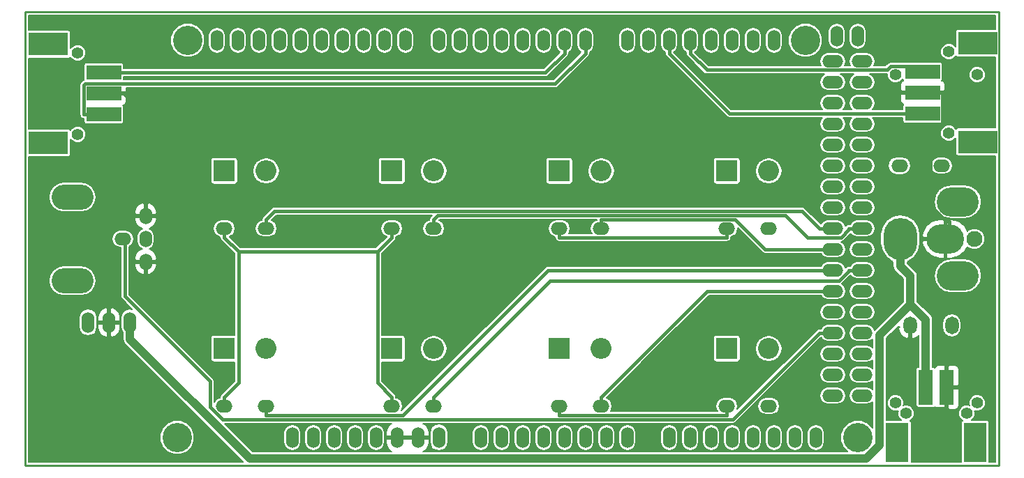
<source format=gtl>
G04 #@! TF.FileFunction,Copper,L1,Top,Signal*
%FSLAX46Y46*%
G04 Gerber Fmt 4.6, Leading zero omitted, Abs format (unit mm)*
G04 Created by KiCad (PCBNEW 0.201603210401+6634~43~ubuntu14.04.1-product) date Fri 08 Apr 2016 01:16:15 PM EDT*
%MOMM*%
G01*
G04 APERTURE LIST*
%ADD10C,0.100000*%
%ADD11C,0.228600*%
%ADD12O,1.524000X2.540000*%
%ADD13C,1.930400*%
%ADD14O,4.572000X3.556000*%
%ADD15O,4.064000X5.080000*%
%ADD16O,5.080000X3.556000*%
%ADD17O,5.080000X3.048000*%
%ADD18O,2.032000X1.524000*%
%ADD19O,1.524000X2.032000*%
%ADD20C,3.556000*%
%ADD21O,2.540000X1.524000*%
%ADD22O,1.651000X2.159000*%
%ADD23R,4.191000X1.778000*%
%ADD24C,1.397000*%
%ADD25R,4.826000X2.794000*%
%ADD26R,1.778000X4.191000*%
%ADD27R,2.794000X4.826000*%
%ADD28R,2.540000X2.540000*%
%ADD29O,2.540000X2.540000*%
%ADD30C,1.016000*%
%ADD31C,0.406400*%
%ADD32C,0.203200*%
G04 APERTURE END LIST*
D10*
D11*
X211455000Y-75311000D02*
X93345000Y-75311000D01*
X211455000Y-130429000D02*
X211455000Y-75311000D01*
X93345000Y-130429000D02*
X211455000Y-130429000D01*
X93345000Y-75311000D02*
X93345000Y-130429000D01*
D12*
X103505000Y-113030000D03*
X100965000Y-113030000D03*
X106045000Y-113030000D03*
D13*
X208457800Y-102870000D03*
D14*
X204952600Y-102870000D03*
D15*
X199466200Y-102870000D03*
D16*
X206451200Y-98374200D03*
X206451200Y-107365800D03*
D17*
X99060000Y-107950000D03*
X99060000Y-97790000D03*
D18*
X105156000Y-102870000D03*
D19*
X107950000Y-102870000D03*
X107950000Y-100076000D03*
X107950000Y-105664000D03*
D20*
X111760000Y-127000000D03*
X113030000Y-78740000D03*
X194310000Y-127000000D03*
X187960000Y-78740000D03*
D12*
X125730000Y-127000000D03*
X128270000Y-127000000D03*
X130810000Y-127000000D03*
X133350000Y-127000000D03*
X135890000Y-127000000D03*
X138430000Y-127000000D03*
X140970000Y-127000000D03*
X143510000Y-127000000D03*
X148590000Y-127000000D03*
X151130000Y-127000000D03*
X153670000Y-127000000D03*
X156210000Y-127000000D03*
X158750000Y-127000000D03*
X161290000Y-127000000D03*
X163830000Y-127000000D03*
X166370000Y-127000000D03*
X171450000Y-127000000D03*
X173990000Y-127000000D03*
X176530000Y-127000000D03*
X179070000Y-127000000D03*
X181610000Y-127000000D03*
X184150000Y-127000000D03*
X186690000Y-127000000D03*
X189230000Y-127000000D03*
X116586000Y-78740000D03*
X119126000Y-78740000D03*
X121666000Y-78740000D03*
X124206000Y-78740000D03*
X126746000Y-78740000D03*
X129286000Y-78740000D03*
X131826000Y-78740000D03*
X134366000Y-78740000D03*
X136906000Y-78740000D03*
X139446000Y-78740000D03*
X143510000Y-78740000D03*
X161290000Y-78740000D03*
X158750000Y-78740000D03*
X156210000Y-78740000D03*
X153670000Y-78740000D03*
X151130000Y-78740000D03*
X148590000Y-78740000D03*
X146050000Y-78740000D03*
X166370000Y-78740000D03*
X168910000Y-78740000D03*
X171450000Y-78740000D03*
X173990000Y-78740000D03*
X176530000Y-78740000D03*
X179070000Y-78740000D03*
X181610000Y-78740000D03*
X184150000Y-78740000D03*
X191770000Y-78232000D03*
X194310000Y-78232000D03*
D21*
X191262000Y-81280000D03*
X194818000Y-81280000D03*
X191262000Y-83820000D03*
X194818000Y-83820000D03*
X191262000Y-86360000D03*
X194818000Y-86360000D03*
X191262000Y-88900000D03*
X194818000Y-88900000D03*
X191262000Y-91440000D03*
X194818000Y-91440000D03*
X191262000Y-93980000D03*
X194818000Y-93980000D03*
X191262000Y-96520000D03*
X194818000Y-96520000D03*
X191262000Y-99060000D03*
X194818000Y-99060000D03*
X191262000Y-101600000D03*
X194818000Y-101600000D03*
X191262000Y-104140000D03*
X194818000Y-104140000D03*
X191262000Y-106680000D03*
X194818000Y-106680000D03*
X191262000Y-109220000D03*
X194818000Y-109220000D03*
X191262000Y-111760000D03*
X194818000Y-111760000D03*
X191262000Y-114300000D03*
X194818000Y-114300000D03*
X191262000Y-116840000D03*
X194818000Y-116840000D03*
X191262000Y-119380000D03*
X194818000Y-119380000D03*
X191262000Y-121920000D03*
X194818000Y-121920000D03*
D22*
X200660000Y-113385600D03*
X205740000Y-113385600D03*
D23*
X102870000Y-87757000D03*
X102870000Y-85217000D03*
X102870000Y-82677000D03*
D24*
X99695000Y-90170000D03*
X99695000Y-80264000D03*
D25*
X96139000Y-91211400D03*
X96139000Y-79222600D03*
D24*
X208788000Y-82931000D03*
X198882000Y-82931000D03*
D23*
X202184000Y-82550000D03*
X202184000Y-85090000D03*
X202184000Y-87630000D03*
D24*
X205359000Y-80137000D03*
X205359000Y-90043000D03*
D25*
X208915000Y-79095600D03*
X208915000Y-91084400D03*
D24*
X198882000Y-122809000D03*
X208788000Y-122809000D03*
D26*
X205105000Y-120904000D03*
X202565000Y-120904000D03*
D24*
X207518000Y-124079000D03*
X200152000Y-124079000D03*
D27*
X208559400Y-127635000D03*
X199110600Y-127635000D03*
D18*
X183515000Y-123190000D03*
X178435000Y-123190000D03*
X163195000Y-123190000D03*
X158115000Y-123190000D03*
X142875000Y-123190000D03*
X137795000Y-123190000D03*
X122555000Y-123190000D03*
X117475000Y-123190000D03*
X183515000Y-101600000D03*
X178435000Y-101600000D03*
X163195000Y-101600000D03*
X158115000Y-101600000D03*
X142875000Y-101600000D03*
X137795000Y-101600000D03*
X122555000Y-101600000D03*
X117475000Y-101600000D03*
X199390000Y-93980000D03*
X204470000Y-93980000D03*
D28*
X178435000Y-116205000D03*
D29*
X183515000Y-116205000D03*
D28*
X158115000Y-116205000D03*
D29*
X163195000Y-116205000D03*
D28*
X137795000Y-116205000D03*
D29*
X142875000Y-116205000D03*
D28*
X117475000Y-116205000D03*
D29*
X122555000Y-116205000D03*
D28*
X178435000Y-94615000D03*
D29*
X183515000Y-94615000D03*
D28*
X158115000Y-94615000D03*
D29*
X163195000Y-94615000D03*
D28*
X137795000Y-94615000D03*
D29*
X142875000Y-94615000D03*
D28*
X117475000Y-94615000D03*
D29*
X122555000Y-94615000D03*
D30*
X106045000Y-113030000D02*
X106045000Y-115062300D01*
X202565000Y-112718600D02*
X200686800Y-110840400D01*
X202565000Y-120904000D02*
X202565000Y-112718600D01*
X200686800Y-107392900D02*
X200686800Y-110840400D01*
X199466200Y-106172300D02*
X200686800Y-107392900D01*
X120546700Y-129564000D02*
X106045000Y-115062300D01*
X195347700Y-129564000D02*
X120546700Y-129564000D01*
X196951200Y-127960500D02*
X195347700Y-129564000D01*
X196951200Y-114576000D02*
X196951200Y-127960500D01*
X200686800Y-110840400D02*
X196951200Y-114576000D01*
X199466200Y-102870000D02*
X199466200Y-106172300D01*
D31*
X107950000Y-87871300D02*
X105295700Y-85217000D01*
X107950000Y-100330000D02*
X107950000Y-87871300D01*
X102870000Y-85217000D02*
X105295700Y-85217000D01*
X204977600Y-123457100D02*
X205105000Y-123329700D01*
X201483100Y-123457100D02*
X204977600Y-123457100D01*
X200660000Y-122634000D02*
X201483100Y-123457100D01*
X200660000Y-113385600D02*
X200660000Y-122634000D01*
X205105000Y-120904000D02*
X205105000Y-123329700D01*
X204609700Y-89011600D02*
X204609700Y-85090000D01*
X203127500Y-90493800D02*
X204609700Y-89011600D01*
X203127500Y-98824000D02*
X203127500Y-90493800D01*
X205065300Y-100761800D02*
X203127500Y-98824000D01*
X205460600Y-100761800D02*
X205065300Y-100761800D01*
X205460600Y-102870000D02*
X205460600Y-100761800D01*
X202184000Y-85090000D02*
X204609700Y-85090000D01*
X105410000Y-109829600D02*
X105410000Y-102870000D01*
X115747400Y-120167000D02*
X105410000Y-109829600D01*
X115747400Y-123293300D02*
X115747400Y-120167000D01*
X117244600Y-124790500D02*
X115747400Y-123293300D01*
X179171300Y-124790500D02*
X117244600Y-124790500D01*
X189661800Y-114300000D02*
X179171300Y-124790500D01*
X191770000Y-114300000D02*
X189661800Y-114300000D01*
X157607400Y-84022800D02*
X161290000Y-80340200D01*
X100608900Y-84022800D02*
X157607400Y-84022800D01*
X100444300Y-84187400D02*
X100608900Y-84022800D01*
X100444300Y-87757000D02*
X100444300Y-84187400D01*
X102870000Y-87757000D02*
X100444300Y-87757000D01*
X161290000Y-78740000D02*
X161290000Y-80340200D01*
X158750000Y-78740000D02*
X158750000Y-80340200D01*
X156413200Y-82677000D02*
X102870000Y-82677000D01*
X158750000Y-80340200D02*
X156413200Y-82677000D01*
X178739800Y-87630000D02*
X171450000Y-80340200D01*
X202184000Y-87630000D02*
X178739800Y-87630000D01*
X171450000Y-78740000D02*
X171450000Y-80340200D01*
X176003300Y-82353500D02*
X173990000Y-80340200D01*
X197872000Y-82353500D02*
X176003300Y-82353500D01*
X198318000Y-81907500D02*
X197872000Y-82353500D01*
X201541500Y-81907500D02*
X198318000Y-81907500D01*
X202184000Y-82550000D02*
X201541500Y-81907500D01*
X173990000Y-78740000D02*
X173990000Y-80340200D01*
X122555000Y-101600000D02*
X122555000Y-100507800D01*
X191770000Y-101600000D02*
X189661800Y-101600000D01*
X123571600Y-99491200D02*
X122555000Y-100507800D01*
X187553000Y-99491200D02*
X123571600Y-99491200D01*
X189661800Y-101600000D02*
X187553000Y-99491200D01*
X193217800Y-101736800D02*
X193217800Y-101600000D01*
X192262500Y-102692100D02*
X193217800Y-101736800D01*
X188253600Y-102692100D02*
X192262500Y-102692100D01*
X185561000Y-99999500D02*
X188253600Y-102692100D01*
X143383300Y-99999500D02*
X185561000Y-99999500D01*
X142875000Y-100507800D02*
X143383300Y-99999500D01*
X142875000Y-101600000D02*
X142875000Y-100507800D01*
X194310000Y-101600000D02*
X193217800Y-101600000D01*
X183092500Y-104140000D02*
X191770000Y-104140000D01*
X179460300Y-100507800D02*
X183092500Y-104140000D01*
X163195000Y-100507800D02*
X179460300Y-100507800D01*
X163195000Y-101600000D02*
X163195000Y-100507800D01*
X139130600Y-124282200D02*
X122555000Y-124282200D01*
X156732800Y-106680000D02*
X139130600Y-124282200D01*
X191770000Y-106680000D02*
X156732800Y-106680000D01*
X122555000Y-123190000D02*
X122555000Y-124282200D01*
X193217800Y-106793200D02*
X193217800Y-106680000D01*
X192061000Y-107950000D02*
X193217800Y-106793200D01*
X157022800Y-107950000D02*
X192061000Y-107950000D01*
X142875000Y-122097800D02*
X157022800Y-107950000D01*
X142875000Y-123190000D02*
X142875000Y-122097800D01*
X194310000Y-106680000D02*
X193217800Y-106680000D01*
X163195000Y-123190000D02*
X163195000Y-122097800D01*
X176072800Y-109220000D02*
X191770000Y-109220000D01*
X163195000Y-122097800D02*
X176072800Y-109220000D01*
X158115000Y-124282200D02*
X178435000Y-124282200D01*
X158115000Y-123190000D02*
X158115000Y-124282200D01*
X178435000Y-123190000D02*
X178435000Y-124282200D01*
X158115000Y-102692200D02*
X178435000Y-102692200D01*
X158115000Y-101600000D02*
X158115000Y-102692200D01*
X178435000Y-101600000D02*
X178435000Y-102692200D01*
X117475000Y-101600000D02*
X117475000Y-102692200D01*
X137795000Y-101600000D02*
X137795000Y-102692200D01*
X137795000Y-123190000D02*
X137795000Y-122097800D01*
X136048000Y-120350800D02*
X137795000Y-122097800D01*
X136048000Y-104439200D02*
X136048000Y-120350800D01*
X136048000Y-104439200D02*
X137795000Y-102692200D01*
X117475000Y-123190000D02*
X117475000Y-122097800D01*
X119222000Y-120350800D02*
X119222000Y-104439200D01*
X117475000Y-122097800D02*
X119222000Y-120350800D01*
X117475000Y-102692200D02*
X119222000Y-104439200D01*
X119222000Y-104439200D02*
X136048000Y-104439200D01*
D32*
G36*
X211035900Y-77387829D02*
X206502000Y-77387829D01*
X206383073Y-77411485D01*
X206282252Y-77478852D01*
X206214885Y-77579673D01*
X206191229Y-77698600D01*
X206191229Y-79550563D01*
X205928066Y-79286939D01*
X205559444Y-79133874D01*
X205160307Y-79133526D01*
X204791419Y-79285948D01*
X204508939Y-79567934D01*
X204355874Y-79936556D01*
X204355526Y-80335693D01*
X204507948Y-80704581D01*
X204789934Y-80987061D01*
X205158556Y-81140126D01*
X205557693Y-81140474D01*
X205926581Y-80988052D01*
X206209061Y-80706066D01*
X206235504Y-80642385D01*
X206282252Y-80712348D01*
X206383073Y-80779715D01*
X206502000Y-80803371D01*
X211035900Y-80803371D01*
X211035900Y-89376629D01*
X206502000Y-89376629D01*
X206383073Y-89400285D01*
X206282252Y-89467652D01*
X206235657Y-89537386D01*
X206210052Y-89475419D01*
X205928066Y-89192939D01*
X205559444Y-89039874D01*
X205160307Y-89039526D01*
X204791419Y-89191948D01*
X204508939Y-89473934D01*
X204355874Y-89842556D01*
X204355526Y-90241693D01*
X204507948Y-90610581D01*
X204789934Y-90893061D01*
X205158556Y-91046126D01*
X205557693Y-91046474D01*
X205926581Y-90894052D01*
X206191229Y-90629867D01*
X206191229Y-92481400D01*
X206214885Y-92600327D01*
X206282252Y-92701148D01*
X206383073Y-92768515D01*
X206502000Y-92792171D01*
X211035900Y-92792171D01*
X211035900Y-130009900D01*
X210267171Y-130009900D01*
X210267171Y-125222000D01*
X210243515Y-125103073D01*
X210176148Y-125002252D01*
X210075327Y-124934885D01*
X209956400Y-124911229D01*
X208104437Y-124911229D01*
X208368061Y-124648066D01*
X208521126Y-124279444D01*
X208521474Y-123880307D01*
X208473781Y-123764883D01*
X208587556Y-123812126D01*
X208986693Y-123812474D01*
X209355581Y-123660052D01*
X209638061Y-123378066D01*
X209791126Y-123009444D01*
X209791474Y-122610307D01*
X209639052Y-122241419D01*
X209357066Y-121958939D01*
X208988444Y-121805874D01*
X208589307Y-121805526D01*
X208220419Y-121957948D01*
X207937939Y-122239934D01*
X207784874Y-122608556D01*
X207784526Y-123007693D01*
X207832219Y-123123117D01*
X207718444Y-123075874D01*
X207319307Y-123075526D01*
X206950419Y-123227948D01*
X206667939Y-123509934D01*
X206514874Y-123878556D01*
X206514526Y-124277693D01*
X206666948Y-124646581D01*
X206948934Y-124929061D01*
X207012615Y-124955504D01*
X206942652Y-125002252D01*
X206875285Y-125103073D01*
X206851629Y-125222000D01*
X206851629Y-130009900D01*
X200818371Y-130009900D01*
X200818371Y-125222000D01*
X200794715Y-125103073D01*
X200727348Y-125002252D01*
X200657614Y-124955657D01*
X200719581Y-124930052D01*
X201002061Y-124648066D01*
X201155126Y-124279444D01*
X201155474Y-123880307D01*
X201003052Y-123511419D01*
X200721066Y-123228939D01*
X200352444Y-123075874D01*
X199953307Y-123075526D01*
X199837883Y-123123219D01*
X199885126Y-123009444D01*
X199885474Y-122610307D01*
X199733052Y-122241419D01*
X199451066Y-121958939D01*
X199082444Y-121805874D01*
X198683307Y-121805526D01*
X198314419Y-121957948D01*
X198031939Y-122239934D01*
X197878874Y-122608556D01*
X197878526Y-123007693D01*
X198030948Y-123376581D01*
X198312934Y-123659061D01*
X198681556Y-123812126D01*
X199080693Y-123812474D01*
X199196117Y-123764781D01*
X199148874Y-123878556D01*
X199148526Y-124277693D01*
X199300948Y-124646581D01*
X199565133Y-124911229D01*
X197814800Y-124911229D01*
X197814800Y-114933714D01*
X199224900Y-113523615D01*
X199224900Y-113538002D01*
X199371922Y-113538002D01*
X199221364Y-113764591D01*
X199378706Y-114305619D01*
X199731113Y-114745251D01*
X200224935Y-115016558D01*
X200286247Y-115025176D01*
X200507600Y-114913214D01*
X200507600Y-113538000D01*
X200487600Y-113538000D01*
X200487600Y-113233200D01*
X200507600Y-113233200D01*
X200507600Y-113213200D01*
X200812400Y-113213200D01*
X200812400Y-113233200D01*
X200832400Y-113233200D01*
X200832400Y-113538000D01*
X200812400Y-113538000D01*
X200812400Y-114913214D01*
X201033753Y-115025176D01*
X201095065Y-115016558D01*
X201588887Y-114745251D01*
X201701400Y-114604890D01*
X201701400Y-118445934D01*
X201676000Y-118445934D01*
X201537252Y-118473533D01*
X201419627Y-118552127D01*
X201341033Y-118669752D01*
X201313434Y-118808500D01*
X201313434Y-122999500D01*
X201341033Y-123138248D01*
X201419627Y-123255873D01*
X201537252Y-123334467D01*
X201676000Y-123362066D01*
X203454000Y-123362066D01*
X203592748Y-123334467D01*
X203672773Y-123280996D01*
X203699206Y-123344811D01*
X203870689Y-123516294D01*
X204094743Y-123609100D01*
X204800200Y-123609100D01*
X204952600Y-123456700D01*
X204952600Y-121056400D01*
X205257400Y-121056400D01*
X205257400Y-123456700D01*
X205409800Y-123609100D01*
X206115257Y-123609100D01*
X206339311Y-123516294D01*
X206510794Y-123344811D01*
X206603600Y-123120757D01*
X206603600Y-121208800D01*
X206451200Y-121056400D01*
X205257400Y-121056400D01*
X204952600Y-121056400D01*
X204932600Y-121056400D01*
X204932600Y-120751600D01*
X204952600Y-120751600D01*
X204952600Y-118351300D01*
X205257400Y-118351300D01*
X205257400Y-120751600D01*
X206451200Y-120751600D01*
X206603600Y-120599200D01*
X206603600Y-118687243D01*
X206510794Y-118463189D01*
X206339311Y-118291706D01*
X206115257Y-118198900D01*
X205409800Y-118198900D01*
X205257400Y-118351300D01*
X204952600Y-118351300D01*
X204800200Y-118198900D01*
X204094743Y-118198900D01*
X203870689Y-118291706D01*
X203699206Y-118463189D01*
X203672773Y-118527004D01*
X203592748Y-118473533D01*
X203454000Y-118445934D01*
X203428600Y-118445934D01*
X203428600Y-113104480D01*
X204609700Y-113104480D01*
X204609700Y-113666720D01*
X204695739Y-114099267D01*
X204940757Y-114465963D01*
X205307453Y-114710981D01*
X205740000Y-114797020D01*
X206172547Y-114710981D01*
X206539243Y-114465963D01*
X206784261Y-114099267D01*
X206870300Y-113666720D01*
X206870300Y-113104480D01*
X206784261Y-112671933D01*
X206539243Y-112305237D01*
X206172547Y-112060219D01*
X205740000Y-111974180D01*
X205307453Y-112060219D01*
X204940757Y-112305237D01*
X204695739Y-112671933D01*
X204609700Y-113104480D01*
X203428600Y-113104480D01*
X203428600Y-112718600D01*
X203362862Y-112388115D01*
X203175657Y-112107943D01*
X201550400Y-110482686D01*
X201550400Y-107392900D01*
X201545010Y-107365800D01*
X203550667Y-107365800D01*
X203709211Y-108162853D01*
X204160705Y-108838562D01*
X204836414Y-109290056D01*
X205633467Y-109448600D01*
X207268933Y-109448600D01*
X208065986Y-109290056D01*
X208741695Y-108838562D01*
X209193189Y-108162853D01*
X209351733Y-107365800D01*
X209193189Y-106568747D01*
X208741695Y-105893038D01*
X208065986Y-105441544D01*
X207268933Y-105283000D01*
X205633467Y-105283000D01*
X204836414Y-105441544D01*
X204160705Y-105893038D01*
X203709211Y-106568747D01*
X203550667Y-107365800D01*
X201545010Y-107365800D01*
X201484662Y-107062415D01*
X201297457Y-106782243D01*
X200329800Y-105814586D01*
X200329800Y-105650548D01*
X200379895Y-105640583D01*
X201154488Y-105123016D01*
X201672055Y-104348423D01*
X201853800Y-103434728D01*
X201853800Y-103393265D01*
X202115045Y-103393265D01*
X202180425Y-103642896D01*
X202648549Y-104450525D01*
X203390106Y-105017534D01*
X204292200Y-105257600D01*
X204800200Y-105257600D01*
X204800200Y-103022400D01*
X202214602Y-103022400D01*
X202115045Y-103393265D01*
X201853800Y-103393265D01*
X201853800Y-102346735D01*
X202115045Y-102346735D01*
X202214602Y-102717600D01*
X204800200Y-102717600D01*
X204800200Y-100482400D01*
X205105000Y-100482400D01*
X205105000Y-102717600D01*
X205125000Y-102717600D01*
X205125000Y-103022400D01*
X205105000Y-103022400D01*
X205105000Y-105257600D01*
X205613000Y-105257600D01*
X206515094Y-105017534D01*
X207256651Y-104450525D01*
X207618277Y-103826632D01*
X207737463Y-103946026D01*
X208204073Y-104139779D01*
X208709310Y-104140220D01*
X209176258Y-103947282D01*
X209533826Y-103590337D01*
X209727579Y-103123727D01*
X209728020Y-102618490D01*
X209535082Y-102151542D01*
X209178137Y-101793974D01*
X208711527Y-101600221D01*
X208206290Y-101599780D01*
X207739342Y-101792718D01*
X207618352Y-101913498D01*
X207256651Y-101289475D01*
X206515094Y-100722466D01*
X205613000Y-100482400D01*
X205105000Y-100482400D01*
X204800200Y-100482400D01*
X204292200Y-100482400D01*
X203390106Y-100722466D01*
X202648549Y-101289475D01*
X202180425Y-102097104D01*
X202115045Y-102346735D01*
X201853800Y-102346735D01*
X201853800Y-102305272D01*
X201672055Y-101391577D01*
X201154488Y-100616984D01*
X200379895Y-100099417D01*
X199466200Y-99917672D01*
X198552505Y-100099417D01*
X197777912Y-100616984D01*
X197260345Y-101391577D01*
X197078600Y-102305272D01*
X197078600Y-103434728D01*
X197260345Y-104348423D01*
X197777912Y-105123016D01*
X198552505Y-105640583D01*
X198602600Y-105650548D01*
X198602600Y-106172300D01*
X198654654Y-106433990D01*
X198668338Y-106502785D01*
X198855543Y-106782957D01*
X199823200Y-107750614D01*
X199823200Y-110482685D01*
X196354340Y-113951546D01*
X196342447Y-113891753D01*
X196111194Y-113545658D01*
X195765099Y-113314405D01*
X195356852Y-113233200D01*
X194279148Y-113233200D01*
X193870901Y-113314405D01*
X193524806Y-113545658D01*
X193293553Y-113891753D01*
X193212348Y-114300000D01*
X193293553Y-114708247D01*
X193524806Y-115054342D01*
X193870901Y-115285595D01*
X194279148Y-115366800D01*
X195356852Y-115366800D01*
X195765099Y-115285595D01*
X196087600Y-115070107D01*
X196087600Y-116069893D01*
X195765099Y-115854405D01*
X195356852Y-115773200D01*
X194279148Y-115773200D01*
X193870901Y-115854405D01*
X193524806Y-116085658D01*
X193293553Y-116431753D01*
X193212348Y-116840000D01*
X193293553Y-117248247D01*
X193524806Y-117594342D01*
X193870901Y-117825595D01*
X194279148Y-117906800D01*
X195356852Y-117906800D01*
X195765099Y-117825595D01*
X196087600Y-117610107D01*
X196087600Y-118609893D01*
X195765099Y-118394405D01*
X195356852Y-118313200D01*
X194279148Y-118313200D01*
X193870901Y-118394405D01*
X193524806Y-118625658D01*
X193293553Y-118971753D01*
X193212348Y-119380000D01*
X193293553Y-119788247D01*
X193524806Y-120134342D01*
X193870901Y-120365595D01*
X194279148Y-120446800D01*
X195356852Y-120446800D01*
X195765099Y-120365595D01*
X196087600Y-120150107D01*
X196087600Y-121149893D01*
X195765099Y-120934405D01*
X195356852Y-120853200D01*
X194279148Y-120853200D01*
X193870901Y-120934405D01*
X193524806Y-121165658D01*
X193293553Y-121511753D01*
X193212348Y-121920000D01*
X193293553Y-122328247D01*
X193524806Y-122674342D01*
X193870901Y-122905595D01*
X194279148Y-122986800D01*
X195356852Y-122986800D01*
X195765099Y-122905595D01*
X196087600Y-122690107D01*
X196087600Y-125848011D01*
X196076741Y-125821730D01*
X195491352Y-125235318D01*
X194726112Y-124917563D01*
X193897523Y-124916840D01*
X193131730Y-125233259D01*
X192545318Y-125818648D01*
X192227563Y-126583888D01*
X192226840Y-127412477D01*
X192543259Y-128178270D01*
X193064478Y-128700400D01*
X141598518Y-128700400D01*
X141832104Y-128585631D01*
X142178872Y-128173688D01*
X142341600Y-127660400D01*
X142341600Y-127152400D01*
X141122400Y-127152400D01*
X141122400Y-127172400D01*
X140817600Y-127172400D01*
X140817600Y-127152400D01*
X138582400Y-127152400D01*
X138582400Y-127172400D01*
X138277600Y-127172400D01*
X138277600Y-127152400D01*
X137058400Y-127152400D01*
X137058400Y-127660400D01*
X137221128Y-128173688D01*
X137567896Y-128585631D01*
X137801482Y-128700400D01*
X120904415Y-128700400D01*
X118665163Y-126461148D01*
X124663200Y-126461148D01*
X124663200Y-127538852D01*
X124744405Y-127947099D01*
X124975658Y-128293194D01*
X125321753Y-128524447D01*
X125730000Y-128605652D01*
X126138247Y-128524447D01*
X126484342Y-128293194D01*
X126715595Y-127947099D01*
X126796800Y-127538852D01*
X126796800Y-126461148D01*
X127203200Y-126461148D01*
X127203200Y-127538852D01*
X127284405Y-127947099D01*
X127515658Y-128293194D01*
X127861753Y-128524447D01*
X128270000Y-128605652D01*
X128678247Y-128524447D01*
X129024342Y-128293194D01*
X129255595Y-127947099D01*
X129336800Y-127538852D01*
X129336800Y-126461148D01*
X129743200Y-126461148D01*
X129743200Y-127538852D01*
X129824405Y-127947099D01*
X130055658Y-128293194D01*
X130401753Y-128524447D01*
X130810000Y-128605652D01*
X131218247Y-128524447D01*
X131564342Y-128293194D01*
X131795595Y-127947099D01*
X131876800Y-127538852D01*
X131876800Y-126461148D01*
X132283200Y-126461148D01*
X132283200Y-127538852D01*
X132364405Y-127947099D01*
X132595658Y-128293194D01*
X132941753Y-128524447D01*
X133350000Y-128605652D01*
X133758247Y-128524447D01*
X134104342Y-128293194D01*
X134335595Y-127947099D01*
X134416800Y-127538852D01*
X134416800Y-126461148D01*
X134823200Y-126461148D01*
X134823200Y-127538852D01*
X134904405Y-127947099D01*
X135135658Y-128293194D01*
X135481753Y-128524447D01*
X135890000Y-128605652D01*
X136298247Y-128524447D01*
X136644342Y-128293194D01*
X136875595Y-127947099D01*
X136956800Y-127538852D01*
X136956800Y-126461148D01*
X136875595Y-126052901D01*
X136644342Y-125706806D01*
X136298247Y-125475553D01*
X135890000Y-125394348D01*
X135481753Y-125475553D01*
X135135658Y-125706806D01*
X134904405Y-126052901D01*
X134823200Y-126461148D01*
X134416800Y-126461148D01*
X134335595Y-126052901D01*
X134104342Y-125706806D01*
X133758247Y-125475553D01*
X133350000Y-125394348D01*
X132941753Y-125475553D01*
X132595658Y-125706806D01*
X132364405Y-126052901D01*
X132283200Y-126461148D01*
X131876800Y-126461148D01*
X131795595Y-126052901D01*
X131564342Y-125706806D01*
X131218247Y-125475553D01*
X130810000Y-125394348D01*
X130401753Y-125475553D01*
X130055658Y-125706806D01*
X129824405Y-126052901D01*
X129743200Y-126461148D01*
X129336800Y-126461148D01*
X129255595Y-126052901D01*
X129024342Y-125706806D01*
X128678247Y-125475553D01*
X128270000Y-125394348D01*
X127861753Y-125475553D01*
X127515658Y-125706806D01*
X127284405Y-126052901D01*
X127203200Y-126461148D01*
X126796800Y-126461148D01*
X126715595Y-126052901D01*
X126484342Y-125706806D01*
X126138247Y-125475553D01*
X125730000Y-125394348D01*
X125321753Y-125475553D01*
X124975658Y-125706806D01*
X124744405Y-126052901D01*
X124663200Y-126461148D01*
X118665163Y-126461148D01*
X117502515Y-125298500D01*
X137803721Y-125298500D01*
X137567896Y-125414369D01*
X137221128Y-125826312D01*
X137058400Y-126339600D01*
X137058400Y-126847600D01*
X138277600Y-126847600D01*
X138277600Y-126827600D01*
X138582400Y-126827600D01*
X138582400Y-126847600D01*
X140817600Y-126847600D01*
X140817600Y-126827600D01*
X141122400Y-126827600D01*
X141122400Y-126847600D01*
X142341600Y-126847600D01*
X142341600Y-126460153D01*
X142392400Y-126460153D01*
X142392400Y-127539847D01*
X142477472Y-127967534D01*
X142719737Y-128330110D01*
X143082313Y-128572375D01*
X143510000Y-128657447D01*
X143937687Y-128572375D01*
X144300263Y-128330110D01*
X144542528Y-127967534D01*
X144627600Y-127539847D01*
X144627600Y-126461148D01*
X147523200Y-126461148D01*
X147523200Y-127538852D01*
X147604405Y-127947099D01*
X147835658Y-128293194D01*
X148181753Y-128524447D01*
X148590000Y-128605652D01*
X148998247Y-128524447D01*
X149344342Y-128293194D01*
X149575595Y-127947099D01*
X149656800Y-127538852D01*
X149656800Y-126461148D01*
X150063200Y-126461148D01*
X150063200Y-127538852D01*
X150144405Y-127947099D01*
X150375658Y-128293194D01*
X150721753Y-128524447D01*
X151130000Y-128605652D01*
X151538247Y-128524447D01*
X151884342Y-128293194D01*
X152115595Y-127947099D01*
X152196800Y-127538852D01*
X152196800Y-126461148D01*
X152603200Y-126461148D01*
X152603200Y-127538852D01*
X152684405Y-127947099D01*
X152915658Y-128293194D01*
X153261753Y-128524447D01*
X153670000Y-128605652D01*
X154078247Y-128524447D01*
X154424342Y-128293194D01*
X154655595Y-127947099D01*
X154736800Y-127538852D01*
X154736800Y-126461148D01*
X155143200Y-126461148D01*
X155143200Y-127538852D01*
X155224405Y-127947099D01*
X155455658Y-128293194D01*
X155801753Y-128524447D01*
X156210000Y-128605652D01*
X156618247Y-128524447D01*
X156964342Y-128293194D01*
X157195595Y-127947099D01*
X157276800Y-127538852D01*
X157276800Y-126461148D01*
X157683200Y-126461148D01*
X157683200Y-127538852D01*
X157764405Y-127947099D01*
X157995658Y-128293194D01*
X158341753Y-128524447D01*
X158750000Y-128605652D01*
X159158247Y-128524447D01*
X159504342Y-128293194D01*
X159735595Y-127947099D01*
X159816800Y-127538852D01*
X159816800Y-126461148D01*
X160223200Y-126461148D01*
X160223200Y-127538852D01*
X160304405Y-127947099D01*
X160535658Y-128293194D01*
X160881753Y-128524447D01*
X161290000Y-128605652D01*
X161698247Y-128524447D01*
X162044342Y-128293194D01*
X162275595Y-127947099D01*
X162356800Y-127538852D01*
X162356800Y-126461148D01*
X162763200Y-126461148D01*
X162763200Y-127538852D01*
X162844405Y-127947099D01*
X163075658Y-128293194D01*
X163421753Y-128524447D01*
X163830000Y-128605652D01*
X164238247Y-128524447D01*
X164584342Y-128293194D01*
X164815595Y-127947099D01*
X164896800Y-127538852D01*
X164896800Y-126461148D01*
X165303200Y-126461148D01*
X165303200Y-127538852D01*
X165384405Y-127947099D01*
X165615658Y-128293194D01*
X165961753Y-128524447D01*
X166370000Y-128605652D01*
X166778247Y-128524447D01*
X167124342Y-128293194D01*
X167355595Y-127947099D01*
X167436800Y-127538852D01*
X167436800Y-126461148D01*
X170383200Y-126461148D01*
X170383200Y-127538852D01*
X170464405Y-127947099D01*
X170695658Y-128293194D01*
X171041753Y-128524447D01*
X171450000Y-128605652D01*
X171858247Y-128524447D01*
X172204342Y-128293194D01*
X172435595Y-127947099D01*
X172516800Y-127538852D01*
X172516800Y-126461148D01*
X172923200Y-126461148D01*
X172923200Y-127538852D01*
X173004405Y-127947099D01*
X173235658Y-128293194D01*
X173581753Y-128524447D01*
X173990000Y-128605652D01*
X174398247Y-128524447D01*
X174744342Y-128293194D01*
X174975595Y-127947099D01*
X175056800Y-127538852D01*
X175056800Y-126461148D01*
X175463200Y-126461148D01*
X175463200Y-127538852D01*
X175544405Y-127947099D01*
X175775658Y-128293194D01*
X176121753Y-128524447D01*
X176530000Y-128605652D01*
X176938247Y-128524447D01*
X177284342Y-128293194D01*
X177515595Y-127947099D01*
X177596800Y-127538852D01*
X177596800Y-126461148D01*
X178003200Y-126461148D01*
X178003200Y-127538852D01*
X178084405Y-127947099D01*
X178315658Y-128293194D01*
X178661753Y-128524447D01*
X179070000Y-128605652D01*
X179478247Y-128524447D01*
X179824342Y-128293194D01*
X180055595Y-127947099D01*
X180136800Y-127538852D01*
X180136800Y-126461148D01*
X180543200Y-126461148D01*
X180543200Y-127538852D01*
X180624405Y-127947099D01*
X180855658Y-128293194D01*
X181201753Y-128524447D01*
X181610000Y-128605652D01*
X182018247Y-128524447D01*
X182364342Y-128293194D01*
X182595595Y-127947099D01*
X182676800Y-127538852D01*
X182676800Y-126461148D01*
X183083200Y-126461148D01*
X183083200Y-127538852D01*
X183164405Y-127947099D01*
X183395658Y-128293194D01*
X183741753Y-128524447D01*
X184150000Y-128605652D01*
X184558247Y-128524447D01*
X184904342Y-128293194D01*
X185135595Y-127947099D01*
X185216800Y-127538852D01*
X185216800Y-126461148D01*
X185623200Y-126461148D01*
X185623200Y-127538852D01*
X185704405Y-127947099D01*
X185935658Y-128293194D01*
X186281753Y-128524447D01*
X186690000Y-128605652D01*
X187098247Y-128524447D01*
X187444342Y-128293194D01*
X187675595Y-127947099D01*
X187756800Y-127538852D01*
X187756800Y-126461148D01*
X188163200Y-126461148D01*
X188163200Y-127538852D01*
X188244405Y-127947099D01*
X188475658Y-128293194D01*
X188821753Y-128524447D01*
X189230000Y-128605652D01*
X189638247Y-128524447D01*
X189984342Y-128293194D01*
X190215595Y-127947099D01*
X190296800Y-127538852D01*
X190296800Y-126461148D01*
X190215595Y-126052901D01*
X189984342Y-125706806D01*
X189638247Y-125475553D01*
X189230000Y-125394348D01*
X188821753Y-125475553D01*
X188475658Y-125706806D01*
X188244405Y-126052901D01*
X188163200Y-126461148D01*
X187756800Y-126461148D01*
X187675595Y-126052901D01*
X187444342Y-125706806D01*
X187098247Y-125475553D01*
X186690000Y-125394348D01*
X186281753Y-125475553D01*
X185935658Y-125706806D01*
X185704405Y-126052901D01*
X185623200Y-126461148D01*
X185216800Y-126461148D01*
X185135595Y-126052901D01*
X184904342Y-125706806D01*
X184558247Y-125475553D01*
X184150000Y-125394348D01*
X183741753Y-125475553D01*
X183395658Y-125706806D01*
X183164405Y-126052901D01*
X183083200Y-126461148D01*
X182676800Y-126461148D01*
X182595595Y-126052901D01*
X182364342Y-125706806D01*
X182018247Y-125475553D01*
X181610000Y-125394348D01*
X181201753Y-125475553D01*
X180855658Y-125706806D01*
X180624405Y-126052901D01*
X180543200Y-126461148D01*
X180136800Y-126461148D01*
X180055595Y-126052901D01*
X179824342Y-125706806D01*
X179478247Y-125475553D01*
X179070000Y-125394348D01*
X178661753Y-125475553D01*
X178315658Y-125706806D01*
X178084405Y-126052901D01*
X178003200Y-126461148D01*
X177596800Y-126461148D01*
X177515595Y-126052901D01*
X177284342Y-125706806D01*
X176938247Y-125475553D01*
X176530000Y-125394348D01*
X176121753Y-125475553D01*
X175775658Y-125706806D01*
X175544405Y-126052901D01*
X175463200Y-126461148D01*
X175056800Y-126461148D01*
X174975595Y-126052901D01*
X174744342Y-125706806D01*
X174398247Y-125475553D01*
X173990000Y-125394348D01*
X173581753Y-125475553D01*
X173235658Y-125706806D01*
X173004405Y-126052901D01*
X172923200Y-126461148D01*
X172516800Y-126461148D01*
X172435595Y-126052901D01*
X172204342Y-125706806D01*
X171858247Y-125475553D01*
X171450000Y-125394348D01*
X171041753Y-125475553D01*
X170695658Y-125706806D01*
X170464405Y-126052901D01*
X170383200Y-126461148D01*
X167436800Y-126461148D01*
X167355595Y-126052901D01*
X167124342Y-125706806D01*
X166778247Y-125475553D01*
X166370000Y-125394348D01*
X165961753Y-125475553D01*
X165615658Y-125706806D01*
X165384405Y-126052901D01*
X165303200Y-126461148D01*
X164896800Y-126461148D01*
X164815595Y-126052901D01*
X164584342Y-125706806D01*
X164238247Y-125475553D01*
X163830000Y-125394348D01*
X163421753Y-125475553D01*
X163075658Y-125706806D01*
X162844405Y-126052901D01*
X162763200Y-126461148D01*
X162356800Y-126461148D01*
X162275595Y-126052901D01*
X162044342Y-125706806D01*
X161698247Y-125475553D01*
X161290000Y-125394348D01*
X160881753Y-125475553D01*
X160535658Y-125706806D01*
X160304405Y-126052901D01*
X160223200Y-126461148D01*
X159816800Y-126461148D01*
X159735595Y-126052901D01*
X159504342Y-125706806D01*
X159158247Y-125475553D01*
X158750000Y-125394348D01*
X158341753Y-125475553D01*
X157995658Y-125706806D01*
X157764405Y-126052901D01*
X157683200Y-126461148D01*
X157276800Y-126461148D01*
X157195595Y-126052901D01*
X156964342Y-125706806D01*
X156618247Y-125475553D01*
X156210000Y-125394348D01*
X155801753Y-125475553D01*
X155455658Y-125706806D01*
X155224405Y-126052901D01*
X155143200Y-126461148D01*
X154736800Y-126461148D01*
X154655595Y-126052901D01*
X154424342Y-125706806D01*
X154078247Y-125475553D01*
X153670000Y-125394348D01*
X153261753Y-125475553D01*
X152915658Y-125706806D01*
X152684405Y-126052901D01*
X152603200Y-126461148D01*
X152196800Y-126461148D01*
X152115595Y-126052901D01*
X151884342Y-125706806D01*
X151538247Y-125475553D01*
X151130000Y-125394348D01*
X150721753Y-125475553D01*
X150375658Y-125706806D01*
X150144405Y-126052901D01*
X150063200Y-126461148D01*
X149656800Y-126461148D01*
X149575595Y-126052901D01*
X149344342Y-125706806D01*
X148998247Y-125475553D01*
X148590000Y-125394348D01*
X148181753Y-125475553D01*
X147835658Y-125706806D01*
X147604405Y-126052901D01*
X147523200Y-126461148D01*
X144627600Y-126461148D01*
X144627600Y-126460153D01*
X144542528Y-126032466D01*
X144300263Y-125669890D01*
X143937687Y-125427625D01*
X143510000Y-125342553D01*
X143082313Y-125427625D01*
X142719737Y-125669890D01*
X142477472Y-126032466D01*
X142392400Y-126460153D01*
X142341600Y-126460153D01*
X142341600Y-126339600D01*
X142178872Y-125826312D01*
X141832104Y-125414369D01*
X141596279Y-125298500D01*
X179171300Y-125298500D01*
X179365703Y-125259831D01*
X179530510Y-125149710D01*
X181490220Y-123190000D01*
X182168324Y-123190000D01*
X182249529Y-123598247D01*
X182480782Y-123944342D01*
X182826877Y-124175595D01*
X183235124Y-124256800D01*
X183794876Y-124256800D01*
X184203123Y-124175595D01*
X184549218Y-123944342D01*
X184780471Y-123598247D01*
X184861676Y-123190000D01*
X184780471Y-122781753D01*
X184549218Y-122435658D01*
X184203123Y-122204405D01*
X183794876Y-122123200D01*
X183235124Y-122123200D01*
X182826877Y-122204405D01*
X182480782Y-122435658D01*
X182249529Y-122781753D01*
X182168324Y-123190000D01*
X181490220Y-123190000D01*
X182760220Y-121920000D01*
X189656348Y-121920000D01*
X189737553Y-122328247D01*
X189968806Y-122674342D01*
X190314901Y-122905595D01*
X190723148Y-122986800D01*
X191800852Y-122986800D01*
X192209099Y-122905595D01*
X192555194Y-122674342D01*
X192786447Y-122328247D01*
X192867652Y-121920000D01*
X192786447Y-121511753D01*
X192555194Y-121165658D01*
X192209099Y-120934405D01*
X191800852Y-120853200D01*
X190723148Y-120853200D01*
X190314901Y-120934405D01*
X189968806Y-121165658D01*
X189737553Y-121511753D01*
X189656348Y-121920000D01*
X182760220Y-121920000D01*
X185300220Y-119380000D01*
X189656348Y-119380000D01*
X189737553Y-119788247D01*
X189968806Y-120134342D01*
X190314901Y-120365595D01*
X190723148Y-120446800D01*
X191800852Y-120446800D01*
X192209099Y-120365595D01*
X192555194Y-120134342D01*
X192786447Y-119788247D01*
X192867652Y-119380000D01*
X192786447Y-118971753D01*
X192555194Y-118625658D01*
X192209099Y-118394405D01*
X191800852Y-118313200D01*
X190723148Y-118313200D01*
X190314901Y-118394405D01*
X189968806Y-118625658D01*
X189737553Y-118971753D01*
X189656348Y-119380000D01*
X185300220Y-119380000D01*
X187840220Y-116840000D01*
X189656348Y-116840000D01*
X189737553Y-117248247D01*
X189968806Y-117594342D01*
X190314901Y-117825595D01*
X190723148Y-117906800D01*
X191800852Y-117906800D01*
X192209099Y-117825595D01*
X192555194Y-117594342D01*
X192786447Y-117248247D01*
X192867652Y-116840000D01*
X192786447Y-116431753D01*
X192555194Y-116085658D01*
X192209099Y-115854405D01*
X191800852Y-115773200D01*
X190723148Y-115773200D01*
X190314901Y-115854405D01*
X189968806Y-116085658D01*
X189737553Y-116431753D01*
X189656348Y-116840000D01*
X187840220Y-116840000D01*
X189831449Y-114848772D01*
X189968806Y-115054342D01*
X190314901Y-115285595D01*
X190723148Y-115366800D01*
X191800852Y-115366800D01*
X192209099Y-115285595D01*
X192555194Y-115054342D01*
X192786447Y-114708247D01*
X192867652Y-114300000D01*
X192786447Y-113891753D01*
X192555194Y-113545658D01*
X192209099Y-113314405D01*
X191800852Y-113233200D01*
X190723148Y-113233200D01*
X190314901Y-113314405D01*
X189968806Y-113545658D01*
X189804206Y-113792000D01*
X189661800Y-113792000D01*
X189499650Y-113824254D01*
X189467396Y-113830669D01*
X189302589Y-113940790D01*
X179714212Y-123529168D01*
X179781676Y-123190000D01*
X179700471Y-122781753D01*
X179469218Y-122435658D01*
X179123123Y-122204405D01*
X178714876Y-122123200D01*
X178155124Y-122123200D01*
X177746877Y-122204405D01*
X177400782Y-122435658D01*
X177169529Y-122781753D01*
X177088324Y-123190000D01*
X177169529Y-123598247D01*
X177287097Y-123774200D01*
X164342903Y-123774200D01*
X164460471Y-123598247D01*
X164541676Y-123190000D01*
X164460471Y-122781753D01*
X164229218Y-122435658D01*
X163883123Y-122204405D01*
X163819475Y-122191745D01*
X171076220Y-114935000D01*
X176802434Y-114935000D01*
X176802434Y-117475000D01*
X176830033Y-117613748D01*
X176908627Y-117731373D01*
X177026252Y-117809967D01*
X177165000Y-117837566D01*
X179705000Y-117837566D01*
X179843748Y-117809967D01*
X179961373Y-117731373D01*
X180039967Y-117613748D01*
X180067566Y-117475000D01*
X180067566Y-116205000D01*
X181857553Y-116205000D01*
X181981294Y-116827090D01*
X182333680Y-117354473D01*
X182861063Y-117706859D01*
X183483153Y-117830600D01*
X183546847Y-117830600D01*
X184168937Y-117706859D01*
X184696320Y-117354473D01*
X185048706Y-116827090D01*
X185172447Y-116205000D01*
X185048706Y-115582910D01*
X184696320Y-115055527D01*
X184168937Y-114703141D01*
X183546847Y-114579400D01*
X183483153Y-114579400D01*
X182861063Y-114703141D01*
X182333680Y-115055527D01*
X181981294Y-115582910D01*
X181857553Y-116205000D01*
X180067566Y-116205000D01*
X180067566Y-114935000D01*
X180039967Y-114796252D01*
X179961373Y-114678627D01*
X179843748Y-114600033D01*
X179705000Y-114572434D01*
X177165000Y-114572434D01*
X177026252Y-114600033D01*
X176908627Y-114678627D01*
X176830033Y-114796252D01*
X176802434Y-114935000D01*
X171076220Y-114935000D01*
X174251220Y-111760000D01*
X189656348Y-111760000D01*
X189737553Y-112168247D01*
X189968806Y-112514342D01*
X190314901Y-112745595D01*
X190723148Y-112826800D01*
X191800852Y-112826800D01*
X192209099Y-112745595D01*
X192555194Y-112514342D01*
X192786447Y-112168247D01*
X192867652Y-111760000D01*
X193212348Y-111760000D01*
X193293553Y-112168247D01*
X193524806Y-112514342D01*
X193870901Y-112745595D01*
X194279148Y-112826800D01*
X195356852Y-112826800D01*
X195765099Y-112745595D01*
X196111194Y-112514342D01*
X196342447Y-112168247D01*
X196423652Y-111760000D01*
X196342447Y-111351753D01*
X196111194Y-111005658D01*
X195765099Y-110774405D01*
X195356852Y-110693200D01*
X194279148Y-110693200D01*
X193870901Y-110774405D01*
X193524806Y-111005658D01*
X193293553Y-111351753D01*
X193212348Y-111760000D01*
X192867652Y-111760000D01*
X192786447Y-111351753D01*
X192555194Y-111005658D01*
X192209099Y-110774405D01*
X191800852Y-110693200D01*
X190723148Y-110693200D01*
X190314901Y-110774405D01*
X189968806Y-111005658D01*
X189737553Y-111351753D01*
X189656348Y-111760000D01*
X174251220Y-111760000D01*
X176283221Y-109728000D01*
X189804206Y-109728000D01*
X189968806Y-109974342D01*
X190314901Y-110205595D01*
X190723148Y-110286800D01*
X191800852Y-110286800D01*
X192209099Y-110205595D01*
X192555194Y-109974342D01*
X192786447Y-109628247D01*
X192867652Y-109220000D01*
X193212348Y-109220000D01*
X193293553Y-109628247D01*
X193524806Y-109974342D01*
X193870901Y-110205595D01*
X194279148Y-110286800D01*
X195356852Y-110286800D01*
X195765099Y-110205595D01*
X196111194Y-109974342D01*
X196342447Y-109628247D01*
X196423652Y-109220000D01*
X196342447Y-108811753D01*
X196111194Y-108465658D01*
X195765099Y-108234405D01*
X195356852Y-108153200D01*
X194279148Y-108153200D01*
X193870901Y-108234405D01*
X193524806Y-108465658D01*
X193293553Y-108811753D01*
X193212348Y-109220000D01*
X192867652Y-109220000D01*
X192786447Y-108811753D01*
X192555194Y-108465658D01*
X192370632Y-108342337D01*
X192420210Y-108309210D01*
X193432790Y-107296630D01*
X193524806Y-107434342D01*
X193870901Y-107665595D01*
X194279148Y-107746800D01*
X195356852Y-107746800D01*
X195765099Y-107665595D01*
X196111194Y-107434342D01*
X196342447Y-107088247D01*
X196423652Y-106680000D01*
X196342447Y-106271753D01*
X196111194Y-105925658D01*
X195765099Y-105694405D01*
X195356852Y-105613200D01*
X194279148Y-105613200D01*
X193870901Y-105694405D01*
X193524806Y-105925658D01*
X193360206Y-106172000D01*
X193217800Y-106172000D01*
X193023397Y-106210669D01*
X192858590Y-106320790D01*
X192810513Y-106392742D01*
X192786447Y-106271753D01*
X192555194Y-105925658D01*
X192209099Y-105694405D01*
X191800852Y-105613200D01*
X190723148Y-105613200D01*
X190314901Y-105694405D01*
X189968806Y-105925658D01*
X189804206Y-106172000D01*
X156732800Y-106172000D01*
X156538397Y-106210669D01*
X156373590Y-106320790D01*
X138988660Y-123705720D01*
X139060471Y-123598247D01*
X139141676Y-123190000D01*
X139060471Y-122781753D01*
X138829218Y-122435658D01*
X138483123Y-122204405D01*
X138303000Y-122168576D01*
X138303000Y-122097800D01*
X138264331Y-121903397D01*
X138264331Y-121903396D01*
X138154210Y-121738590D01*
X136556000Y-120140380D01*
X136556000Y-117837566D01*
X139065000Y-117837566D01*
X139203748Y-117809967D01*
X139321373Y-117731373D01*
X139399967Y-117613748D01*
X139427566Y-117475000D01*
X139427566Y-116205000D01*
X141217553Y-116205000D01*
X141341294Y-116827090D01*
X141693680Y-117354473D01*
X142221063Y-117706859D01*
X142843153Y-117830600D01*
X142906847Y-117830600D01*
X143528937Y-117706859D01*
X144056320Y-117354473D01*
X144408706Y-116827090D01*
X144532447Y-116205000D01*
X144408706Y-115582910D01*
X144056320Y-115055527D01*
X143528937Y-114703141D01*
X142906847Y-114579400D01*
X142843153Y-114579400D01*
X142221063Y-114703141D01*
X141693680Y-115055527D01*
X141341294Y-115582910D01*
X141217553Y-116205000D01*
X139427566Y-116205000D01*
X139427566Y-114935000D01*
X139399967Y-114796252D01*
X139321373Y-114678627D01*
X139203748Y-114600033D01*
X139065000Y-114572434D01*
X136556000Y-114572434D01*
X136556000Y-104649620D01*
X138154210Y-103051410D01*
X138264331Y-102886604D01*
X138303000Y-102692200D01*
X138303000Y-102621424D01*
X138483123Y-102585595D01*
X138829218Y-102354342D01*
X139060471Y-102008247D01*
X139141676Y-101600000D01*
X139060471Y-101191753D01*
X138829218Y-100845658D01*
X138483123Y-100614405D01*
X138074876Y-100533200D01*
X137515124Y-100533200D01*
X137106877Y-100614405D01*
X136760782Y-100845658D01*
X136529529Y-101191753D01*
X136448324Y-101600000D01*
X136529529Y-102008247D01*
X136760782Y-102354342D01*
X137106877Y-102585595D01*
X137170525Y-102598255D01*
X135837580Y-103931200D01*
X119432420Y-103931200D01*
X118099475Y-102598255D01*
X118163123Y-102585595D01*
X118509218Y-102354342D01*
X118740471Y-102008247D01*
X118821676Y-101600000D01*
X121208324Y-101600000D01*
X121289529Y-102008247D01*
X121520782Y-102354342D01*
X121866877Y-102585595D01*
X122275124Y-102666800D01*
X122834876Y-102666800D01*
X123243123Y-102585595D01*
X123589218Y-102354342D01*
X123820471Y-102008247D01*
X123901676Y-101600000D01*
X123820471Y-101191753D01*
X123589218Y-100845658D01*
X123243123Y-100614405D01*
X123179475Y-100601745D01*
X123782021Y-99999200D01*
X142665180Y-99999200D01*
X142515790Y-100148590D01*
X142405669Y-100313397D01*
X142367000Y-100507800D01*
X142367000Y-100578576D01*
X142186877Y-100614405D01*
X141840782Y-100845658D01*
X141609529Y-101191753D01*
X141528324Y-101600000D01*
X141609529Y-102008247D01*
X141840782Y-102354342D01*
X142186877Y-102585595D01*
X142595124Y-102666800D01*
X143154876Y-102666800D01*
X143563123Y-102585595D01*
X143909218Y-102354342D01*
X144140471Y-102008247D01*
X144221676Y-101600000D01*
X144140471Y-101191753D01*
X143909218Y-100845658D01*
X143563123Y-100614405D01*
X143499475Y-100601745D01*
X143593720Y-100507500D01*
X162687060Y-100507500D01*
X162687000Y-100507800D01*
X162687000Y-100578576D01*
X162506877Y-100614405D01*
X162160782Y-100845658D01*
X161929529Y-101191753D01*
X161848324Y-101600000D01*
X161929529Y-102008247D01*
X162047097Y-102184200D01*
X159262903Y-102184200D01*
X159380471Y-102008247D01*
X159461676Y-101600000D01*
X159380471Y-101191753D01*
X159149218Y-100845658D01*
X158803123Y-100614405D01*
X158394876Y-100533200D01*
X157835124Y-100533200D01*
X157426877Y-100614405D01*
X157080782Y-100845658D01*
X156849529Y-101191753D01*
X156768324Y-101600000D01*
X156849529Y-102008247D01*
X157080782Y-102354342D01*
X157426877Y-102585595D01*
X157607000Y-102621424D01*
X157607000Y-102692200D01*
X157645669Y-102886603D01*
X157755790Y-103051410D01*
X157920597Y-103161531D01*
X158115000Y-103200200D01*
X178435000Y-103200200D01*
X178629403Y-103161531D01*
X178794210Y-103051410D01*
X178904331Y-102886603D01*
X178943000Y-102692200D01*
X178943000Y-102621424D01*
X179123123Y-102585595D01*
X179469218Y-102354342D01*
X179700471Y-102008247D01*
X179781676Y-101600000D01*
X179768664Y-101534584D01*
X182733290Y-104499211D01*
X182898097Y-104609331D01*
X183092500Y-104648000D01*
X189804206Y-104648000D01*
X189968806Y-104894342D01*
X190314901Y-105125595D01*
X190723148Y-105206800D01*
X191800852Y-105206800D01*
X192209099Y-105125595D01*
X192555194Y-104894342D01*
X192786447Y-104548247D01*
X192867652Y-104140000D01*
X193212348Y-104140000D01*
X193293553Y-104548247D01*
X193524806Y-104894342D01*
X193870901Y-105125595D01*
X194279148Y-105206800D01*
X195356852Y-105206800D01*
X195765099Y-105125595D01*
X196111194Y-104894342D01*
X196342447Y-104548247D01*
X196423652Y-104140000D01*
X196342447Y-103731753D01*
X196111194Y-103385658D01*
X195765099Y-103154405D01*
X195356852Y-103073200D01*
X194279148Y-103073200D01*
X193870901Y-103154405D01*
X193524806Y-103385658D01*
X193293553Y-103731753D01*
X193212348Y-104140000D01*
X192867652Y-104140000D01*
X192786447Y-103731753D01*
X192555194Y-103385658D01*
X192274049Y-103197803D01*
X192456903Y-103161431D01*
X192621710Y-103051310D01*
X193442243Y-102230777D01*
X193524806Y-102354342D01*
X193870901Y-102585595D01*
X194279148Y-102666800D01*
X195356852Y-102666800D01*
X195765099Y-102585595D01*
X196111194Y-102354342D01*
X196342447Y-102008247D01*
X196423652Y-101600000D01*
X196342447Y-101191753D01*
X196111194Y-100845658D01*
X195765099Y-100614405D01*
X195356852Y-100533200D01*
X194279148Y-100533200D01*
X193870901Y-100614405D01*
X193524806Y-100845658D01*
X193360206Y-101092000D01*
X193217800Y-101092000D01*
X193023397Y-101130669D01*
X192858590Y-101240790D01*
X192810513Y-101312742D01*
X192786447Y-101191753D01*
X192555194Y-100845658D01*
X192209099Y-100614405D01*
X191800852Y-100533200D01*
X190723148Y-100533200D01*
X190314901Y-100614405D01*
X189968806Y-100845658D01*
X189831449Y-101051228D01*
X187912210Y-99131990D01*
X187804470Y-99060000D01*
X189656348Y-99060000D01*
X189737553Y-99468247D01*
X189968806Y-99814342D01*
X190314901Y-100045595D01*
X190723148Y-100126800D01*
X191800852Y-100126800D01*
X192209099Y-100045595D01*
X192555194Y-99814342D01*
X192786447Y-99468247D01*
X192867652Y-99060000D01*
X193212348Y-99060000D01*
X193293553Y-99468247D01*
X193524806Y-99814342D01*
X193870901Y-100045595D01*
X194279148Y-100126800D01*
X195356852Y-100126800D01*
X195765099Y-100045595D01*
X196111194Y-99814342D01*
X196342447Y-99468247D01*
X196423652Y-99060000D01*
X196342447Y-98651753D01*
X196156993Y-98374200D01*
X203550667Y-98374200D01*
X203709211Y-99171253D01*
X204160705Y-99846962D01*
X204836414Y-100298456D01*
X205633467Y-100457000D01*
X207268933Y-100457000D01*
X208065986Y-100298456D01*
X208741695Y-99846962D01*
X209193189Y-99171253D01*
X209351733Y-98374200D01*
X209193189Y-97577147D01*
X208741695Y-96901438D01*
X208065986Y-96449944D01*
X207268933Y-96291400D01*
X205633467Y-96291400D01*
X204836414Y-96449944D01*
X204160705Y-96901438D01*
X203709211Y-97577147D01*
X203550667Y-98374200D01*
X196156993Y-98374200D01*
X196111194Y-98305658D01*
X195765099Y-98074405D01*
X195356852Y-97993200D01*
X194279148Y-97993200D01*
X193870901Y-98074405D01*
X193524806Y-98305658D01*
X193293553Y-98651753D01*
X193212348Y-99060000D01*
X192867652Y-99060000D01*
X192786447Y-98651753D01*
X192555194Y-98305658D01*
X192209099Y-98074405D01*
X191800852Y-97993200D01*
X190723148Y-97993200D01*
X190314901Y-98074405D01*
X189968806Y-98305658D01*
X189737553Y-98651753D01*
X189656348Y-99060000D01*
X187804470Y-99060000D01*
X187747403Y-99021869D01*
X187553000Y-98983200D01*
X123571600Y-98983200D01*
X123377197Y-99021869D01*
X123212390Y-99131989D01*
X122195790Y-100148590D01*
X122085669Y-100313397D01*
X122047000Y-100507800D01*
X122047000Y-100578576D01*
X121866877Y-100614405D01*
X121520782Y-100845658D01*
X121289529Y-101191753D01*
X121208324Y-101600000D01*
X118821676Y-101600000D01*
X118740471Y-101191753D01*
X118509218Y-100845658D01*
X118163123Y-100614405D01*
X117754876Y-100533200D01*
X117195124Y-100533200D01*
X116786877Y-100614405D01*
X116440782Y-100845658D01*
X116209529Y-101191753D01*
X116128324Y-101600000D01*
X116209529Y-102008247D01*
X116440782Y-102354342D01*
X116786877Y-102585595D01*
X116967000Y-102621424D01*
X116967000Y-102692200D01*
X117005669Y-102886603D01*
X117115790Y-103051410D01*
X118714000Y-104649620D01*
X118714000Y-114572434D01*
X116205000Y-114572434D01*
X116066252Y-114600033D01*
X115948627Y-114678627D01*
X115870033Y-114796252D01*
X115842434Y-114935000D01*
X115842434Y-117475000D01*
X115870033Y-117613748D01*
X115948627Y-117731373D01*
X116066252Y-117809967D01*
X116205000Y-117837566D01*
X118714000Y-117837566D01*
X118714000Y-120140380D01*
X117115790Y-121738590D01*
X117005669Y-121903397D01*
X116967000Y-122097800D01*
X116967000Y-122168576D01*
X116786877Y-122204405D01*
X116440782Y-122435658D01*
X116255400Y-122713102D01*
X116255400Y-120167000D01*
X116216731Y-119972597D01*
X116216731Y-119972596D01*
X116106610Y-119807790D01*
X105918000Y-109619180D01*
X105918000Y-106033096D01*
X106573837Y-106033096D01*
X106722637Y-106550970D01*
X107058292Y-106972480D01*
X107529701Y-107233454D01*
X107586239Y-107240484D01*
X107797600Y-107127637D01*
X107797600Y-105816400D01*
X108102400Y-105816400D01*
X108102400Y-107127637D01*
X108313761Y-107240484D01*
X108370299Y-107233454D01*
X108841708Y-106972480D01*
X109177363Y-106550970D01*
X109326163Y-106033096D01*
X109174825Y-105816400D01*
X108102400Y-105816400D01*
X107797600Y-105816400D01*
X106725175Y-105816400D01*
X106573837Y-106033096D01*
X105918000Y-106033096D01*
X105918000Y-103806232D01*
X106190218Y-103624342D01*
X106421471Y-103278247D01*
X106502676Y-102870000D01*
X106421471Y-102461753D01*
X106190218Y-102115658D01*
X105844123Y-101884405D01*
X105435876Y-101803200D01*
X104876124Y-101803200D01*
X104467877Y-101884405D01*
X104121782Y-102115658D01*
X103890529Y-102461753D01*
X103809324Y-102870000D01*
X103890529Y-103278247D01*
X104121782Y-103624342D01*
X104467877Y-103855595D01*
X104876124Y-103936800D01*
X104902000Y-103936800D01*
X104902000Y-109829600D01*
X104940669Y-110024003D01*
X105050790Y-110188810D01*
X106281594Y-111419614D01*
X106045000Y-111372553D01*
X105617313Y-111457625D01*
X105254737Y-111699890D01*
X105012472Y-112062466D01*
X104927400Y-112490153D01*
X104927400Y-113569847D01*
X105012472Y-113997534D01*
X105181400Y-114250353D01*
X105181400Y-115062300D01*
X105241969Y-115366800D01*
X105247138Y-115392785D01*
X105434343Y-115672957D01*
X119771285Y-130009900D01*
X93764100Y-130009900D01*
X93764100Y-127412477D01*
X109676840Y-127412477D01*
X109993259Y-128178270D01*
X110578648Y-128764682D01*
X111343888Y-129082437D01*
X112172477Y-129083160D01*
X112938270Y-128766741D01*
X113524682Y-128181352D01*
X113842437Y-127416112D01*
X113843160Y-126587523D01*
X113526741Y-125821730D01*
X112941352Y-125235318D01*
X112176112Y-124917563D01*
X111347523Y-124916840D01*
X110581730Y-125233259D01*
X109995318Y-125818648D01*
X109677563Y-126583888D01*
X109676840Y-127412477D01*
X93764100Y-127412477D01*
X93764100Y-112490153D01*
X99847400Y-112490153D01*
X99847400Y-113569847D01*
X99932472Y-113997534D01*
X100174737Y-114360110D01*
X100537313Y-114602375D01*
X100965000Y-114687447D01*
X101392687Y-114602375D01*
X101755263Y-114360110D01*
X101997528Y-113997534D01*
X102082600Y-113569847D01*
X102082600Y-113182400D01*
X102133400Y-113182400D01*
X102133400Y-113690400D01*
X102296128Y-114203688D01*
X102642896Y-114615631D01*
X103141239Y-114860484D01*
X103352600Y-114747637D01*
X103352600Y-113182400D01*
X103657400Y-113182400D01*
X103657400Y-114747637D01*
X103868761Y-114860484D01*
X104367104Y-114615631D01*
X104713872Y-114203688D01*
X104876600Y-113690400D01*
X104876600Y-113182400D01*
X103657400Y-113182400D01*
X103352600Y-113182400D01*
X102133400Y-113182400D01*
X102082600Y-113182400D01*
X102082600Y-112490153D01*
X102058621Y-112369600D01*
X102133400Y-112369600D01*
X102133400Y-112877600D01*
X103352600Y-112877600D01*
X103352600Y-111312363D01*
X103657400Y-111312363D01*
X103657400Y-112877600D01*
X104876600Y-112877600D01*
X104876600Y-112369600D01*
X104713872Y-111856312D01*
X104367104Y-111444369D01*
X103868761Y-111199516D01*
X103657400Y-111312363D01*
X103352600Y-111312363D01*
X103141239Y-111199516D01*
X102642896Y-111444369D01*
X102296128Y-111856312D01*
X102133400Y-112369600D01*
X102058621Y-112369600D01*
X101997528Y-112062466D01*
X101755263Y-111699890D01*
X101392687Y-111457625D01*
X100965000Y-111372553D01*
X100537313Y-111457625D01*
X100174737Y-111699890D01*
X99932472Y-112062466D01*
X99847400Y-112490153D01*
X93764100Y-112490153D01*
X93764100Y-107950000D01*
X96159467Y-107950000D01*
X96298676Y-108649851D01*
X96695110Y-109243157D01*
X97288416Y-109639591D01*
X97988267Y-109778800D01*
X100131733Y-109778800D01*
X100831584Y-109639591D01*
X101424890Y-109243157D01*
X101821324Y-108649851D01*
X101960533Y-107950000D01*
X101821324Y-107250149D01*
X101424890Y-106656843D01*
X100831584Y-106260409D01*
X100131733Y-106121200D01*
X97988267Y-106121200D01*
X97288416Y-106260409D01*
X96695110Y-106656843D01*
X96298676Y-107250149D01*
X96159467Y-107950000D01*
X93764100Y-107950000D01*
X93764100Y-100445096D01*
X106573837Y-100445096D01*
X106722637Y-100962970D01*
X107058292Y-101384480D01*
X107502796Y-101630559D01*
X107195658Y-101835782D01*
X106964405Y-102181877D01*
X106883200Y-102590124D01*
X106883200Y-103149876D01*
X106964405Y-103558123D01*
X107195658Y-103904218D01*
X107502796Y-104109441D01*
X107058292Y-104355520D01*
X106722637Y-104777030D01*
X106573837Y-105294904D01*
X106725175Y-105511600D01*
X107797600Y-105511600D01*
X107797600Y-105491600D01*
X108102400Y-105491600D01*
X108102400Y-105511600D01*
X109174825Y-105511600D01*
X109326163Y-105294904D01*
X109177363Y-104777030D01*
X108841708Y-104355520D01*
X108397204Y-104109441D01*
X108704342Y-103904218D01*
X108935595Y-103558123D01*
X109016800Y-103149876D01*
X109016800Y-102590124D01*
X108935595Y-102181877D01*
X108704342Y-101835782D01*
X108397204Y-101630559D01*
X108841708Y-101384480D01*
X109177363Y-100962970D01*
X109326163Y-100445096D01*
X109174825Y-100228400D01*
X108102400Y-100228400D01*
X108102400Y-100248400D01*
X107797600Y-100248400D01*
X107797600Y-100228400D01*
X106725175Y-100228400D01*
X106573837Y-100445096D01*
X93764100Y-100445096D01*
X93764100Y-99706904D01*
X106573837Y-99706904D01*
X106725175Y-99923600D01*
X107797600Y-99923600D01*
X107797600Y-98612363D01*
X108102400Y-98612363D01*
X108102400Y-99923600D01*
X109174825Y-99923600D01*
X109326163Y-99706904D01*
X109177363Y-99189030D01*
X108841708Y-98767520D01*
X108370299Y-98506546D01*
X108313761Y-98499516D01*
X108102400Y-98612363D01*
X107797600Y-98612363D01*
X107586239Y-98499516D01*
X107529701Y-98506546D01*
X107058292Y-98767520D01*
X106722637Y-99189030D01*
X106573837Y-99706904D01*
X93764100Y-99706904D01*
X93764100Y-97790000D01*
X96159467Y-97790000D01*
X96298676Y-98489851D01*
X96695110Y-99083157D01*
X97288416Y-99479591D01*
X97988267Y-99618800D01*
X100131733Y-99618800D01*
X100831584Y-99479591D01*
X101424890Y-99083157D01*
X101821324Y-98489851D01*
X101960533Y-97790000D01*
X101821324Y-97090149D01*
X101440363Y-96520000D01*
X189656348Y-96520000D01*
X189737553Y-96928247D01*
X189968806Y-97274342D01*
X190314901Y-97505595D01*
X190723148Y-97586800D01*
X191800852Y-97586800D01*
X192209099Y-97505595D01*
X192555194Y-97274342D01*
X192786447Y-96928247D01*
X192867652Y-96520000D01*
X193212348Y-96520000D01*
X193293553Y-96928247D01*
X193524806Y-97274342D01*
X193870901Y-97505595D01*
X194279148Y-97586800D01*
X195356852Y-97586800D01*
X195765099Y-97505595D01*
X196111194Y-97274342D01*
X196342447Y-96928247D01*
X196423652Y-96520000D01*
X196342447Y-96111753D01*
X196111194Y-95765658D01*
X195765099Y-95534405D01*
X195356852Y-95453200D01*
X194279148Y-95453200D01*
X193870901Y-95534405D01*
X193524806Y-95765658D01*
X193293553Y-96111753D01*
X193212348Y-96520000D01*
X192867652Y-96520000D01*
X192786447Y-96111753D01*
X192555194Y-95765658D01*
X192209099Y-95534405D01*
X191800852Y-95453200D01*
X190723148Y-95453200D01*
X190314901Y-95534405D01*
X189968806Y-95765658D01*
X189737553Y-96111753D01*
X189656348Y-96520000D01*
X101440363Y-96520000D01*
X101424890Y-96496843D01*
X100831584Y-96100409D01*
X100131733Y-95961200D01*
X97988267Y-95961200D01*
X97288416Y-96100409D01*
X96695110Y-96496843D01*
X96298676Y-97090149D01*
X96159467Y-97790000D01*
X93764100Y-97790000D01*
X93764100Y-93345000D01*
X115842434Y-93345000D01*
X115842434Y-95885000D01*
X115870033Y-96023748D01*
X115948627Y-96141373D01*
X116066252Y-96219967D01*
X116205000Y-96247566D01*
X118745000Y-96247566D01*
X118883748Y-96219967D01*
X119001373Y-96141373D01*
X119079967Y-96023748D01*
X119107566Y-95885000D01*
X119107566Y-94615000D01*
X120897553Y-94615000D01*
X121021294Y-95237090D01*
X121373680Y-95764473D01*
X121901063Y-96116859D01*
X122523153Y-96240600D01*
X122586847Y-96240600D01*
X123208937Y-96116859D01*
X123736320Y-95764473D01*
X124088706Y-95237090D01*
X124212447Y-94615000D01*
X124088706Y-93992910D01*
X123736320Y-93465527D01*
X123555939Y-93345000D01*
X136162434Y-93345000D01*
X136162434Y-95885000D01*
X136190033Y-96023748D01*
X136268627Y-96141373D01*
X136386252Y-96219967D01*
X136525000Y-96247566D01*
X139065000Y-96247566D01*
X139203748Y-96219967D01*
X139321373Y-96141373D01*
X139399967Y-96023748D01*
X139427566Y-95885000D01*
X139427566Y-94615000D01*
X141217553Y-94615000D01*
X141341294Y-95237090D01*
X141693680Y-95764473D01*
X142221063Y-96116859D01*
X142843153Y-96240600D01*
X142906847Y-96240600D01*
X143528937Y-96116859D01*
X144056320Y-95764473D01*
X144408706Y-95237090D01*
X144532447Y-94615000D01*
X144408706Y-93992910D01*
X144056320Y-93465527D01*
X143875939Y-93345000D01*
X156482434Y-93345000D01*
X156482434Y-95885000D01*
X156510033Y-96023748D01*
X156588627Y-96141373D01*
X156706252Y-96219967D01*
X156845000Y-96247566D01*
X159385000Y-96247566D01*
X159523748Y-96219967D01*
X159641373Y-96141373D01*
X159719967Y-96023748D01*
X159747566Y-95885000D01*
X159747566Y-94615000D01*
X161537553Y-94615000D01*
X161661294Y-95237090D01*
X162013680Y-95764473D01*
X162541063Y-96116859D01*
X163163153Y-96240600D01*
X163226847Y-96240600D01*
X163848937Y-96116859D01*
X164376320Y-95764473D01*
X164728706Y-95237090D01*
X164852447Y-94615000D01*
X164728706Y-93992910D01*
X164376320Y-93465527D01*
X164195939Y-93345000D01*
X176802434Y-93345000D01*
X176802434Y-95885000D01*
X176830033Y-96023748D01*
X176908627Y-96141373D01*
X177026252Y-96219967D01*
X177165000Y-96247566D01*
X179705000Y-96247566D01*
X179843748Y-96219967D01*
X179961373Y-96141373D01*
X180039967Y-96023748D01*
X180067566Y-95885000D01*
X180067566Y-94615000D01*
X181857553Y-94615000D01*
X181981294Y-95237090D01*
X182333680Y-95764473D01*
X182861063Y-96116859D01*
X183483153Y-96240600D01*
X183546847Y-96240600D01*
X184168937Y-96116859D01*
X184696320Y-95764473D01*
X185048706Y-95237090D01*
X185172447Y-94615000D01*
X185048706Y-93992910D01*
X185040080Y-93980000D01*
X189656348Y-93980000D01*
X189737553Y-94388247D01*
X189968806Y-94734342D01*
X190314901Y-94965595D01*
X190723148Y-95046800D01*
X191800852Y-95046800D01*
X192209099Y-94965595D01*
X192555194Y-94734342D01*
X192786447Y-94388247D01*
X192867652Y-93980000D01*
X193212348Y-93980000D01*
X193293553Y-94388247D01*
X193524806Y-94734342D01*
X193870901Y-94965595D01*
X194279148Y-95046800D01*
X195356852Y-95046800D01*
X195765099Y-94965595D01*
X196111194Y-94734342D01*
X196342447Y-94388247D01*
X196423652Y-93980000D01*
X197991529Y-93980000D01*
X198076601Y-94407687D01*
X198318866Y-94770263D01*
X198681442Y-95012528D01*
X199109129Y-95097600D01*
X199670871Y-95097600D01*
X200098558Y-95012528D01*
X200461134Y-94770263D01*
X200703399Y-94407687D01*
X200788471Y-93980000D01*
X203123324Y-93980000D01*
X203204529Y-94388247D01*
X203435782Y-94734342D01*
X203781877Y-94965595D01*
X204190124Y-95046800D01*
X204749876Y-95046800D01*
X205158123Y-94965595D01*
X205504218Y-94734342D01*
X205735471Y-94388247D01*
X205816676Y-93980000D01*
X205735471Y-93571753D01*
X205504218Y-93225658D01*
X205158123Y-92994405D01*
X204749876Y-92913200D01*
X204190124Y-92913200D01*
X203781877Y-92994405D01*
X203435782Y-93225658D01*
X203204529Y-93571753D01*
X203123324Y-93980000D01*
X200788471Y-93980000D01*
X200703399Y-93552313D01*
X200461134Y-93189737D01*
X200098558Y-92947472D01*
X199670871Y-92862400D01*
X199109129Y-92862400D01*
X198681442Y-92947472D01*
X198318866Y-93189737D01*
X198076601Y-93552313D01*
X197991529Y-93980000D01*
X196423652Y-93980000D01*
X196342447Y-93571753D01*
X196111194Y-93225658D01*
X195765099Y-92994405D01*
X195356852Y-92913200D01*
X194279148Y-92913200D01*
X193870901Y-92994405D01*
X193524806Y-93225658D01*
X193293553Y-93571753D01*
X193212348Y-93980000D01*
X192867652Y-93980000D01*
X192786447Y-93571753D01*
X192555194Y-93225658D01*
X192209099Y-92994405D01*
X191800852Y-92913200D01*
X190723148Y-92913200D01*
X190314901Y-92994405D01*
X189968806Y-93225658D01*
X189737553Y-93571753D01*
X189656348Y-93980000D01*
X185040080Y-93980000D01*
X184696320Y-93465527D01*
X184168937Y-93113141D01*
X183546847Y-92989400D01*
X183483153Y-92989400D01*
X182861063Y-93113141D01*
X182333680Y-93465527D01*
X181981294Y-93992910D01*
X181857553Y-94615000D01*
X180067566Y-94615000D01*
X180067566Y-93345000D01*
X180039967Y-93206252D01*
X179961373Y-93088627D01*
X179843748Y-93010033D01*
X179705000Y-92982434D01*
X177165000Y-92982434D01*
X177026252Y-93010033D01*
X176908627Y-93088627D01*
X176830033Y-93206252D01*
X176802434Y-93345000D01*
X164195939Y-93345000D01*
X163848937Y-93113141D01*
X163226847Y-92989400D01*
X163163153Y-92989400D01*
X162541063Y-93113141D01*
X162013680Y-93465527D01*
X161661294Y-93992910D01*
X161537553Y-94615000D01*
X159747566Y-94615000D01*
X159747566Y-93345000D01*
X159719967Y-93206252D01*
X159641373Y-93088627D01*
X159523748Y-93010033D01*
X159385000Y-92982434D01*
X156845000Y-92982434D01*
X156706252Y-93010033D01*
X156588627Y-93088627D01*
X156510033Y-93206252D01*
X156482434Y-93345000D01*
X143875939Y-93345000D01*
X143528937Y-93113141D01*
X142906847Y-92989400D01*
X142843153Y-92989400D01*
X142221063Y-93113141D01*
X141693680Y-93465527D01*
X141341294Y-93992910D01*
X141217553Y-94615000D01*
X139427566Y-94615000D01*
X139427566Y-93345000D01*
X139399967Y-93206252D01*
X139321373Y-93088627D01*
X139203748Y-93010033D01*
X139065000Y-92982434D01*
X136525000Y-92982434D01*
X136386252Y-93010033D01*
X136268627Y-93088627D01*
X136190033Y-93206252D01*
X136162434Y-93345000D01*
X123555939Y-93345000D01*
X123208937Y-93113141D01*
X122586847Y-92989400D01*
X122523153Y-92989400D01*
X121901063Y-93113141D01*
X121373680Y-93465527D01*
X121021294Y-93992910D01*
X120897553Y-94615000D01*
X119107566Y-94615000D01*
X119107566Y-93345000D01*
X119079967Y-93206252D01*
X119001373Y-93088627D01*
X118883748Y-93010033D01*
X118745000Y-92982434D01*
X116205000Y-92982434D01*
X116066252Y-93010033D01*
X115948627Y-93088627D01*
X115870033Y-93206252D01*
X115842434Y-93345000D01*
X93764100Y-93345000D01*
X93764100Y-92919171D01*
X98552000Y-92919171D01*
X98670927Y-92895515D01*
X98771748Y-92828148D01*
X98839115Y-92727327D01*
X98862771Y-92608400D01*
X98862771Y-91440000D01*
X189656348Y-91440000D01*
X189737553Y-91848247D01*
X189968806Y-92194342D01*
X190314901Y-92425595D01*
X190723148Y-92506800D01*
X191800852Y-92506800D01*
X192209099Y-92425595D01*
X192555194Y-92194342D01*
X192786447Y-91848247D01*
X192867652Y-91440000D01*
X193212348Y-91440000D01*
X193293553Y-91848247D01*
X193524806Y-92194342D01*
X193870901Y-92425595D01*
X194279148Y-92506800D01*
X195356852Y-92506800D01*
X195765099Y-92425595D01*
X196111194Y-92194342D01*
X196342447Y-91848247D01*
X196423652Y-91440000D01*
X196342447Y-91031753D01*
X196111194Y-90685658D01*
X195765099Y-90454405D01*
X195356852Y-90373200D01*
X194279148Y-90373200D01*
X193870901Y-90454405D01*
X193524806Y-90685658D01*
X193293553Y-91031753D01*
X193212348Y-91440000D01*
X192867652Y-91440000D01*
X192786447Y-91031753D01*
X192555194Y-90685658D01*
X192209099Y-90454405D01*
X191800852Y-90373200D01*
X190723148Y-90373200D01*
X190314901Y-90454405D01*
X189968806Y-90685658D01*
X189737553Y-91031753D01*
X189656348Y-91440000D01*
X98862771Y-91440000D01*
X98862771Y-90756437D01*
X99125934Y-91020061D01*
X99494556Y-91173126D01*
X99893693Y-91173474D01*
X100262581Y-91021052D01*
X100545061Y-90739066D01*
X100698126Y-90370444D01*
X100698474Y-89971307D01*
X100546052Y-89602419D01*
X100264066Y-89319939D01*
X99895444Y-89166874D01*
X99496307Y-89166526D01*
X99127419Y-89318948D01*
X98844939Y-89600934D01*
X98818496Y-89664615D01*
X98771748Y-89594652D01*
X98670927Y-89527285D01*
X98552000Y-89503629D01*
X93764100Y-89503629D01*
X93764100Y-84187400D01*
X99936300Y-84187400D01*
X99936300Y-87757000D01*
X99974969Y-87951403D01*
X100085090Y-88116210D01*
X100249897Y-88226331D01*
X100444300Y-88265000D01*
X100463729Y-88265000D01*
X100463729Y-88646000D01*
X100487385Y-88764927D01*
X100554752Y-88865748D01*
X100655573Y-88933115D01*
X100774500Y-88956771D01*
X104965500Y-88956771D01*
X105084427Y-88933115D01*
X105185248Y-88865748D01*
X105252615Y-88764927D01*
X105276271Y-88646000D01*
X105276271Y-86868000D01*
X105252615Y-86749073D01*
X105199144Y-86669048D01*
X105310811Y-86622794D01*
X105482294Y-86451311D01*
X105575100Y-86227257D01*
X105575100Y-85521800D01*
X105422700Y-85369400D01*
X103022400Y-85369400D01*
X103022400Y-85389400D01*
X102717600Y-85389400D01*
X102717600Y-85369400D01*
X102697600Y-85369400D01*
X102697600Y-85064600D01*
X102717600Y-85064600D01*
X102717600Y-85044600D01*
X103022400Y-85044600D01*
X103022400Y-85064600D01*
X105422700Y-85064600D01*
X105575100Y-84912200D01*
X105575100Y-84530800D01*
X157607400Y-84530800D01*
X157801803Y-84492131D01*
X157966610Y-84382010D01*
X161649210Y-80699410D01*
X161759331Y-80534603D01*
X161798000Y-80340200D01*
X161798000Y-80197794D01*
X162044342Y-80033194D01*
X162275595Y-79687099D01*
X162356800Y-79278852D01*
X162356800Y-78201148D01*
X165303200Y-78201148D01*
X165303200Y-79278852D01*
X165384405Y-79687099D01*
X165615658Y-80033194D01*
X165961753Y-80264447D01*
X166370000Y-80345652D01*
X166778247Y-80264447D01*
X167124342Y-80033194D01*
X167355595Y-79687099D01*
X167436800Y-79278852D01*
X167436800Y-78201148D01*
X167843200Y-78201148D01*
X167843200Y-79278852D01*
X167924405Y-79687099D01*
X168155658Y-80033194D01*
X168501753Y-80264447D01*
X168910000Y-80345652D01*
X169318247Y-80264447D01*
X169664342Y-80033194D01*
X169895595Y-79687099D01*
X169976800Y-79278852D01*
X169976800Y-78201148D01*
X170383200Y-78201148D01*
X170383200Y-79278852D01*
X170464405Y-79687099D01*
X170695658Y-80033194D01*
X170942000Y-80197794D01*
X170942000Y-80340200D01*
X170980669Y-80534603D01*
X171090790Y-80699410D01*
X178380590Y-87989210D01*
X178545397Y-88099331D01*
X178739800Y-88138000D01*
X189980267Y-88138000D01*
X189968806Y-88145658D01*
X189737553Y-88491753D01*
X189656348Y-88900000D01*
X189737553Y-89308247D01*
X189968806Y-89654342D01*
X190314901Y-89885595D01*
X190723148Y-89966800D01*
X191800852Y-89966800D01*
X192209099Y-89885595D01*
X192555194Y-89654342D01*
X192786447Y-89308247D01*
X192867652Y-88900000D01*
X192786447Y-88491753D01*
X192555194Y-88145658D01*
X192543733Y-88138000D01*
X193536267Y-88138000D01*
X193524806Y-88145658D01*
X193293553Y-88491753D01*
X193212348Y-88900000D01*
X193293553Y-89308247D01*
X193524806Y-89654342D01*
X193870901Y-89885595D01*
X194279148Y-89966800D01*
X195356852Y-89966800D01*
X195765099Y-89885595D01*
X196111194Y-89654342D01*
X196342447Y-89308247D01*
X196423652Y-88900000D01*
X196342447Y-88491753D01*
X196111194Y-88145658D01*
X196099733Y-88138000D01*
X199777729Y-88138000D01*
X199777729Y-88519000D01*
X199801385Y-88637927D01*
X199868752Y-88738748D01*
X199969573Y-88806115D01*
X200088500Y-88829771D01*
X204279500Y-88829771D01*
X204398427Y-88806115D01*
X204499248Y-88738748D01*
X204566615Y-88637927D01*
X204590271Y-88519000D01*
X204590271Y-86741000D01*
X204566615Y-86622073D01*
X204513144Y-86542048D01*
X204624811Y-86495794D01*
X204796294Y-86324311D01*
X204889100Y-86100257D01*
X204889100Y-85394800D01*
X204736700Y-85242400D01*
X202336400Y-85242400D01*
X202336400Y-85262400D01*
X202031600Y-85262400D01*
X202031600Y-85242400D01*
X199631300Y-85242400D01*
X199478900Y-85394800D01*
X199478900Y-86100257D01*
X199571706Y-86324311D01*
X199743189Y-86495794D01*
X199854856Y-86542048D01*
X199801385Y-86622073D01*
X199777729Y-86741000D01*
X199777729Y-87122000D01*
X196099733Y-87122000D01*
X196111194Y-87114342D01*
X196342447Y-86768247D01*
X196423652Y-86360000D01*
X196342447Y-85951753D01*
X196111194Y-85605658D01*
X195765099Y-85374405D01*
X195356852Y-85293200D01*
X194279148Y-85293200D01*
X193870901Y-85374405D01*
X193524806Y-85605658D01*
X193293553Y-85951753D01*
X193212348Y-86360000D01*
X193293553Y-86768247D01*
X193524806Y-87114342D01*
X193536267Y-87122000D01*
X192543733Y-87122000D01*
X192555194Y-87114342D01*
X192786447Y-86768247D01*
X192867652Y-86360000D01*
X192786447Y-85951753D01*
X192555194Y-85605658D01*
X192209099Y-85374405D01*
X191800852Y-85293200D01*
X190723148Y-85293200D01*
X190314901Y-85374405D01*
X189968806Y-85605658D01*
X189737553Y-85951753D01*
X189656348Y-86360000D01*
X189737553Y-86768247D01*
X189968806Y-87114342D01*
X189980267Y-87122000D01*
X178950220Y-87122000D01*
X171998772Y-80170552D01*
X172204342Y-80033194D01*
X172435595Y-79687099D01*
X172516800Y-79278852D01*
X172516800Y-78201148D01*
X172923200Y-78201148D01*
X172923200Y-79278852D01*
X173004405Y-79687099D01*
X173235658Y-80033194D01*
X173482000Y-80197794D01*
X173482000Y-80340200D01*
X173520669Y-80534603D01*
X173630790Y-80699410D01*
X175644090Y-82712710D01*
X175808896Y-82822831D01*
X176003300Y-82861500D01*
X190274350Y-82861500D01*
X189968806Y-83065658D01*
X189737553Y-83411753D01*
X189656348Y-83820000D01*
X189737553Y-84228247D01*
X189968806Y-84574342D01*
X190314901Y-84805595D01*
X190723148Y-84886800D01*
X191800852Y-84886800D01*
X192209099Y-84805595D01*
X192555194Y-84574342D01*
X192786447Y-84228247D01*
X192867652Y-83820000D01*
X192786447Y-83411753D01*
X192555194Y-83065658D01*
X192249650Y-82861500D01*
X193830350Y-82861500D01*
X193524806Y-83065658D01*
X193293553Y-83411753D01*
X193212348Y-83820000D01*
X193293553Y-84228247D01*
X193524806Y-84574342D01*
X193870901Y-84805595D01*
X194279148Y-84886800D01*
X195356852Y-84886800D01*
X195765099Y-84805595D01*
X196111194Y-84574342D01*
X196342447Y-84228247D01*
X196423652Y-83820000D01*
X196342447Y-83411753D01*
X196111194Y-83065658D01*
X195805650Y-82861500D01*
X197872000Y-82861500D01*
X197878761Y-82860155D01*
X197878526Y-83129693D01*
X198030948Y-83498581D01*
X198312934Y-83781061D01*
X198681556Y-83934126D01*
X199080693Y-83934474D01*
X199449581Y-83782052D01*
X199732061Y-83500066D01*
X199777729Y-83390085D01*
X199777729Y-83439000D01*
X199801385Y-83557927D01*
X199854856Y-83637952D01*
X199743189Y-83684206D01*
X199571706Y-83855689D01*
X199478900Y-84079743D01*
X199478900Y-84785200D01*
X199631300Y-84937600D01*
X202031600Y-84937600D01*
X202031600Y-84917600D01*
X202336400Y-84917600D01*
X202336400Y-84937600D01*
X204736700Y-84937600D01*
X204889100Y-84785200D01*
X204889100Y-84079743D01*
X204796294Y-83855689D01*
X204624811Y-83684206D01*
X204513144Y-83637952D01*
X204566615Y-83557927D01*
X204590271Y-83439000D01*
X204590271Y-83129693D01*
X207784526Y-83129693D01*
X207936948Y-83498581D01*
X208218934Y-83781061D01*
X208587556Y-83934126D01*
X208986693Y-83934474D01*
X209355581Y-83782052D01*
X209638061Y-83500066D01*
X209791126Y-83131444D01*
X209791474Y-82732307D01*
X209639052Y-82363419D01*
X209357066Y-82080939D01*
X208988444Y-81927874D01*
X208589307Y-81927526D01*
X208220419Y-82079948D01*
X207937939Y-82361934D01*
X207784874Y-82730556D01*
X207784526Y-83129693D01*
X204590271Y-83129693D01*
X204590271Y-81661000D01*
X204566615Y-81542073D01*
X204499248Y-81441252D01*
X204398427Y-81373885D01*
X204279500Y-81350229D01*
X200088500Y-81350229D01*
X199969573Y-81373885D01*
X199931238Y-81399500D01*
X198318000Y-81399500D01*
X198155850Y-81431754D01*
X198123596Y-81438169D01*
X197958790Y-81548290D01*
X197661580Y-81845500D01*
X196237374Y-81845500D01*
X196342447Y-81688247D01*
X196423652Y-81280000D01*
X196342447Y-80871753D01*
X196111194Y-80525658D01*
X195765099Y-80294405D01*
X195356852Y-80213200D01*
X194279148Y-80213200D01*
X193870901Y-80294405D01*
X193524806Y-80525658D01*
X193293553Y-80871753D01*
X193212348Y-81280000D01*
X193293553Y-81688247D01*
X193398626Y-81845500D01*
X192681374Y-81845500D01*
X192786447Y-81688247D01*
X192867652Y-81280000D01*
X192786447Y-80871753D01*
X192555194Y-80525658D01*
X192209099Y-80294405D01*
X191800852Y-80213200D01*
X190723148Y-80213200D01*
X190314901Y-80294405D01*
X189968806Y-80525658D01*
X189737553Y-80871753D01*
X189656348Y-81280000D01*
X189737553Y-81688247D01*
X189842626Y-81845500D01*
X176213720Y-81845500D01*
X174538772Y-80170552D01*
X174744342Y-80033194D01*
X174975595Y-79687099D01*
X175056800Y-79278852D01*
X175056800Y-78201148D01*
X175463200Y-78201148D01*
X175463200Y-79278852D01*
X175544405Y-79687099D01*
X175775658Y-80033194D01*
X176121753Y-80264447D01*
X176530000Y-80345652D01*
X176938247Y-80264447D01*
X177284342Y-80033194D01*
X177515595Y-79687099D01*
X177596800Y-79278852D01*
X177596800Y-78201148D01*
X178003200Y-78201148D01*
X178003200Y-79278852D01*
X178084405Y-79687099D01*
X178315658Y-80033194D01*
X178661753Y-80264447D01*
X179070000Y-80345652D01*
X179478247Y-80264447D01*
X179824342Y-80033194D01*
X180055595Y-79687099D01*
X180136800Y-79278852D01*
X180136800Y-78201148D01*
X180543200Y-78201148D01*
X180543200Y-79278852D01*
X180624405Y-79687099D01*
X180855658Y-80033194D01*
X181201753Y-80264447D01*
X181610000Y-80345652D01*
X182018247Y-80264447D01*
X182364342Y-80033194D01*
X182595595Y-79687099D01*
X182676800Y-79278852D01*
X182676800Y-78201148D01*
X183083200Y-78201148D01*
X183083200Y-79278852D01*
X183164405Y-79687099D01*
X183395658Y-80033194D01*
X183741753Y-80264447D01*
X184150000Y-80345652D01*
X184558247Y-80264447D01*
X184904342Y-80033194D01*
X185135595Y-79687099D01*
X185216800Y-79278852D01*
X185216800Y-79152477D01*
X185876840Y-79152477D01*
X186193259Y-79918270D01*
X186778648Y-80504682D01*
X187543888Y-80822437D01*
X188372477Y-80823160D01*
X189138270Y-80506741D01*
X189724682Y-79921352D01*
X190042437Y-79156112D01*
X190043160Y-78327523D01*
X189781042Y-77693148D01*
X190703200Y-77693148D01*
X190703200Y-78770852D01*
X190784405Y-79179099D01*
X191015658Y-79525194D01*
X191361753Y-79756447D01*
X191770000Y-79837652D01*
X192178247Y-79756447D01*
X192524342Y-79525194D01*
X192755595Y-79179099D01*
X192836800Y-78770852D01*
X192836800Y-77693148D01*
X193243200Y-77693148D01*
X193243200Y-78770852D01*
X193324405Y-79179099D01*
X193555658Y-79525194D01*
X193901753Y-79756447D01*
X194310000Y-79837652D01*
X194718247Y-79756447D01*
X195064342Y-79525194D01*
X195295595Y-79179099D01*
X195376800Y-78770852D01*
X195376800Y-77693148D01*
X195295595Y-77284901D01*
X195064342Y-76938806D01*
X194718247Y-76707553D01*
X194310000Y-76626348D01*
X193901753Y-76707553D01*
X193555658Y-76938806D01*
X193324405Y-77284901D01*
X193243200Y-77693148D01*
X192836800Y-77693148D01*
X192755595Y-77284901D01*
X192524342Y-76938806D01*
X192178247Y-76707553D01*
X191770000Y-76626348D01*
X191361753Y-76707553D01*
X191015658Y-76938806D01*
X190784405Y-77284901D01*
X190703200Y-77693148D01*
X189781042Y-77693148D01*
X189726741Y-77561730D01*
X189141352Y-76975318D01*
X188376112Y-76657563D01*
X187547523Y-76656840D01*
X186781730Y-76973259D01*
X186195318Y-77558648D01*
X185877563Y-78323888D01*
X185876840Y-79152477D01*
X185216800Y-79152477D01*
X185216800Y-78201148D01*
X185135595Y-77792901D01*
X184904342Y-77446806D01*
X184558247Y-77215553D01*
X184150000Y-77134348D01*
X183741753Y-77215553D01*
X183395658Y-77446806D01*
X183164405Y-77792901D01*
X183083200Y-78201148D01*
X182676800Y-78201148D01*
X182595595Y-77792901D01*
X182364342Y-77446806D01*
X182018247Y-77215553D01*
X181610000Y-77134348D01*
X181201753Y-77215553D01*
X180855658Y-77446806D01*
X180624405Y-77792901D01*
X180543200Y-78201148D01*
X180136800Y-78201148D01*
X180055595Y-77792901D01*
X179824342Y-77446806D01*
X179478247Y-77215553D01*
X179070000Y-77134348D01*
X178661753Y-77215553D01*
X178315658Y-77446806D01*
X178084405Y-77792901D01*
X178003200Y-78201148D01*
X177596800Y-78201148D01*
X177515595Y-77792901D01*
X177284342Y-77446806D01*
X176938247Y-77215553D01*
X176530000Y-77134348D01*
X176121753Y-77215553D01*
X175775658Y-77446806D01*
X175544405Y-77792901D01*
X175463200Y-78201148D01*
X175056800Y-78201148D01*
X174975595Y-77792901D01*
X174744342Y-77446806D01*
X174398247Y-77215553D01*
X173990000Y-77134348D01*
X173581753Y-77215553D01*
X173235658Y-77446806D01*
X173004405Y-77792901D01*
X172923200Y-78201148D01*
X172516800Y-78201148D01*
X172435595Y-77792901D01*
X172204342Y-77446806D01*
X171858247Y-77215553D01*
X171450000Y-77134348D01*
X171041753Y-77215553D01*
X170695658Y-77446806D01*
X170464405Y-77792901D01*
X170383200Y-78201148D01*
X169976800Y-78201148D01*
X169895595Y-77792901D01*
X169664342Y-77446806D01*
X169318247Y-77215553D01*
X168910000Y-77134348D01*
X168501753Y-77215553D01*
X168155658Y-77446806D01*
X167924405Y-77792901D01*
X167843200Y-78201148D01*
X167436800Y-78201148D01*
X167355595Y-77792901D01*
X167124342Y-77446806D01*
X166778247Y-77215553D01*
X166370000Y-77134348D01*
X165961753Y-77215553D01*
X165615658Y-77446806D01*
X165384405Y-77792901D01*
X165303200Y-78201148D01*
X162356800Y-78201148D01*
X162275595Y-77792901D01*
X162044342Y-77446806D01*
X161698247Y-77215553D01*
X161290000Y-77134348D01*
X160881753Y-77215553D01*
X160535658Y-77446806D01*
X160304405Y-77792901D01*
X160223200Y-78201148D01*
X160223200Y-79278852D01*
X160304405Y-79687099D01*
X160535658Y-80033194D01*
X160741228Y-80170552D01*
X157396980Y-83514800D01*
X105276271Y-83514800D01*
X105276271Y-83185000D01*
X156413200Y-83185000D01*
X156607603Y-83146331D01*
X156772410Y-83036210D01*
X159109210Y-80699410D01*
X159219331Y-80534604D01*
X159233286Y-80464444D01*
X159258000Y-80340200D01*
X159258000Y-80197794D01*
X159504342Y-80033194D01*
X159735595Y-79687099D01*
X159816800Y-79278852D01*
X159816800Y-78201148D01*
X159735595Y-77792901D01*
X159504342Y-77446806D01*
X159158247Y-77215553D01*
X158750000Y-77134348D01*
X158341753Y-77215553D01*
X157995658Y-77446806D01*
X157764405Y-77792901D01*
X157683200Y-78201148D01*
X157683200Y-79278852D01*
X157764405Y-79687099D01*
X157995658Y-80033194D01*
X158201228Y-80170552D01*
X156202780Y-82169000D01*
X105276271Y-82169000D01*
X105276271Y-81788000D01*
X105252615Y-81669073D01*
X105185248Y-81568252D01*
X105084427Y-81500885D01*
X104965500Y-81477229D01*
X100774500Y-81477229D01*
X100655573Y-81500885D01*
X100554752Y-81568252D01*
X100487385Y-81669073D01*
X100463729Y-81788000D01*
X100463729Y-83543676D01*
X100414497Y-83553469D01*
X100249690Y-83663589D01*
X100085090Y-83828190D01*
X99974969Y-83992997D01*
X99936300Y-84187400D01*
X93764100Y-84187400D01*
X93764100Y-80930371D01*
X98552000Y-80930371D01*
X98670927Y-80906715D01*
X98771748Y-80839348D01*
X98818343Y-80769614D01*
X98843948Y-80831581D01*
X99125934Y-81114061D01*
X99494556Y-81267126D01*
X99893693Y-81267474D01*
X100262581Y-81115052D01*
X100545061Y-80833066D01*
X100698126Y-80464444D01*
X100698474Y-80065307D01*
X100546052Y-79696419D01*
X100264066Y-79413939D01*
X99895444Y-79260874D01*
X99496307Y-79260526D01*
X99127419Y-79412948D01*
X98862771Y-79677133D01*
X98862771Y-79152477D01*
X110946840Y-79152477D01*
X111263259Y-79918270D01*
X111848648Y-80504682D01*
X112613888Y-80822437D01*
X113442477Y-80823160D01*
X114208270Y-80506741D01*
X114794682Y-79921352D01*
X115112437Y-79156112D01*
X115113160Y-78327523D01*
X115060943Y-78201148D01*
X115519200Y-78201148D01*
X115519200Y-79278852D01*
X115600405Y-79687099D01*
X115831658Y-80033194D01*
X116177753Y-80264447D01*
X116586000Y-80345652D01*
X116994247Y-80264447D01*
X117340342Y-80033194D01*
X117571595Y-79687099D01*
X117652800Y-79278852D01*
X117652800Y-78201148D01*
X118059200Y-78201148D01*
X118059200Y-79278852D01*
X118140405Y-79687099D01*
X118371658Y-80033194D01*
X118717753Y-80264447D01*
X119126000Y-80345652D01*
X119534247Y-80264447D01*
X119880342Y-80033194D01*
X120111595Y-79687099D01*
X120192800Y-79278852D01*
X120192800Y-78201148D01*
X120599200Y-78201148D01*
X120599200Y-79278852D01*
X120680405Y-79687099D01*
X120911658Y-80033194D01*
X121257753Y-80264447D01*
X121666000Y-80345652D01*
X122074247Y-80264447D01*
X122420342Y-80033194D01*
X122651595Y-79687099D01*
X122732800Y-79278852D01*
X122732800Y-78201148D01*
X123139200Y-78201148D01*
X123139200Y-79278852D01*
X123220405Y-79687099D01*
X123451658Y-80033194D01*
X123797753Y-80264447D01*
X124206000Y-80345652D01*
X124614247Y-80264447D01*
X124960342Y-80033194D01*
X125191595Y-79687099D01*
X125272800Y-79278852D01*
X125272800Y-78201148D01*
X125679200Y-78201148D01*
X125679200Y-79278852D01*
X125760405Y-79687099D01*
X125991658Y-80033194D01*
X126337753Y-80264447D01*
X126746000Y-80345652D01*
X127154247Y-80264447D01*
X127500342Y-80033194D01*
X127731595Y-79687099D01*
X127812800Y-79278852D01*
X127812800Y-78201148D01*
X128219200Y-78201148D01*
X128219200Y-79278852D01*
X128300405Y-79687099D01*
X128531658Y-80033194D01*
X128877753Y-80264447D01*
X129286000Y-80345652D01*
X129694247Y-80264447D01*
X130040342Y-80033194D01*
X130271595Y-79687099D01*
X130352800Y-79278852D01*
X130352800Y-78201148D01*
X130759200Y-78201148D01*
X130759200Y-79278852D01*
X130840405Y-79687099D01*
X131071658Y-80033194D01*
X131417753Y-80264447D01*
X131826000Y-80345652D01*
X132234247Y-80264447D01*
X132580342Y-80033194D01*
X132811595Y-79687099D01*
X132892800Y-79278852D01*
X132892800Y-78201148D01*
X133299200Y-78201148D01*
X133299200Y-79278852D01*
X133380405Y-79687099D01*
X133611658Y-80033194D01*
X133957753Y-80264447D01*
X134366000Y-80345652D01*
X134774247Y-80264447D01*
X135120342Y-80033194D01*
X135351595Y-79687099D01*
X135432800Y-79278852D01*
X135432800Y-78201148D01*
X135839200Y-78201148D01*
X135839200Y-79278852D01*
X135920405Y-79687099D01*
X136151658Y-80033194D01*
X136497753Y-80264447D01*
X136906000Y-80345652D01*
X137314247Y-80264447D01*
X137660342Y-80033194D01*
X137891595Y-79687099D01*
X137972800Y-79278852D01*
X137972800Y-78201148D01*
X138379200Y-78201148D01*
X138379200Y-79278852D01*
X138460405Y-79687099D01*
X138691658Y-80033194D01*
X139037753Y-80264447D01*
X139446000Y-80345652D01*
X139854247Y-80264447D01*
X140200342Y-80033194D01*
X140431595Y-79687099D01*
X140512800Y-79278852D01*
X140512800Y-78201148D01*
X142443200Y-78201148D01*
X142443200Y-79278852D01*
X142524405Y-79687099D01*
X142755658Y-80033194D01*
X143101753Y-80264447D01*
X143510000Y-80345652D01*
X143918247Y-80264447D01*
X144264342Y-80033194D01*
X144495595Y-79687099D01*
X144576800Y-79278852D01*
X144576800Y-78201148D01*
X144983200Y-78201148D01*
X144983200Y-79278852D01*
X145064405Y-79687099D01*
X145295658Y-80033194D01*
X145641753Y-80264447D01*
X146050000Y-80345652D01*
X146458247Y-80264447D01*
X146804342Y-80033194D01*
X147035595Y-79687099D01*
X147116800Y-79278852D01*
X147116800Y-78201148D01*
X147523200Y-78201148D01*
X147523200Y-79278852D01*
X147604405Y-79687099D01*
X147835658Y-80033194D01*
X148181753Y-80264447D01*
X148590000Y-80345652D01*
X148998247Y-80264447D01*
X149344342Y-80033194D01*
X149575595Y-79687099D01*
X149656800Y-79278852D01*
X149656800Y-78201148D01*
X150063200Y-78201148D01*
X150063200Y-79278852D01*
X150144405Y-79687099D01*
X150375658Y-80033194D01*
X150721753Y-80264447D01*
X151130000Y-80345652D01*
X151538247Y-80264447D01*
X151884342Y-80033194D01*
X152115595Y-79687099D01*
X152196800Y-79278852D01*
X152196800Y-78201148D01*
X152603200Y-78201148D01*
X152603200Y-79278852D01*
X152684405Y-79687099D01*
X152915658Y-80033194D01*
X153261753Y-80264447D01*
X153670000Y-80345652D01*
X154078247Y-80264447D01*
X154424342Y-80033194D01*
X154655595Y-79687099D01*
X154736800Y-79278852D01*
X154736800Y-78201148D01*
X155143200Y-78201148D01*
X155143200Y-79278852D01*
X155224405Y-79687099D01*
X155455658Y-80033194D01*
X155801753Y-80264447D01*
X156210000Y-80345652D01*
X156618247Y-80264447D01*
X156964342Y-80033194D01*
X157195595Y-79687099D01*
X157276800Y-79278852D01*
X157276800Y-78201148D01*
X157195595Y-77792901D01*
X156964342Y-77446806D01*
X156618247Y-77215553D01*
X156210000Y-77134348D01*
X155801753Y-77215553D01*
X155455658Y-77446806D01*
X155224405Y-77792901D01*
X155143200Y-78201148D01*
X154736800Y-78201148D01*
X154655595Y-77792901D01*
X154424342Y-77446806D01*
X154078247Y-77215553D01*
X153670000Y-77134348D01*
X153261753Y-77215553D01*
X152915658Y-77446806D01*
X152684405Y-77792901D01*
X152603200Y-78201148D01*
X152196800Y-78201148D01*
X152115595Y-77792901D01*
X151884342Y-77446806D01*
X151538247Y-77215553D01*
X151130000Y-77134348D01*
X150721753Y-77215553D01*
X150375658Y-77446806D01*
X150144405Y-77792901D01*
X150063200Y-78201148D01*
X149656800Y-78201148D01*
X149575595Y-77792901D01*
X149344342Y-77446806D01*
X148998247Y-77215553D01*
X148590000Y-77134348D01*
X148181753Y-77215553D01*
X147835658Y-77446806D01*
X147604405Y-77792901D01*
X147523200Y-78201148D01*
X147116800Y-78201148D01*
X147035595Y-77792901D01*
X146804342Y-77446806D01*
X146458247Y-77215553D01*
X146050000Y-77134348D01*
X145641753Y-77215553D01*
X145295658Y-77446806D01*
X145064405Y-77792901D01*
X144983200Y-78201148D01*
X144576800Y-78201148D01*
X144495595Y-77792901D01*
X144264342Y-77446806D01*
X143918247Y-77215553D01*
X143510000Y-77134348D01*
X143101753Y-77215553D01*
X142755658Y-77446806D01*
X142524405Y-77792901D01*
X142443200Y-78201148D01*
X140512800Y-78201148D01*
X140431595Y-77792901D01*
X140200342Y-77446806D01*
X139854247Y-77215553D01*
X139446000Y-77134348D01*
X139037753Y-77215553D01*
X138691658Y-77446806D01*
X138460405Y-77792901D01*
X138379200Y-78201148D01*
X137972800Y-78201148D01*
X137891595Y-77792901D01*
X137660342Y-77446806D01*
X137314247Y-77215553D01*
X136906000Y-77134348D01*
X136497753Y-77215553D01*
X136151658Y-77446806D01*
X135920405Y-77792901D01*
X135839200Y-78201148D01*
X135432800Y-78201148D01*
X135351595Y-77792901D01*
X135120342Y-77446806D01*
X134774247Y-77215553D01*
X134366000Y-77134348D01*
X133957753Y-77215553D01*
X133611658Y-77446806D01*
X133380405Y-77792901D01*
X133299200Y-78201148D01*
X132892800Y-78201148D01*
X132811595Y-77792901D01*
X132580342Y-77446806D01*
X132234247Y-77215553D01*
X131826000Y-77134348D01*
X131417753Y-77215553D01*
X131071658Y-77446806D01*
X130840405Y-77792901D01*
X130759200Y-78201148D01*
X130352800Y-78201148D01*
X130271595Y-77792901D01*
X130040342Y-77446806D01*
X129694247Y-77215553D01*
X129286000Y-77134348D01*
X128877753Y-77215553D01*
X128531658Y-77446806D01*
X128300405Y-77792901D01*
X128219200Y-78201148D01*
X127812800Y-78201148D01*
X127731595Y-77792901D01*
X127500342Y-77446806D01*
X127154247Y-77215553D01*
X126746000Y-77134348D01*
X126337753Y-77215553D01*
X125991658Y-77446806D01*
X125760405Y-77792901D01*
X125679200Y-78201148D01*
X125272800Y-78201148D01*
X125191595Y-77792901D01*
X124960342Y-77446806D01*
X124614247Y-77215553D01*
X124206000Y-77134348D01*
X123797753Y-77215553D01*
X123451658Y-77446806D01*
X123220405Y-77792901D01*
X123139200Y-78201148D01*
X122732800Y-78201148D01*
X122651595Y-77792901D01*
X122420342Y-77446806D01*
X122074247Y-77215553D01*
X121666000Y-77134348D01*
X121257753Y-77215553D01*
X120911658Y-77446806D01*
X120680405Y-77792901D01*
X120599200Y-78201148D01*
X120192800Y-78201148D01*
X120111595Y-77792901D01*
X119880342Y-77446806D01*
X119534247Y-77215553D01*
X119126000Y-77134348D01*
X118717753Y-77215553D01*
X118371658Y-77446806D01*
X118140405Y-77792901D01*
X118059200Y-78201148D01*
X117652800Y-78201148D01*
X117571595Y-77792901D01*
X117340342Y-77446806D01*
X116994247Y-77215553D01*
X116586000Y-77134348D01*
X116177753Y-77215553D01*
X115831658Y-77446806D01*
X115600405Y-77792901D01*
X115519200Y-78201148D01*
X115060943Y-78201148D01*
X114796741Y-77561730D01*
X114211352Y-76975318D01*
X113446112Y-76657563D01*
X112617523Y-76656840D01*
X111851730Y-76973259D01*
X111265318Y-77558648D01*
X110947563Y-78323888D01*
X110946840Y-79152477D01*
X98862771Y-79152477D01*
X98862771Y-77825600D01*
X98839115Y-77706673D01*
X98771748Y-77605852D01*
X98670927Y-77538485D01*
X98552000Y-77514829D01*
X93764100Y-77514829D01*
X93764100Y-75730100D01*
X211035900Y-75730100D01*
X211035900Y-77387829D01*
X211035900Y-77387829D01*
G37*
X211035900Y-77387829D02*
X206502000Y-77387829D01*
X206383073Y-77411485D01*
X206282252Y-77478852D01*
X206214885Y-77579673D01*
X206191229Y-77698600D01*
X206191229Y-79550563D01*
X205928066Y-79286939D01*
X205559444Y-79133874D01*
X205160307Y-79133526D01*
X204791419Y-79285948D01*
X204508939Y-79567934D01*
X204355874Y-79936556D01*
X204355526Y-80335693D01*
X204507948Y-80704581D01*
X204789934Y-80987061D01*
X205158556Y-81140126D01*
X205557693Y-81140474D01*
X205926581Y-80988052D01*
X206209061Y-80706066D01*
X206235504Y-80642385D01*
X206282252Y-80712348D01*
X206383073Y-80779715D01*
X206502000Y-80803371D01*
X211035900Y-80803371D01*
X211035900Y-89376629D01*
X206502000Y-89376629D01*
X206383073Y-89400285D01*
X206282252Y-89467652D01*
X206235657Y-89537386D01*
X206210052Y-89475419D01*
X205928066Y-89192939D01*
X205559444Y-89039874D01*
X205160307Y-89039526D01*
X204791419Y-89191948D01*
X204508939Y-89473934D01*
X204355874Y-89842556D01*
X204355526Y-90241693D01*
X204507948Y-90610581D01*
X204789934Y-90893061D01*
X205158556Y-91046126D01*
X205557693Y-91046474D01*
X205926581Y-90894052D01*
X206191229Y-90629867D01*
X206191229Y-92481400D01*
X206214885Y-92600327D01*
X206282252Y-92701148D01*
X206383073Y-92768515D01*
X206502000Y-92792171D01*
X211035900Y-92792171D01*
X211035900Y-130009900D01*
X210267171Y-130009900D01*
X210267171Y-125222000D01*
X210243515Y-125103073D01*
X210176148Y-125002252D01*
X210075327Y-124934885D01*
X209956400Y-124911229D01*
X208104437Y-124911229D01*
X208368061Y-124648066D01*
X208521126Y-124279444D01*
X208521474Y-123880307D01*
X208473781Y-123764883D01*
X208587556Y-123812126D01*
X208986693Y-123812474D01*
X209355581Y-123660052D01*
X209638061Y-123378066D01*
X209791126Y-123009444D01*
X209791474Y-122610307D01*
X209639052Y-122241419D01*
X209357066Y-121958939D01*
X208988444Y-121805874D01*
X208589307Y-121805526D01*
X208220419Y-121957948D01*
X207937939Y-122239934D01*
X207784874Y-122608556D01*
X207784526Y-123007693D01*
X207832219Y-123123117D01*
X207718444Y-123075874D01*
X207319307Y-123075526D01*
X206950419Y-123227948D01*
X206667939Y-123509934D01*
X206514874Y-123878556D01*
X206514526Y-124277693D01*
X206666948Y-124646581D01*
X206948934Y-124929061D01*
X207012615Y-124955504D01*
X206942652Y-125002252D01*
X206875285Y-125103073D01*
X206851629Y-125222000D01*
X206851629Y-130009900D01*
X200818371Y-130009900D01*
X200818371Y-125222000D01*
X200794715Y-125103073D01*
X200727348Y-125002252D01*
X200657614Y-124955657D01*
X200719581Y-124930052D01*
X201002061Y-124648066D01*
X201155126Y-124279444D01*
X201155474Y-123880307D01*
X201003052Y-123511419D01*
X200721066Y-123228939D01*
X200352444Y-123075874D01*
X199953307Y-123075526D01*
X199837883Y-123123219D01*
X199885126Y-123009444D01*
X199885474Y-122610307D01*
X199733052Y-122241419D01*
X199451066Y-121958939D01*
X199082444Y-121805874D01*
X198683307Y-121805526D01*
X198314419Y-121957948D01*
X198031939Y-122239934D01*
X197878874Y-122608556D01*
X197878526Y-123007693D01*
X198030948Y-123376581D01*
X198312934Y-123659061D01*
X198681556Y-123812126D01*
X199080693Y-123812474D01*
X199196117Y-123764781D01*
X199148874Y-123878556D01*
X199148526Y-124277693D01*
X199300948Y-124646581D01*
X199565133Y-124911229D01*
X197814800Y-124911229D01*
X197814800Y-114933714D01*
X199224900Y-113523615D01*
X199224900Y-113538002D01*
X199371922Y-113538002D01*
X199221364Y-113764591D01*
X199378706Y-114305619D01*
X199731113Y-114745251D01*
X200224935Y-115016558D01*
X200286247Y-115025176D01*
X200507600Y-114913214D01*
X200507600Y-113538000D01*
X200487600Y-113538000D01*
X200487600Y-113233200D01*
X200507600Y-113233200D01*
X200507600Y-113213200D01*
X200812400Y-113213200D01*
X200812400Y-113233200D01*
X200832400Y-113233200D01*
X200832400Y-113538000D01*
X200812400Y-113538000D01*
X200812400Y-114913214D01*
X201033753Y-115025176D01*
X201095065Y-115016558D01*
X201588887Y-114745251D01*
X201701400Y-114604890D01*
X201701400Y-118445934D01*
X201676000Y-118445934D01*
X201537252Y-118473533D01*
X201419627Y-118552127D01*
X201341033Y-118669752D01*
X201313434Y-118808500D01*
X201313434Y-122999500D01*
X201341033Y-123138248D01*
X201419627Y-123255873D01*
X201537252Y-123334467D01*
X201676000Y-123362066D01*
X203454000Y-123362066D01*
X203592748Y-123334467D01*
X203672773Y-123280996D01*
X203699206Y-123344811D01*
X203870689Y-123516294D01*
X204094743Y-123609100D01*
X204800200Y-123609100D01*
X204952600Y-123456700D01*
X204952600Y-121056400D01*
X205257400Y-121056400D01*
X205257400Y-123456700D01*
X205409800Y-123609100D01*
X206115257Y-123609100D01*
X206339311Y-123516294D01*
X206510794Y-123344811D01*
X206603600Y-123120757D01*
X206603600Y-121208800D01*
X206451200Y-121056400D01*
X205257400Y-121056400D01*
X204952600Y-121056400D01*
X204932600Y-121056400D01*
X204932600Y-120751600D01*
X204952600Y-120751600D01*
X204952600Y-118351300D01*
X205257400Y-118351300D01*
X205257400Y-120751600D01*
X206451200Y-120751600D01*
X206603600Y-120599200D01*
X206603600Y-118687243D01*
X206510794Y-118463189D01*
X206339311Y-118291706D01*
X206115257Y-118198900D01*
X205409800Y-118198900D01*
X205257400Y-118351300D01*
X204952600Y-118351300D01*
X204800200Y-118198900D01*
X204094743Y-118198900D01*
X203870689Y-118291706D01*
X203699206Y-118463189D01*
X203672773Y-118527004D01*
X203592748Y-118473533D01*
X203454000Y-118445934D01*
X203428600Y-118445934D01*
X203428600Y-113104480D01*
X204609700Y-113104480D01*
X204609700Y-113666720D01*
X204695739Y-114099267D01*
X204940757Y-114465963D01*
X205307453Y-114710981D01*
X205740000Y-114797020D01*
X206172547Y-114710981D01*
X206539243Y-114465963D01*
X206784261Y-114099267D01*
X206870300Y-113666720D01*
X206870300Y-113104480D01*
X206784261Y-112671933D01*
X206539243Y-112305237D01*
X206172547Y-112060219D01*
X205740000Y-111974180D01*
X205307453Y-112060219D01*
X204940757Y-112305237D01*
X204695739Y-112671933D01*
X204609700Y-113104480D01*
X203428600Y-113104480D01*
X203428600Y-112718600D01*
X203362862Y-112388115D01*
X203175657Y-112107943D01*
X201550400Y-110482686D01*
X201550400Y-107392900D01*
X201545010Y-107365800D01*
X203550667Y-107365800D01*
X203709211Y-108162853D01*
X204160705Y-108838562D01*
X204836414Y-109290056D01*
X205633467Y-109448600D01*
X207268933Y-109448600D01*
X208065986Y-109290056D01*
X208741695Y-108838562D01*
X209193189Y-108162853D01*
X209351733Y-107365800D01*
X209193189Y-106568747D01*
X208741695Y-105893038D01*
X208065986Y-105441544D01*
X207268933Y-105283000D01*
X205633467Y-105283000D01*
X204836414Y-105441544D01*
X204160705Y-105893038D01*
X203709211Y-106568747D01*
X203550667Y-107365800D01*
X201545010Y-107365800D01*
X201484662Y-107062415D01*
X201297457Y-106782243D01*
X200329800Y-105814586D01*
X200329800Y-105650548D01*
X200379895Y-105640583D01*
X201154488Y-105123016D01*
X201672055Y-104348423D01*
X201853800Y-103434728D01*
X201853800Y-103393265D01*
X202115045Y-103393265D01*
X202180425Y-103642896D01*
X202648549Y-104450525D01*
X203390106Y-105017534D01*
X204292200Y-105257600D01*
X204800200Y-105257600D01*
X204800200Y-103022400D01*
X202214602Y-103022400D01*
X202115045Y-103393265D01*
X201853800Y-103393265D01*
X201853800Y-102346735D01*
X202115045Y-102346735D01*
X202214602Y-102717600D01*
X204800200Y-102717600D01*
X204800200Y-100482400D01*
X205105000Y-100482400D01*
X205105000Y-102717600D01*
X205125000Y-102717600D01*
X205125000Y-103022400D01*
X205105000Y-103022400D01*
X205105000Y-105257600D01*
X205613000Y-105257600D01*
X206515094Y-105017534D01*
X207256651Y-104450525D01*
X207618277Y-103826632D01*
X207737463Y-103946026D01*
X208204073Y-104139779D01*
X208709310Y-104140220D01*
X209176258Y-103947282D01*
X209533826Y-103590337D01*
X209727579Y-103123727D01*
X209728020Y-102618490D01*
X209535082Y-102151542D01*
X209178137Y-101793974D01*
X208711527Y-101600221D01*
X208206290Y-101599780D01*
X207739342Y-101792718D01*
X207618352Y-101913498D01*
X207256651Y-101289475D01*
X206515094Y-100722466D01*
X205613000Y-100482400D01*
X205105000Y-100482400D01*
X204800200Y-100482400D01*
X204292200Y-100482400D01*
X203390106Y-100722466D01*
X202648549Y-101289475D01*
X202180425Y-102097104D01*
X202115045Y-102346735D01*
X201853800Y-102346735D01*
X201853800Y-102305272D01*
X201672055Y-101391577D01*
X201154488Y-100616984D01*
X200379895Y-100099417D01*
X199466200Y-99917672D01*
X198552505Y-100099417D01*
X197777912Y-100616984D01*
X197260345Y-101391577D01*
X197078600Y-102305272D01*
X197078600Y-103434728D01*
X197260345Y-104348423D01*
X197777912Y-105123016D01*
X198552505Y-105640583D01*
X198602600Y-105650548D01*
X198602600Y-106172300D01*
X198654654Y-106433990D01*
X198668338Y-106502785D01*
X198855543Y-106782957D01*
X199823200Y-107750614D01*
X199823200Y-110482685D01*
X196354340Y-113951546D01*
X196342447Y-113891753D01*
X196111194Y-113545658D01*
X195765099Y-113314405D01*
X195356852Y-113233200D01*
X194279148Y-113233200D01*
X193870901Y-113314405D01*
X193524806Y-113545658D01*
X193293553Y-113891753D01*
X193212348Y-114300000D01*
X193293553Y-114708247D01*
X193524806Y-115054342D01*
X193870901Y-115285595D01*
X194279148Y-115366800D01*
X195356852Y-115366800D01*
X195765099Y-115285595D01*
X196087600Y-115070107D01*
X196087600Y-116069893D01*
X195765099Y-115854405D01*
X195356852Y-115773200D01*
X194279148Y-115773200D01*
X193870901Y-115854405D01*
X193524806Y-116085658D01*
X193293553Y-116431753D01*
X193212348Y-116840000D01*
X193293553Y-117248247D01*
X193524806Y-117594342D01*
X193870901Y-117825595D01*
X194279148Y-117906800D01*
X195356852Y-117906800D01*
X195765099Y-117825595D01*
X196087600Y-117610107D01*
X196087600Y-118609893D01*
X195765099Y-118394405D01*
X195356852Y-118313200D01*
X194279148Y-118313200D01*
X193870901Y-118394405D01*
X193524806Y-118625658D01*
X193293553Y-118971753D01*
X193212348Y-119380000D01*
X193293553Y-119788247D01*
X193524806Y-120134342D01*
X193870901Y-120365595D01*
X194279148Y-120446800D01*
X195356852Y-120446800D01*
X195765099Y-120365595D01*
X196087600Y-120150107D01*
X196087600Y-121149893D01*
X195765099Y-120934405D01*
X195356852Y-120853200D01*
X194279148Y-120853200D01*
X193870901Y-120934405D01*
X193524806Y-121165658D01*
X193293553Y-121511753D01*
X193212348Y-121920000D01*
X193293553Y-122328247D01*
X193524806Y-122674342D01*
X193870901Y-122905595D01*
X194279148Y-122986800D01*
X195356852Y-122986800D01*
X195765099Y-122905595D01*
X196087600Y-122690107D01*
X196087600Y-125848011D01*
X196076741Y-125821730D01*
X195491352Y-125235318D01*
X194726112Y-124917563D01*
X193897523Y-124916840D01*
X193131730Y-125233259D01*
X192545318Y-125818648D01*
X192227563Y-126583888D01*
X192226840Y-127412477D01*
X192543259Y-128178270D01*
X193064478Y-128700400D01*
X141598518Y-128700400D01*
X141832104Y-128585631D01*
X142178872Y-128173688D01*
X142341600Y-127660400D01*
X142341600Y-127152400D01*
X141122400Y-127152400D01*
X141122400Y-127172400D01*
X140817600Y-127172400D01*
X140817600Y-127152400D01*
X138582400Y-127152400D01*
X138582400Y-127172400D01*
X138277600Y-127172400D01*
X138277600Y-127152400D01*
X137058400Y-127152400D01*
X137058400Y-127660400D01*
X137221128Y-128173688D01*
X137567896Y-128585631D01*
X137801482Y-128700400D01*
X120904415Y-128700400D01*
X118665163Y-126461148D01*
X124663200Y-126461148D01*
X124663200Y-127538852D01*
X124744405Y-127947099D01*
X124975658Y-128293194D01*
X125321753Y-128524447D01*
X125730000Y-128605652D01*
X126138247Y-128524447D01*
X126484342Y-128293194D01*
X126715595Y-127947099D01*
X126796800Y-127538852D01*
X126796800Y-126461148D01*
X127203200Y-126461148D01*
X127203200Y-127538852D01*
X127284405Y-127947099D01*
X127515658Y-128293194D01*
X127861753Y-128524447D01*
X128270000Y-128605652D01*
X128678247Y-128524447D01*
X129024342Y-128293194D01*
X129255595Y-127947099D01*
X129336800Y-127538852D01*
X129336800Y-126461148D01*
X129743200Y-126461148D01*
X129743200Y-127538852D01*
X129824405Y-127947099D01*
X130055658Y-128293194D01*
X130401753Y-128524447D01*
X130810000Y-128605652D01*
X131218247Y-128524447D01*
X131564342Y-128293194D01*
X131795595Y-127947099D01*
X131876800Y-127538852D01*
X131876800Y-126461148D01*
X132283200Y-126461148D01*
X132283200Y-127538852D01*
X132364405Y-127947099D01*
X132595658Y-128293194D01*
X132941753Y-128524447D01*
X133350000Y-128605652D01*
X133758247Y-128524447D01*
X134104342Y-128293194D01*
X134335595Y-127947099D01*
X134416800Y-127538852D01*
X134416800Y-126461148D01*
X134823200Y-126461148D01*
X134823200Y-127538852D01*
X134904405Y-127947099D01*
X135135658Y-128293194D01*
X135481753Y-128524447D01*
X135890000Y-128605652D01*
X136298247Y-128524447D01*
X136644342Y-128293194D01*
X136875595Y-127947099D01*
X136956800Y-127538852D01*
X136956800Y-126461148D01*
X136875595Y-126052901D01*
X136644342Y-125706806D01*
X136298247Y-125475553D01*
X135890000Y-125394348D01*
X135481753Y-125475553D01*
X135135658Y-125706806D01*
X134904405Y-126052901D01*
X134823200Y-126461148D01*
X134416800Y-126461148D01*
X134335595Y-126052901D01*
X134104342Y-125706806D01*
X133758247Y-125475553D01*
X133350000Y-125394348D01*
X132941753Y-125475553D01*
X132595658Y-125706806D01*
X132364405Y-126052901D01*
X132283200Y-126461148D01*
X131876800Y-126461148D01*
X131795595Y-126052901D01*
X131564342Y-125706806D01*
X131218247Y-125475553D01*
X130810000Y-125394348D01*
X130401753Y-125475553D01*
X130055658Y-125706806D01*
X129824405Y-126052901D01*
X129743200Y-126461148D01*
X129336800Y-126461148D01*
X129255595Y-126052901D01*
X129024342Y-125706806D01*
X128678247Y-125475553D01*
X128270000Y-125394348D01*
X127861753Y-125475553D01*
X127515658Y-125706806D01*
X127284405Y-126052901D01*
X127203200Y-126461148D01*
X126796800Y-126461148D01*
X126715595Y-126052901D01*
X126484342Y-125706806D01*
X126138247Y-125475553D01*
X125730000Y-125394348D01*
X125321753Y-125475553D01*
X124975658Y-125706806D01*
X124744405Y-126052901D01*
X124663200Y-126461148D01*
X118665163Y-126461148D01*
X117502515Y-125298500D01*
X137803721Y-125298500D01*
X137567896Y-125414369D01*
X137221128Y-125826312D01*
X137058400Y-126339600D01*
X137058400Y-126847600D01*
X138277600Y-126847600D01*
X138277600Y-126827600D01*
X138582400Y-126827600D01*
X138582400Y-126847600D01*
X140817600Y-126847600D01*
X140817600Y-126827600D01*
X141122400Y-126827600D01*
X141122400Y-126847600D01*
X142341600Y-126847600D01*
X142341600Y-126460153D01*
X142392400Y-126460153D01*
X142392400Y-127539847D01*
X142477472Y-127967534D01*
X142719737Y-128330110D01*
X143082313Y-128572375D01*
X143510000Y-128657447D01*
X143937687Y-128572375D01*
X144300263Y-128330110D01*
X144542528Y-127967534D01*
X144627600Y-127539847D01*
X144627600Y-126461148D01*
X147523200Y-126461148D01*
X147523200Y-127538852D01*
X147604405Y-127947099D01*
X147835658Y-128293194D01*
X148181753Y-128524447D01*
X148590000Y-128605652D01*
X148998247Y-128524447D01*
X149344342Y-128293194D01*
X149575595Y-127947099D01*
X149656800Y-127538852D01*
X149656800Y-126461148D01*
X150063200Y-126461148D01*
X150063200Y-127538852D01*
X150144405Y-127947099D01*
X150375658Y-128293194D01*
X150721753Y-128524447D01*
X151130000Y-128605652D01*
X151538247Y-128524447D01*
X151884342Y-128293194D01*
X152115595Y-127947099D01*
X152196800Y-127538852D01*
X152196800Y-126461148D01*
X152603200Y-126461148D01*
X152603200Y-127538852D01*
X152684405Y-127947099D01*
X152915658Y-128293194D01*
X153261753Y-128524447D01*
X153670000Y-128605652D01*
X154078247Y-128524447D01*
X154424342Y-128293194D01*
X154655595Y-127947099D01*
X154736800Y-127538852D01*
X154736800Y-126461148D01*
X155143200Y-126461148D01*
X155143200Y-127538852D01*
X155224405Y-127947099D01*
X155455658Y-128293194D01*
X155801753Y-128524447D01*
X156210000Y-128605652D01*
X156618247Y-128524447D01*
X156964342Y-128293194D01*
X157195595Y-127947099D01*
X157276800Y-127538852D01*
X157276800Y-126461148D01*
X157683200Y-126461148D01*
X157683200Y-127538852D01*
X157764405Y-127947099D01*
X157995658Y-128293194D01*
X158341753Y-128524447D01*
X158750000Y-128605652D01*
X159158247Y-128524447D01*
X159504342Y-128293194D01*
X159735595Y-127947099D01*
X159816800Y-127538852D01*
X159816800Y-126461148D01*
X160223200Y-126461148D01*
X160223200Y-127538852D01*
X160304405Y-127947099D01*
X160535658Y-128293194D01*
X160881753Y-128524447D01*
X161290000Y-128605652D01*
X161698247Y-128524447D01*
X162044342Y-128293194D01*
X162275595Y-127947099D01*
X162356800Y-127538852D01*
X162356800Y-126461148D01*
X162763200Y-126461148D01*
X162763200Y-127538852D01*
X162844405Y-127947099D01*
X163075658Y-128293194D01*
X163421753Y-128524447D01*
X163830000Y-128605652D01*
X164238247Y-128524447D01*
X164584342Y-128293194D01*
X164815595Y-127947099D01*
X164896800Y-127538852D01*
X164896800Y-126461148D01*
X165303200Y-126461148D01*
X165303200Y-127538852D01*
X165384405Y-127947099D01*
X165615658Y-128293194D01*
X165961753Y-128524447D01*
X166370000Y-128605652D01*
X166778247Y-128524447D01*
X167124342Y-128293194D01*
X167355595Y-127947099D01*
X167436800Y-127538852D01*
X167436800Y-126461148D01*
X170383200Y-126461148D01*
X170383200Y-127538852D01*
X170464405Y-127947099D01*
X170695658Y-128293194D01*
X171041753Y-128524447D01*
X171450000Y-128605652D01*
X171858247Y-128524447D01*
X172204342Y-128293194D01*
X172435595Y-127947099D01*
X172516800Y-127538852D01*
X172516800Y-126461148D01*
X172923200Y-126461148D01*
X172923200Y-127538852D01*
X173004405Y-127947099D01*
X173235658Y-128293194D01*
X173581753Y-128524447D01*
X173990000Y-128605652D01*
X174398247Y-128524447D01*
X174744342Y-128293194D01*
X174975595Y-127947099D01*
X175056800Y-127538852D01*
X175056800Y-126461148D01*
X175463200Y-126461148D01*
X175463200Y-127538852D01*
X175544405Y-127947099D01*
X175775658Y-128293194D01*
X176121753Y-128524447D01*
X176530000Y-128605652D01*
X176938247Y-128524447D01*
X177284342Y-128293194D01*
X177515595Y-127947099D01*
X177596800Y-127538852D01*
X177596800Y-126461148D01*
X178003200Y-126461148D01*
X178003200Y-127538852D01*
X178084405Y-127947099D01*
X178315658Y-128293194D01*
X178661753Y-128524447D01*
X179070000Y-128605652D01*
X179478247Y-128524447D01*
X179824342Y-128293194D01*
X180055595Y-127947099D01*
X180136800Y-127538852D01*
X180136800Y-126461148D01*
X180543200Y-126461148D01*
X180543200Y-127538852D01*
X180624405Y-127947099D01*
X180855658Y-128293194D01*
X181201753Y-128524447D01*
X181610000Y-128605652D01*
X182018247Y-128524447D01*
X182364342Y-128293194D01*
X182595595Y-127947099D01*
X182676800Y-127538852D01*
X182676800Y-126461148D01*
X183083200Y-126461148D01*
X183083200Y-127538852D01*
X183164405Y-127947099D01*
X183395658Y-128293194D01*
X183741753Y-128524447D01*
X184150000Y-128605652D01*
X184558247Y-128524447D01*
X184904342Y-128293194D01*
X185135595Y-127947099D01*
X185216800Y-127538852D01*
X185216800Y-126461148D01*
X185623200Y-126461148D01*
X185623200Y-127538852D01*
X185704405Y-127947099D01*
X185935658Y-128293194D01*
X186281753Y-128524447D01*
X186690000Y-128605652D01*
X187098247Y-128524447D01*
X187444342Y-128293194D01*
X187675595Y-127947099D01*
X187756800Y-127538852D01*
X187756800Y-126461148D01*
X188163200Y-126461148D01*
X188163200Y-127538852D01*
X188244405Y-127947099D01*
X188475658Y-128293194D01*
X188821753Y-128524447D01*
X189230000Y-128605652D01*
X189638247Y-128524447D01*
X189984342Y-128293194D01*
X190215595Y-127947099D01*
X190296800Y-127538852D01*
X190296800Y-126461148D01*
X190215595Y-126052901D01*
X189984342Y-125706806D01*
X189638247Y-125475553D01*
X189230000Y-125394348D01*
X188821753Y-125475553D01*
X188475658Y-125706806D01*
X188244405Y-126052901D01*
X188163200Y-126461148D01*
X187756800Y-126461148D01*
X187675595Y-126052901D01*
X187444342Y-125706806D01*
X187098247Y-125475553D01*
X186690000Y-125394348D01*
X186281753Y-125475553D01*
X185935658Y-125706806D01*
X185704405Y-126052901D01*
X185623200Y-126461148D01*
X185216800Y-126461148D01*
X185135595Y-126052901D01*
X184904342Y-125706806D01*
X184558247Y-125475553D01*
X184150000Y-125394348D01*
X183741753Y-125475553D01*
X183395658Y-125706806D01*
X183164405Y-126052901D01*
X183083200Y-126461148D01*
X182676800Y-126461148D01*
X182595595Y-126052901D01*
X182364342Y-125706806D01*
X182018247Y-125475553D01*
X181610000Y-125394348D01*
X181201753Y-125475553D01*
X180855658Y-125706806D01*
X180624405Y-126052901D01*
X180543200Y-126461148D01*
X180136800Y-126461148D01*
X180055595Y-126052901D01*
X179824342Y-125706806D01*
X179478247Y-125475553D01*
X179070000Y-125394348D01*
X178661753Y-125475553D01*
X178315658Y-125706806D01*
X178084405Y-126052901D01*
X178003200Y-126461148D01*
X177596800Y-126461148D01*
X177515595Y-126052901D01*
X177284342Y-125706806D01*
X176938247Y-125475553D01*
X176530000Y-125394348D01*
X176121753Y-125475553D01*
X175775658Y-125706806D01*
X175544405Y-126052901D01*
X175463200Y-126461148D01*
X175056800Y-126461148D01*
X174975595Y-126052901D01*
X174744342Y-125706806D01*
X174398247Y-125475553D01*
X173990000Y-125394348D01*
X173581753Y-125475553D01*
X173235658Y-125706806D01*
X173004405Y-126052901D01*
X172923200Y-126461148D01*
X172516800Y-126461148D01*
X172435595Y-126052901D01*
X172204342Y-125706806D01*
X171858247Y-125475553D01*
X171450000Y-125394348D01*
X171041753Y-125475553D01*
X170695658Y-125706806D01*
X170464405Y-126052901D01*
X170383200Y-126461148D01*
X167436800Y-126461148D01*
X167355595Y-126052901D01*
X167124342Y-125706806D01*
X166778247Y-125475553D01*
X166370000Y-125394348D01*
X165961753Y-125475553D01*
X165615658Y-125706806D01*
X165384405Y-126052901D01*
X165303200Y-126461148D01*
X164896800Y-126461148D01*
X164815595Y-126052901D01*
X164584342Y-125706806D01*
X164238247Y-125475553D01*
X163830000Y-125394348D01*
X163421753Y-125475553D01*
X163075658Y-125706806D01*
X162844405Y-126052901D01*
X162763200Y-126461148D01*
X162356800Y-126461148D01*
X162275595Y-126052901D01*
X162044342Y-125706806D01*
X161698247Y-125475553D01*
X161290000Y-125394348D01*
X160881753Y-125475553D01*
X160535658Y-125706806D01*
X160304405Y-126052901D01*
X160223200Y-126461148D01*
X159816800Y-126461148D01*
X159735595Y-126052901D01*
X159504342Y-125706806D01*
X159158247Y-125475553D01*
X158750000Y-125394348D01*
X158341753Y-125475553D01*
X157995658Y-125706806D01*
X157764405Y-126052901D01*
X157683200Y-126461148D01*
X157276800Y-126461148D01*
X157195595Y-126052901D01*
X156964342Y-125706806D01*
X156618247Y-125475553D01*
X156210000Y-125394348D01*
X155801753Y-125475553D01*
X155455658Y-125706806D01*
X155224405Y-126052901D01*
X155143200Y-126461148D01*
X154736800Y-126461148D01*
X154655595Y-126052901D01*
X154424342Y-125706806D01*
X154078247Y-125475553D01*
X153670000Y-125394348D01*
X153261753Y-125475553D01*
X152915658Y-125706806D01*
X152684405Y-126052901D01*
X152603200Y-126461148D01*
X152196800Y-126461148D01*
X152115595Y-126052901D01*
X151884342Y-125706806D01*
X151538247Y-125475553D01*
X151130000Y-125394348D01*
X150721753Y-125475553D01*
X150375658Y-125706806D01*
X150144405Y-126052901D01*
X150063200Y-126461148D01*
X149656800Y-126461148D01*
X149575595Y-126052901D01*
X149344342Y-125706806D01*
X148998247Y-125475553D01*
X148590000Y-125394348D01*
X148181753Y-125475553D01*
X147835658Y-125706806D01*
X147604405Y-126052901D01*
X147523200Y-126461148D01*
X144627600Y-126461148D01*
X144627600Y-126460153D01*
X144542528Y-126032466D01*
X144300263Y-125669890D01*
X143937687Y-125427625D01*
X143510000Y-125342553D01*
X143082313Y-125427625D01*
X142719737Y-125669890D01*
X142477472Y-126032466D01*
X142392400Y-126460153D01*
X142341600Y-126460153D01*
X142341600Y-126339600D01*
X142178872Y-125826312D01*
X141832104Y-125414369D01*
X141596279Y-125298500D01*
X179171300Y-125298500D01*
X179365703Y-125259831D01*
X179530510Y-125149710D01*
X181490220Y-123190000D01*
X182168324Y-123190000D01*
X182249529Y-123598247D01*
X182480782Y-123944342D01*
X182826877Y-124175595D01*
X183235124Y-124256800D01*
X183794876Y-124256800D01*
X184203123Y-124175595D01*
X184549218Y-123944342D01*
X184780471Y-123598247D01*
X184861676Y-123190000D01*
X184780471Y-122781753D01*
X184549218Y-122435658D01*
X184203123Y-122204405D01*
X183794876Y-122123200D01*
X183235124Y-122123200D01*
X182826877Y-122204405D01*
X182480782Y-122435658D01*
X182249529Y-122781753D01*
X182168324Y-123190000D01*
X181490220Y-123190000D01*
X182760220Y-121920000D01*
X189656348Y-121920000D01*
X189737553Y-122328247D01*
X189968806Y-122674342D01*
X190314901Y-122905595D01*
X190723148Y-122986800D01*
X191800852Y-122986800D01*
X192209099Y-122905595D01*
X192555194Y-122674342D01*
X192786447Y-122328247D01*
X192867652Y-121920000D01*
X192786447Y-121511753D01*
X192555194Y-121165658D01*
X192209099Y-120934405D01*
X191800852Y-120853200D01*
X190723148Y-120853200D01*
X190314901Y-120934405D01*
X189968806Y-121165658D01*
X189737553Y-121511753D01*
X189656348Y-121920000D01*
X182760220Y-121920000D01*
X185300220Y-119380000D01*
X189656348Y-119380000D01*
X189737553Y-119788247D01*
X189968806Y-120134342D01*
X190314901Y-120365595D01*
X190723148Y-120446800D01*
X191800852Y-120446800D01*
X192209099Y-120365595D01*
X192555194Y-120134342D01*
X192786447Y-119788247D01*
X192867652Y-119380000D01*
X192786447Y-118971753D01*
X192555194Y-118625658D01*
X192209099Y-118394405D01*
X191800852Y-118313200D01*
X190723148Y-118313200D01*
X190314901Y-118394405D01*
X189968806Y-118625658D01*
X189737553Y-118971753D01*
X189656348Y-119380000D01*
X185300220Y-119380000D01*
X187840220Y-116840000D01*
X189656348Y-116840000D01*
X189737553Y-117248247D01*
X189968806Y-117594342D01*
X190314901Y-117825595D01*
X190723148Y-117906800D01*
X191800852Y-117906800D01*
X192209099Y-117825595D01*
X192555194Y-117594342D01*
X192786447Y-117248247D01*
X192867652Y-116840000D01*
X192786447Y-116431753D01*
X192555194Y-116085658D01*
X192209099Y-115854405D01*
X191800852Y-115773200D01*
X190723148Y-115773200D01*
X190314901Y-115854405D01*
X189968806Y-116085658D01*
X189737553Y-116431753D01*
X189656348Y-116840000D01*
X187840220Y-116840000D01*
X189831449Y-114848772D01*
X189968806Y-115054342D01*
X190314901Y-115285595D01*
X190723148Y-115366800D01*
X191800852Y-115366800D01*
X192209099Y-115285595D01*
X192555194Y-115054342D01*
X192786447Y-114708247D01*
X192867652Y-114300000D01*
X192786447Y-113891753D01*
X192555194Y-113545658D01*
X192209099Y-113314405D01*
X191800852Y-113233200D01*
X190723148Y-113233200D01*
X190314901Y-113314405D01*
X189968806Y-113545658D01*
X189804206Y-113792000D01*
X189661800Y-113792000D01*
X189499650Y-113824254D01*
X189467396Y-113830669D01*
X189302589Y-113940790D01*
X179714212Y-123529168D01*
X179781676Y-123190000D01*
X179700471Y-122781753D01*
X179469218Y-122435658D01*
X179123123Y-122204405D01*
X178714876Y-122123200D01*
X178155124Y-122123200D01*
X177746877Y-122204405D01*
X177400782Y-122435658D01*
X177169529Y-122781753D01*
X177088324Y-123190000D01*
X177169529Y-123598247D01*
X177287097Y-123774200D01*
X164342903Y-123774200D01*
X164460471Y-123598247D01*
X164541676Y-123190000D01*
X164460471Y-122781753D01*
X164229218Y-122435658D01*
X163883123Y-122204405D01*
X163819475Y-122191745D01*
X171076220Y-114935000D01*
X176802434Y-114935000D01*
X176802434Y-117475000D01*
X176830033Y-117613748D01*
X176908627Y-117731373D01*
X177026252Y-117809967D01*
X177165000Y-117837566D01*
X179705000Y-117837566D01*
X179843748Y-117809967D01*
X179961373Y-117731373D01*
X180039967Y-117613748D01*
X180067566Y-117475000D01*
X180067566Y-116205000D01*
X181857553Y-116205000D01*
X181981294Y-116827090D01*
X182333680Y-117354473D01*
X182861063Y-117706859D01*
X183483153Y-117830600D01*
X183546847Y-117830600D01*
X184168937Y-117706859D01*
X184696320Y-117354473D01*
X185048706Y-116827090D01*
X185172447Y-116205000D01*
X185048706Y-115582910D01*
X184696320Y-115055527D01*
X184168937Y-114703141D01*
X183546847Y-114579400D01*
X183483153Y-114579400D01*
X182861063Y-114703141D01*
X182333680Y-115055527D01*
X181981294Y-115582910D01*
X181857553Y-116205000D01*
X180067566Y-116205000D01*
X180067566Y-114935000D01*
X180039967Y-114796252D01*
X179961373Y-114678627D01*
X179843748Y-114600033D01*
X179705000Y-114572434D01*
X177165000Y-114572434D01*
X177026252Y-114600033D01*
X176908627Y-114678627D01*
X176830033Y-114796252D01*
X176802434Y-114935000D01*
X171076220Y-114935000D01*
X174251220Y-111760000D01*
X189656348Y-111760000D01*
X189737553Y-112168247D01*
X189968806Y-112514342D01*
X190314901Y-112745595D01*
X190723148Y-112826800D01*
X191800852Y-112826800D01*
X192209099Y-112745595D01*
X192555194Y-112514342D01*
X192786447Y-112168247D01*
X192867652Y-111760000D01*
X193212348Y-111760000D01*
X193293553Y-112168247D01*
X193524806Y-112514342D01*
X193870901Y-112745595D01*
X194279148Y-112826800D01*
X195356852Y-112826800D01*
X195765099Y-112745595D01*
X196111194Y-112514342D01*
X196342447Y-112168247D01*
X196423652Y-111760000D01*
X196342447Y-111351753D01*
X196111194Y-111005658D01*
X195765099Y-110774405D01*
X195356852Y-110693200D01*
X194279148Y-110693200D01*
X193870901Y-110774405D01*
X193524806Y-111005658D01*
X193293553Y-111351753D01*
X193212348Y-111760000D01*
X192867652Y-111760000D01*
X192786447Y-111351753D01*
X192555194Y-111005658D01*
X192209099Y-110774405D01*
X191800852Y-110693200D01*
X190723148Y-110693200D01*
X190314901Y-110774405D01*
X189968806Y-111005658D01*
X189737553Y-111351753D01*
X189656348Y-111760000D01*
X174251220Y-111760000D01*
X176283221Y-109728000D01*
X189804206Y-109728000D01*
X189968806Y-109974342D01*
X190314901Y-110205595D01*
X190723148Y-110286800D01*
X191800852Y-110286800D01*
X192209099Y-110205595D01*
X192555194Y-109974342D01*
X192786447Y-109628247D01*
X192867652Y-109220000D01*
X193212348Y-109220000D01*
X193293553Y-109628247D01*
X193524806Y-109974342D01*
X193870901Y-110205595D01*
X194279148Y-110286800D01*
X195356852Y-110286800D01*
X195765099Y-110205595D01*
X196111194Y-109974342D01*
X196342447Y-109628247D01*
X196423652Y-109220000D01*
X196342447Y-108811753D01*
X196111194Y-108465658D01*
X195765099Y-108234405D01*
X195356852Y-108153200D01*
X194279148Y-108153200D01*
X193870901Y-108234405D01*
X193524806Y-108465658D01*
X193293553Y-108811753D01*
X193212348Y-109220000D01*
X192867652Y-109220000D01*
X192786447Y-108811753D01*
X192555194Y-108465658D01*
X192370632Y-108342337D01*
X192420210Y-108309210D01*
X193432790Y-107296630D01*
X193524806Y-107434342D01*
X193870901Y-107665595D01*
X194279148Y-107746800D01*
X195356852Y-107746800D01*
X195765099Y-107665595D01*
X196111194Y-107434342D01*
X196342447Y-107088247D01*
X196423652Y-106680000D01*
X196342447Y-106271753D01*
X196111194Y-105925658D01*
X195765099Y-105694405D01*
X195356852Y-105613200D01*
X194279148Y-105613200D01*
X193870901Y-105694405D01*
X193524806Y-105925658D01*
X193360206Y-106172000D01*
X193217800Y-106172000D01*
X193023397Y-106210669D01*
X192858590Y-106320790D01*
X192810513Y-106392742D01*
X192786447Y-106271753D01*
X192555194Y-105925658D01*
X192209099Y-105694405D01*
X191800852Y-105613200D01*
X190723148Y-105613200D01*
X190314901Y-105694405D01*
X189968806Y-105925658D01*
X189804206Y-106172000D01*
X156732800Y-106172000D01*
X156538397Y-106210669D01*
X156373590Y-106320790D01*
X138988660Y-123705720D01*
X139060471Y-123598247D01*
X139141676Y-123190000D01*
X139060471Y-122781753D01*
X138829218Y-122435658D01*
X138483123Y-122204405D01*
X138303000Y-122168576D01*
X138303000Y-122097800D01*
X138264331Y-121903397D01*
X138264331Y-121903396D01*
X138154210Y-121738590D01*
X136556000Y-120140380D01*
X136556000Y-117837566D01*
X139065000Y-117837566D01*
X139203748Y-117809967D01*
X139321373Y-117731373D01*
X139399967Y-117613748D01*
X139427566Y-117475000D01*
X139427566Y-116205000D01*
X141217553Y-116205000D01*
X141341294Y-116827090D01*
X141693680Y-117354473D01*
X142221063Y-117706859D01*
X142843153Y-117830600D01*
X142906847Y-117830600D01*
X143528937Y-117706859D01*
X144056320Y-117354473D01*
X144408706Y-116827090D01*
X144532447Y-116205000D01*
X144408706Y-115582910D01*
X144056320Y-115055527D01*
X143528937Y-114703141D01*
X142906847Y-114579400D01*
X142843153Y-114579400D01*
X142221063Y-114703141D01*
X141693680Y-115055527D01*
X141341294Y-115582910D01*
X141217553Y-116205000D01*
X139427566Y-116205000D01*
X139427566Y-114935000D01*
X139399967Y-114796252D01*
X139321373Y-114678627D01*
X139203748Y-114600033D01*
X139065000Y-114572434D01*
X136556000Y-114572434D01*
X136556000Y-104649620D01*
X138154210Y-103051410D01*
X138264331Y-102886604D01*
X138303000Y-102692200D01*
X138303000Y-102621424D01*
X138483123Y-102585595D01*
X138829218Y-102354342D01*
X139060471Y-102008247D01*
X139141676Y-101600000D01*
X139060471Y-101191753D01*
X138829218Y-100845658D01*
X138483123Y-100614405D01*
X138074876Y-100533200D01*
X137515124Y-100533200D01*
X137106877Y-100614405D01*
X136760782Y-100845658D01*
X136529529Y-101191753D01*
X136448324Y-101600000D01*
X136529529Y-102008247D01*
X136760782Y-102354342D01*
X137106877Y-102585595D01*
X137170525Y-102598255D01*
X135837580Y-103931200D01*
X119432420Y-103931200D01*
X118099475Y-102598255D01*
X118163123Y-102585595D01*
X118509218Y-102354342D01*
X118740471Y-102008247D01*
X118821676Y-101600000D01*
X121208324Y-101600000D01*
X121289529Y-102008247D01*
X121520782Y-102354342D01*
X121866877Y-102585595D01*
X122275124Y-102666800D01*
X122834876Y-102666800D01*
X123243123Y-102585595D01*
X123589218Y-102354342D01*
X123820471Y-102008247D01*
X123901676Y-101600000D01*
X123820471Y-101191753D01*
X123589218Y-100845658D01*
X123243123Y-100614405D01*
X123179475Y-100601745D01*
X123782021Y-99999200D01*
X142665180Y-99999200D01*
X142515790Y-100148590D01*
X142405669Y-100313397D01*
X142367000Y-100507800D01*
X142367000Y-100578576D01*
X142186877Y-100614405D01*
X141840782Y-100845658D01*
X141609529Y-101191753D01*
X141528324Y-101600000D01*
X141609529Y-102008247D01*
X141840782Y-102354342D01*
X142186877Y-102585595D01*
X142595124Y-102666800D01*
X143154876Y-102666800D01*
X143563123Y-102585595D01*
X143909218Y-102354342D01*
X144140471Y-102008247D01*
X144221676Y-101600000D01*
X144140471Y-101191753D01*
X143909218Y-100845658D01*
X143563123Y-100614405D01*
X143499475Y-100601745D01*
X143593720Y-100507500D01*
X162687060Y-100507500D01*
X162687000Y-100507800D01*
X162687000Y-100578576D01*
X162506877Y-100614405D01*
X162160782Y-100845658D01*
X161929529Y-101191753D01*
X161848324Y-101600000D01*
X161929529Y-102008247D01*
X162047097Y-102184200D01*
X159262903Y-102184200D01*
X159380471Y-102008247D01*
X159461676Y-101600000D01*
X159380471Y-101191753D01*
X159149218Y-100845658D01*
X158803123Y-100614405D01*
X158394876Y-100533200D01*
X157835124Y-100533200D01*
X157426877Y-100614405D01*
X157080782Y-100845658D01*
X156849529Y-101191753D01*
X156768324Y-101600000D01*
X156849529Y-102008247D01*
X157080782Y-102354342D01*
X157426877Y-102585595D01*
X157607000Y-102621424D01*
X157607000Y-102692200D01*
X157645669Y-102886603D01*
X157755790Y-103051410D01*
X157920597Y-103161531D01*
X158115000Y-103200200D01*
X178435000Y-103200200D01*
X178629403Y-103161531D01*
X178794210Y-103051410D01*
X178904331Y-102886603D01*
X178943000Y-102692200D01*
X178943000Y-102621424D01*
X179123123Y-102585595D01*
X179469218Y-102354342D01*
X179700471Y-102008247D01*
X179781676Y-101600000D01*
X179768664Y-101534584D01*
X182733290Y-104499211D01*
X182898097Y-104609331D01*
X183092500Y-104648000D01*
X189804206Y-104648000D01*
X189968806Y-104894342D01*
X190314901Y-105125595D01*
X190723148Y-105206800D01*
X191800852Y-105206800D01*
X192209099Y-105125595D01*
X192555194Y-104894342D01*
X192786447Y-104548247D01*
X192867652Y-104140000D01*
X193212348Y-104140000D01*
X193293553Y-104548247D01*
X193524806Y-104894342D01*
X193870901Y-105125595D01*
X194279148Y-105206800D01*
X195356852Y-105206800D01*
X195765099Y-105125595D01*
X196111194Y-104894342D01*
X196342447Y-104548247D01*
X196423652Y-104140000D01*
X196342447Y-103731753D01*
X196111194Y-103385658D01*
X195765099Y-103154405D01*
X195356852Y-103073200D01*
X194279148Y-103073200D01*
X193870901Y-103154405D01*
X193524806Y-103385658D01*
X193293553Y-103731753D01*
X193212348Y-104140000D01*
X192867652Y-104140000D01*
X192786447Y-103731753D01*
X192555194Y-103385658D01*
X192274049Y-103197803D01*
X192456903Y-103161431D01*
X192621710Y-103051310D01*
X193442243Y-102230777D01*
X193524806Y-102354342D01*
X193870901Y-102585595D01*
X194279148Y-102666800D01*
X195356852Y-102666800D01*
X195765099Y-102585595D01*
X196111194Y-102354342D01*
X196342447Y-102008247D01*
X196423652Y-101600000D01*
X196342447Y-101191753D01*
X196111194Y-100845658D01*
X195765099Y-100614405D01*
X195356852Y-100533200D01*
X194279148Y-100533200D01*
X193870901Y-100614405D01*
X193524806Y-100845658D01*
X193360206Y-101092000D01*
X193217800Y-101092000D01*
X193023397Y-101130669D01*
X192858590Y-101240790D01*
X192810513Y-101312742D01*
X192786447Y-101191753D01*
X192555194Y-100845658D01*
X192209099Y-100614405D01*
X191800852Y-100533200D01*
X190723148Y-100533200D01*
X190314901Y-100614405D01*
X189968806Y-100845658D01*
X189831449Y-101051228D01*
X187912210Y-99131990D01*
X187804470Y-99060000D01*
X189656348Y-99060000D01*
X189737553Y-99468247D01*
X189968806Y-99814342D01*
X190314901Y-100045595D01*
X190723148Y-100126800D01*
X191800852Y-100126800D01*
X192209099Y-100045595D01*
X192555194Y-99814342D01*
X192786447Y-99468247D01*
X192867652Y-99060000D01*
X193212348Y-99060000D01*
X193293553Y-99468247D01*
X193524806Y-99814342D01*
X193870901Y-100045595D01*
X194279148Y-100126800D01*
X195356852Y-100126800D01*
X195765099Y-100045595D01*
X196111194Y-99814342D01*
X196342447Y-99468247D01*
X196423652Y-99060000D01*
X196342447Y-98651753D01*
X196156993Y-98374200D01*
X203550667Y-98374200D01*
X203709211Y-99171253D01*
X204160705Y-99846962D01*
X204836414Y-100298456D01*
X205633467Y-100457000D01*
X207268933Y-100457000D01*
X208065986Y-100298456D01*
X208741695Y-99846962D01*
X209193189Y-99171253D01*
X209351733Y-98374200D01*
X209193189Y-97577147D01*
X208741695Y-96901438D01*
X208065986Y-96449944D01*
X207268933Y-96291400D01*
X205633467Y-96291400D01*
X204836414Y-96449944D01*
X204160705Y-96901438D01*
X203709211Y-97577147D01*
X203550667Y-98374200D01*
X196156993Y-98374200D01*
X196111194Y-98305658D01*
X195765099Y-98074405D01*
X195356852Y-97993200D01*
X194279148Y-97993200D01*
X193870901Y-98074405D01*
X193524806Y-98305658D01*
X193293553Y-98651753D01*
X193212348Y-99060000D01*
X192867652Y-99060000D01*
X192786447Y-98651753D01*
X192555194Y-98305658D01*
X192209099Y-98074405D01*
X191800852Y-97993200D01*
X190723148Y-97993200D01*
X190314901Y-98074405D01*
X189968806Y-98305658D01*
X189737553Y-98651753D01*
X189656348Y-99060000D01*
X187804470Y-99060000D01*
X187747403Y-99021869D01*
X187553000Y-98983200D01*
X123571600Y-98983200D01*
X123377197Y-99021869D01*
X123212390Y-99131989D01*
X122195790Y-100148590D01*
X122085669Y-100313397D01*
X122047000Y-100507800D01*
X122047000Y-100578576D01*
X121866877Y-100614405D01*
X121520782Y-100845658D01*
X121289529Y-101191753D01*
X121208324Y-101600000D01*
X118821676Y-101600000D01*
X118740471Y-101191753D01*
X118509218Y-100845658D01*
X118163123Y-100614405D01*
X117754876Y-100533200D01*
X117195124Y-100533200D01*
X116786877Y-100614405D01*
X116440782Y-100845658D01*
X116209529Y-101191753D01*
X116128324Y-101600000D01*
X116209529Y-102008247D01*
X116440782Y-102354342D01*
X116786877Y-102585595D01*
X116967000Y-102621424D01*
X116967000Y-102692200D01*
X117005669Y-102886603D01*
X117115790Y-103051410D01*
X118714000Y-104649620D01*
X118714000Y-114572434D01*
X116205000Y-114572434D01*
X116066252Y-114600033D01*
X115948627Y-114678627D01*
X115870033Y-114796252D01*
X115842434Y-114935000D01*
X115842434Y-117475000D01*
X115870033Y-117613748D01*
X115948627Y-117731373D01*
X116066252Y-117809967D01*
X116205000Y-117837566D01*
X118714000Y-117837566D01*
X118714000Y-120140380D01*
X117115790Y-121738590D01*
X117005669Y-121903397D01*
X116967000Y-122097800D01*
X116967000Y-122168576D01*
X116786877Y-122204405D01*
X116440782Y-122435658D01*
X116255400Y-122713102D01*
X116255400Y-120167000D01*
X116216731Y-119972597D01*
X116216731Y-119972596D01*
X116106610Y-119807790D01*
X105918000Y-109619180D01*
X105918000Y-106033096D01*
X106573837Y-106033096D01*
X106722637Y-106550970D01*
X107058292Y-106972480D01*
X107529701Y-107233454D01*
X107586239Y-107240484D01*
X107797600Y-107127637D01*
X107797600Y-105816400D01*
X108102400Y-105816400D01*
X108102400Y-107127637D01*
X108313761Y-107240484D01*
X108370299Y-107233454D01*
X108841708Y-106972480D01*
X109177363Y-106550970D01*
X109326163Y-106033096D01*
X109174825Y-105816400D01*
X108102400Y-105816400D01*
X107797600Y-105816400D01*
X106725175Y-105816400D01*
X106573837Y-106033096D01*
X105918000Y-106033096D01*
X105918000Y-103806232D01*
X106190218Y-103624342D01*
X106421471Y-103278247D01*
X106502676Y-102870000D01*
X106421471Y-102461753D01*
X106190218Y-102115658D01*
X105844123Y-101884405D01*
X105435876Y-101803200D01*
X104876124Y-101803200D01*
X104467877Y-101884405D01*
X104121782Y-102115658D01*
X103890529Y-102461753D01*
X103809324Y-102870000D01*
X103890529Y-103278247D01*
X104121782Y-103624342D01*
X104467877Y-103855595D01*
X104876124Y-103936800D01*
X104902000Y-103936800D01*
X104902000Y-109829600D01*
X104940669Y-110024003D01*
X105050790Y-110188810D01*
X106281594Y-111419614D01*
X106045000Y-111372553D01*
X105617313Y-111457625D01*
X105254737Y-111699890D01*
X105012472Y-112062466D01*
X104927400Y-112490153D01*
X104927400Y-113569847D01*
X105012472Y-113997534D01*
X105181400Y-114250353D01*
X105181400Y-115062300D01*
X105241969Y-115366800D01*
X105247138Y-115392785D01*
X105434343Y-115672957D01*
X119771285Y-130009900D01*
X93764100Y-130009900D01*
X93764100Y-127412477D01*
X109676840Y-127412477D01*
X109993259Y-128178270D01*
X110578648Y-128764682D01*
X111343888Y-129082437D01*
X112172477Y-129083160D01*
X112938270Y-128766741D01*
X113524682Y-128181352D01*
X113842437Y-127416112D01*
X113843160Y-126587523D01*
X113526741Y-125821730D01*
X112941352Y-125235318D01*
X112176112Y-124917563D01*
X111347523Y-124916840D01*
X110581730Y-125233259D01*
X109995318Y-125818648D01*
X109677563Y-126583888D01*
X109676840Y-127412477D01*
X93764100Y-127412477D01*
X93764100Y-112490153D01*
X99847400Y-112490153D01*
X99847400Y-113569847D01*
X99932472Y-113997534D01*
X100174737Y-114360110D01*
X100537313Y-114602375D01*
X100965000Y-114687447D01*
X101392687Y-114602375D01*
X101755263Y-114360110D01*
X101997528Y-113997534D01*
X102082600Y-113569847D01*
X102082600Y-113182400D01*
X102133400Y-113182400D01*
X102133400Y-113690400D01*
X102296128Y-114203688D01*
X102642896Y-114615631D01*
X103141239Y-114860484D01*
X103352600Y-114747637D01*
X103352600Y-113182400D01*
X103657400Y-113182400D01*
X103657400Y-114747637D01*
X103868761Y-114860484D01*
X104367104Y-114615631D01*
X104713872Y-114203688D01*
X104876600Y-113690400D01*
X104876600Y-113182400D01*
X103657400Y-113182400D01*
X103352600Y-113182400D01*
X102133400Y-113182400D01*
X102082600Y-113182400D01*
X102082600Y-112490153D01*
X102058621Y-112369600D01*
X102133400Y-112369600D01*
X102133400Y-112877600D01*
X103352600Y-112877600D01*
X103352600Y-111312363D01*
X103657400Y-111312363D01*
X103657400Y-112877600D01*
X104876600Y-112877600D01*
X104876600Y-112369600D01*
X104713872Y-111856312D01*
X104367104Y-111444369D01*
X103868761Y-111199516D01*
X103657400Y-111312363D01*
X103352600Y-111312363D01*
X103141239Y-111199516D01*
X102642896Y-111444369D01*
X102296128Y-111856312D01*
X102133400Y-112369600D01*
X102058621Y-112369600D01*
X101997528Y-112062466D01*
X101755263Y-111699890D01*
X101392687Y-111457625D01*
X100965000Y-111372553D01*
X100537313Y-111457625D01*
X100174737Y-111699890D01*
X99932472Y-112062466D01*
X99847400Y-112490153D01*
X93764100Y-112490153D01*
X93764100Y-107950000D01*
X96159467Y-107950000D01*
X96298676Y-108649851D01*
X96695110Y-109243157D01*
X97288416Y-109639591D01*
X97988267Y-109778800D01*
X100131733Y-109778800D01*
X100831584Y-109639591D01*
X101424890Y-109243157D01*
X101821324Y-108649851D01*
X101960533Y-107950000D01*
X101821324Y-107250149D01*
X101424890Y-106656843D01*
X100831584Y-106260409D01*
X100131733Y-106121200D01*
X97988267Y-106121200D01*
X97288416Y-106260409D01*
X96695110Y-106656843D01*
X96298676Y-107250149D01*
X96159467Y-107950000D01*
X93764100Y-107950000D01*
X93764100Y-100445096D01*
X106573837Y-100445096D01*
X106722637Y-100962970D01*
X107058292Y-101384480D01*
X107502796Y-101630559D01*
X107195658Y-101835782D01*
X106964405Y-102181877D01*
X106883200Y-102590124D01*
X106883200Y-103149876D01*
X106964405Y-103558123D01*
X107195658Y-103904218D01*
X107502796Y-104109441D01*
X107058292Y-104355520D01*
X106722637Y-104777030D01*
X106573837Y-105294904D01*
X106725175Y-105511600D01*
X107797600Y-105511600D01*
X107797600Y-105491600D01*
X108102400Y-105491600D01*
X108102400Y-105511600D01*
X109174825Y-105511600D01*
X109326163Y-105294904D01*
X109177363Y-104777030D01*
X108841708Y-104355520D01*
X108397204Y-104109441D01*
X108704342Y-103904218D01*
X108935595Y-103558123D01*
X109016800Y-103149876D01*
X109016800Y-102590124D01*
X108935595Y-102181877D01*
X108704342Y-101835782D01*
X108397204Y-101630559D01*
X108841708Y-101384480D01*
X109177363Y-100962970D01*
X109326163Y-100445096D01*
X109174825Y-100228400D01*
X108102400Y-100228400D01*
X108102400Y-100248400D01*
X107797600Y-100248400D01*
X107797600Y-100228400D01*
X106725175Y-100228400D01*
X106573837Y-100445096D01*
X93764100Y-100445096D01*
X93764100Y-99706904D01*
X106573837Y-99706904D01*
X106725175Y-99923600D01*
X107797600Y-99923600D01*
X107797600Y-98612363D01*
X108102400Y-98612363D01*
X108102400Y-99923600D01*
X109174825Y-99923600D01*
X109326163Y-99706904D01*
X109177363Y-99189030D01*
X108841708Y-98767520D01*
X108370299Y-98506546D01*
X108313761Y-98499516D01*
X108102400Y-98612363D01*
X107797600Y-98612363D01*
X107586239Y-98499516D01*
X107529701Y-98506546D01*
X107058292Y-98767520D01*
X106722637Y-99189030D01*
X106573837Y-99706904D01*
X93764100Y-99706904D01*
X93764100Y-97790000D01*
X96159467Y-97790000D01*
X96298676Y-98489851D01*
X96695110Y-99083157D01*
X97288416Y-99479591D01*
X97988267Y-99618800D01*
X100131733Y-99618800D01*
X100831584Y-99479591D01*
X101424890Y-99083157D01*
X101821324Y-98489851D01*
X101960533Y-97790000D01*
X101821324Y-97090149D01*
X101440363Y-96520000D01*
X189656348Y-96520000D01*
X189737553Y-96928247D01*
X189968806Y-97274342D01*
X190314901Y-97505595D01*
X190723148Y-97586800D01*
X191800852Y-97586800D01*
X192209099Y-97505595D01*
X192555194Y-97274342D01*
X192786447Y-96928247D01*
X192867652Y-96520000D01*
X193212348Y-96520000D01*
X193293553Y-96928247D01*
X193524806Y-97274342D01*
X193870901Y-97505595D01*
X194279148Y-97586800D01*
X195356852Y-97586800D01*
X195765099Y-97505595D01*
X196111194Y-97274342D01*
X196342447Y-96928247D01*
X196423652Y-96520000D01*
X196342447Y-96111753D01*
X196111194Y-95765658D01*
X195765099Y-95534405D01*
X195356852Y-95453200D01*
X194279148Y-95453200D01*
X193870901Y-95534405D01*
X193524806Y-95765658D01*
X193293553Y-96111753D01*
X193212348Y-96520000D01*
X192867652Y-96520000D01*
X192786447Y-96111753D01*
X192555194Y-95765658D01*
X192209099Y-95534405D01*
X191800852Y-95453200D01*
X190723148Y-95453200D01*
X190314901Y-95534405D01*
X189968806Y-95765658D01*
X189737553Y-96111753D01*
X189656348Y-96520000D01*
X101440363Y-96520000D01*
X101424890Y-96496843D01*
X100831584Y-96100409D01*
X100131733Y-95961200D01*
X97988267Y-95961200D01*
X97288416Y-96100409D01*
X96695110Y-96496843D01*
X96298676Y-97090149D01*
X96159467Y-97790000D01*
X93764100Y-97790000D01*
X93764100Y-93345000D01*
X115842434Y-93345000D01*
X115842434Y-95885000D01*
X115870033Y-96023748D01*
X115948627Y-96141373D01*
X116066252Y-96219967D01*
X116205000Y-96247566D01*
X118745000Y-96247566D01*
X118883748Y-96219967D01*
X119001373Y-96141373D01*
X119079967Y-96023748D01*
X119107566Y-95885000D01*
X119107566Y-94615000D01*
X120897553Y-94615000D01*
X121021294Y-95237090D01*
X121373680Y-95764473D01*
X121901063Y-96116859D01*
X122523153Y-96240600D01*
X122586847Y-96240600D01*
X123208937Y-96116859D01*
X123736320Y-95764473D01*
X124088706Y-95237090D01*
X124212447Y-94615000D01*
X124088706Y-93992910D01*
X123736320Y-93465527D01*
X123555939Y-93345000D01*
X136162434Y-93345000D01*
X136162434Y-95885000D01*
X136190033Y-96023748D01*
X136268627Y-96141373D01*
X136386252Y-96219967D01*
X136525000Y-96247566D01*
X139065000Y-96247566D01*
X139203748Y-96219967D01*
X139321373Y-96141373D01*
X139399967Y-96023748D01*
X139427566Y-95885000D01*
X139427566Y-94615000D01*
X141217553Y-94615000D01*
X141341294Y-95237090D01*
X141693680Y-95764473D01*
X142221063Y-96116859D01*
X142843153Y-96240600D01*
X142906847Y-96240600D01*
X143528937Y-96116859D01*
X144056320Y-95764473D01*
X144408706Y-95237090D01*
X144532447Y-94615000D01*
X144408706Y-93992910D01*
X144056320Y-93465527D01*
X143875939Y-93345000D01*
X156482434Y-93345000D01*
X156482434Y-95885000D01*
X156510033Y-96023748D01*
X156588627Y-96141373D01*
X156706252Y-96219967D01*
X156845000Y-96247566D01*
X159385000Y-96247566D01*
X159523748Y-96219967D01*
X159641373Y-96141373D01*
X159719967Y-96023748D01*
X159747566Y-95885000D01*
X159747566Y-94615000D01*
X161537553Y-94615000D01*
X161661294Y-95237090D01*
X162013680Y-95764473D01*
X162541063Y-96116859D01*
X163163153Y-96240600D01*
X163226847Y-96240600D01*
X163848937Y-96116859D01*
X164376320Y-95764473D01*
X164728706Y-95237090D01*
X164852447Y-94615000D01*
X164728706Y-93992910D01*
X164376320Y-93465527D01*
X164195939Y-93345000D01*
X176802434Y-93345000D01*
X176802434Y-95885000D01*
X176830033Y-96023748D01*
X176908627Y-96141373D01*
X177026252Y-96219967D01*
X177165000Y-96247566D01*
X179705000Y-96247566D01*
X179843748Y-96219967D01*
X179961373Y-96141373D01*
X180039967Y-96023748D01*
X180067566Y-95885000D01*
X180067566Y-94615000D01*
X181857553Y-94615000D01*
X181981294Y-95237090D01*
X182333680Y-95764473D01*
X182861063Y-96116859D01*
X183483153Y-96240600D01*
X183546847Y-96240600D01*
X184168937Y-96116859D01*
X184696320Y-95764473D01*
X185048706Y-95237090D01*
X185172447Y-94615000D01*
X185048706Y-93992910D01*
X185040080Y-93980000D01*
X189656348Y-93980000D01*
X189737553Y-94388247D01*
X189968806Y-94734342D01*
X190314901Y-94965595D01*
X190723148Y-95046800D01*
X191800852Y-95046800D01*
X192209099Y-94965595D01*
X192555194Y-94734342D01*
X192786447Y-94388247D01*
X192867652Y-93980000D01*
X193212348Y-93980000D01*
X193293553Y-94388247D01*
X193524806Y-94734342D01*
X193870901Y-94965595D01*
X194279148Y-95046800D01*
X195356852Y-95046800D01*
X195765099Y-94965595D01*
X196111194Y-94734342D01*
X196342447Y-94388247D01*
X196423652Y-93980000D01*
X197991529Y-93980000D01*
X198076601Y-94407687D01*
X198318866Y-94770263D01*
X198681442Y-95012528D01*
X199109129Y-95097600D01*
X199670871Y-95097600D01*
X200098558Y-95012528D01*
X200461134Y-94770263D01*
X200703399Y-94407687D01*
X200788471Y-93980000D01*
X203123324Y-93980000D01*
X203204529Y-94388247D01*
X203435782Y-94734342D01*
X203781877Y-94965595D01*
X204190124Y-95046800D01*
X204749876Y-95046800D01*
X205158123Y-94965595D01*
X205504218Y-94734342D01*
X205735471Y-94388247D01*
X205816676Y-93980000D01*
X205735471Y-93571753D01*
X205504218Y-93225658D01*
X205158123Y-92994405D01*
X204749876Y-92913200D01*
X204190124Y-92913200D01*
X203781877Y-92994405D01*
X203435782Y-93225658D01*
X203204529Y-93571753D01*
X203123324Y-93980000D01*
X200788471Y-93980000D01*
X200703399Y-93552313D01*
X200461134Y-93189737D01*
X200098558Y-92947472D01*
X199670871Y-92862400D01*
X199109129Y-92862400D01*
X198681442Y-92947472D01*
X198318866Y-93189737D01*
X198076601Y-93552313D01*
X197991529Y-93980000D01*
X196423652Y-93980000D01*
X196342447Y-93571753D01*
X196111194Y-93225658D01*
X195765099Y-92994405D01*
X195356852Y-92913200D01*
X194279148Y-92913200D01*
X193870901Y-92994405D01*
X193524806Y-93225658D01*
X193293553Y-93571753D01*
X193212348Y-93980000D01*
X192867652Y-93980000D01*
X192786447Y-93571753D01*
X192555194Y-93225658D01*
X192209099Y-92994405D01*
X191800852Y-92913200D01*
X190723148Y-92913200D01*
X190314901Y-92994405D01*
X189968806Y-93225658D01*
X189737553Y-93571753D01*
X189656348Y-93980000D01*
X185040080Y-93980000D01*
X184696320Y-93465527D01*
X184168937Y-93113141D01*
X183546847Y-92989400D01*
X183483153Y-92989400D01*
X182861063Y-93113141D01*
X182333680Y-93465527D01*
X181981294Y-93992910D01*
X181857553Y-94615000D01*
X180067566Y-94615000D01*
X180067566Y-93345000D01*
X180039967Y-93206252D01*
X179961373Y-93088627D01*
X179843748Y-93010033D01*
X179705000Y-92982434D01*
X177165000Y-92982434D01*
X177026252Y-93010033D01*
X176908627Y-93088627D01*
X176830033Y-93206252D01*
X176802434Y-93345000D01*
X164195939Y-93345000D01*
X163848937Y-93113141D01*
X163226847Y-92989400D01*
X163163153Y-92989400D01*
X162541063Y-93113141D01*
X162013680Y-93465527D01*
X161661294Y-93992910D01*
X161537553Y-94615000D01*
X159747566Y-94615000D01*
X159747566Y-93345000D01*
X159719967Y-93206252D01*
X159641373Y-93088627D01*
X159523748Y-93010033D01*
X159385000Y-92982434D01*
X156845000Y-92982434D01*
X156706252Y-93010033D01*
X156588627Y-93088627D01*
X156510033Y-93206252D01*
X156482434Y-93345000D01*
X143875939Y-93345000D01*
X143528937Y-93113141D01*
X142906847Y-92989400D01*
X142843153Y-92989400D01*
X142221063Y-93113141D01*
X141693680Y-93465527D01*
X141341294Y-93992910D01*
X141217553Y-94615000D01*
X139427566Y-94615000D01*
X139427566Y-93345000D01*
X139399967Y-93206252D01*
X139321373Y-93088627D01*
X139203748Y-93010033D01*
X139065000Y-92982434D01*
X136525000Y-92982434D01*
X136386252Y-93010033D01*
X136268627Y-93088627D01*
X136190033Y-93206252D01*
X136162434Y-93345000D01*
X123555939Y-93345000D01*
X123208937Y-93113141D01*
X122586847Y-92989400D01*
X122523153Y-92989400D01*
X121901063Y-93113141D01*
X121373680Y-93465527D01*
X121021294Y-93992910D01*
X120897553Y-94615000D01*
X119107566Y-94615000D01*
X119107566Y-93345000D01*
X119079967Y-93206252D01*
X119001373Y-93088627D01*
X118883748Y-93010033D01*
X118745000Y-92982434D01*
X116205000Y-92982434D01*
X116066252Y-93010033D01*
X115948627Y-93088627D01*
X115870033Y-93206252D01*
X115842434Y-93345000D01*
X93764100Y-93345000D01*
X93764100Y-92919171D01*
X98552000Y-92919171D01*
X98670927Y-92895515D01*
X98771748Y-92828148D01*
X98839115Y-92727327D01*
X98862771Y-92608400D01*
X98862771Y-91440000D01*
X189656348Y-91440000D01*
X189737553Y-91848247D01*
X189968806Y-92194342D01*
X190314901Y-92425595D01*
X190723148Y-92506800D01*
X191800852Y-92506800D01*
X192209099Y-92425595D01*
X192555194Y-92194342D01*
X192786447Y-91848247D01*
X192867652Y-91440000D01*
X193212348Y-91440000D01*
X193293553Y-91848247D01*
X193524806Y-92194342D01*
X193870901Y-92425595D01*
X194279148Y-92506800D01*
X195356852Y-92506800D01*
X195765099Y-92425595D01*
X196111194Y-92194342D01*
X196342447Y-91848247D01*
X196423652Y-91440000D01*
X196342447Y-91031753D01*
X196111194Y-90685658D01*
X195765099Y-90454405D01*
X195356852Y-90373200D01*
X194279148Y-90373200D01*
X193870901Y-90454405D01*
X193524806Y-90685658D01*
X193293553Y-91031753D01*
X193212348Y-91440000D01*
X192867652Y-91440000D01*
X192786447Y-91031753D01*
X192555194Y-90685658D01*
X192209099Y-90454405D01*
X191800852Y-90373200D01*
X190723148Y-90373200D01*
X190314901Y-90454405D01*
X189968806Y-90685658D01*
X189737553Y-91031753D01*
X189656348Y-91440000D01*
X98862771Y-91440000D01*
X98862771Y-90756437D01*
X99125934Y-91020061D01*
X99494556Y-91173126D01*
X99893693Y-91173474D01*
X100262581Y-91021052D01*
X100545061Y-90739066D01*
X100698126Y-90370444D01*
X100698474Y-89971307D01*
X100546052Y-89602419D01*
X100264066Y-89319939D01*
X99895444Y-89166874D01*
X99496307Y-89166526D01*
X99127419Y-89318948D01*
X98844939Y-89600934D01*
X98818496Y-89664615D01*
X98771748Y-89594652D01*
X98670927Y-89527285D01*
X98552000Y-89503629D01*
X93764100Y-89503629D01*
X93764100Y-84187400D01*
X99936300Y-84187400D01*
X99936300Y-87757000D01*
X99974969Y-87951403D01*
X100085090Y-88116210D01*
X100249897Y-88226331D01*
X100444300Y-88265000D01*
X100463729Y-88265000D01*
X100463729Y-88646000D01*
X100487385Y-88764927D01*
X100554752Y-88865748D01*
X100655573Y-88933115D01*
X100774500Y-88956771D01*
X104965500Y-88956771D01*
X105084427Y-88933115D01*
X105185248Y-88865748D01*
X105252615Y-88764927D01*
X105276271Y-88646000D01*
X105276271Y-86868000D01*
X105252615Y-86749073D01*
X105199144Y-86669048D01*
X105310811Y-86622794D01*
X105482294Y-86451311D01*
X105575100Y-86227257D01*
X105575100Y-85521800D01*
X105422700Y-85369400D01*
X103022400Y-85369400D01*
X103022400Y-85389400D01*
X102717600Y-85389400D01*
X102717600Y-85369400D01*
X102697600Y-85369400D01*
X102697600Y-85064600D01*
X102717600Y-85064600D01*
X102717600Y-85044600D01*
X103022400Y-85044600D01*
X103022400Y-85064600D01*
X105422700Y-85064600D01*
X105575100Y-84912200D01*
X105575100Y-84530800D01*
X157607400Y-84530800D01*
X157801803Y-84492131D01*
X157966610Y-84382010D01*
X161649210Y-80699410D01*
X161759331Y-80534603D01*
X161798000Y-80340200D01*
X161798000Y-80197794D01*
X162044342Y-80033194D01*
X162275595Y-79687099D01*
X162356800Y-79278852D01*
X162356800Y-78201148D01*
X165303200Y-78201148D01*
X165303200Y-79278852D01*
X165384405Y-79687099D01*
X165615658Y-80033194D01*
X165961753Y-80264447D01*
X166370000Y-80345652D01*
X166778247Y-80264447D01*
X167124342Y-80033194D01*
X167355595Y-79687099D01*
X167436800Y-79278852D01*
X167436800Y-78201148D01*
X167843200Y-78201148D01*
X167843200Y-79278852D01*
X167924405Y-79687099D01*
X168155658Y-80033194D01*
X168501753Y-80264447D01*
X168910000Y-80345652D01*
X169318247Y-80264447D01*
X169664342Y-80033194D01*
X169895595Y-79687099D01*
X169976800Y-79278852D01*
X169976800Y-78201148D01*
X170383200Y-78201148D01*
X170383200Y-79278852D01*
X170464405Y-79687099D01*
X170695658Y-80033194D01*
X170942000Y-80197794D01*
X170942000Y-80340200D01*
X170980669Y-80534603D01*
X171090790Y-80699410D01*
X178380590Y-87989210D01*
X178545397Y-88099331D01*
X178739800Y-88138000D01*
X189980267Y-88138000D01*
X189968806Y-88145658D01*
X189737553Y-88491753D01*
X189656348Y-88900000D01*
X189737553Y-89308247D01*
X189968806Y-89654342D01*
X190314901Y-89885595D01*
X190723148Y-89966800D01*
X191800852Y-89966800D01*
X192209099Y-89885595D01*
X192555194Y-89654342D01*
X192786447Y-89308247D01*
X192867652Y-88900000D01*
X192786447Y-88491753D01*
X192555194Y-88145658D01*
X192543733Y-88138000D01*
X193536267Y-88138000D01*
X193524806Y-88145658D01*
X193293553Y-88491753D01*
X193212348Y-88900000D01*
X193293553Y-89308247D01*
X193524806Y-89654342D01*
X193870901Y-89885595D01*
X194279148Y-89966800D01*
X195356852Y-89966800D01*
X195765099Y-89885595D01*
X196111194Y-89654342D01*
X196342447Y-89308247D01*
X196423652Y-88900000D01*
X196342447Y-88491753D01*
X196111194Y-88145658D01*
X196099733Y-88138000D01*
X199777729Y-88138000D01*
X199777729Y-88519000D01*
X199801385Y-88637927D01*
X199868752Y-88738748D01*
X199969573Y-88806115D01*
X200088500Y-88829771D01*
X204279500Y-88829771D01*
X204398427Y-88806115D01*
X204499248Y-88738748D01*
X204566615Y-88637927D01*
X204590271Y-88519000D01*
X204590271Y-86741000D01*
X204566615Y-86622073D01*
X204513144Y-86542048D01*
X204624811Y-86495794D01*
X204796294Y-86324311D01*
X204889100Y-86100257D01*
X204889100Y-85394800D01*
X204736700Y-85242400D01*
X202336400Y-85242400D01*
X202336400Y-85262400D01*
X202031600Y-85262400D01*
X202031600Y-85242400D01*
X199631300Y-85242400D01*
X199478900Y-85394800D01*
X199478900Y-86100257D01*
X199571706Y-86324311D01*
X199743189Y-86495794D01*
X199854856Y-86542048D01*
X199801385Y-86622073D01*
X199777729Y-86741000D01*
X199777729Y-87122000D01*
X196099733Y-87122000D01*
X196111194Y-87114342D01*
X196342447Y-86768247D01*
X196423652Y-86360000D01*
X196342447Y-85951753D01*
X196111194Y-85605658D01*
X195765099Y-85374405D01*
X195356852Y-85293200D01*
X194279148Y-85293200D01*
X193870901Y-85374405D01*
X193524806Y-85605658D01*
X193293553Y-85951753D01*
X193212348Y-86360000D01*
X193293553Y-86768247D01*
X193524806Y-87114342D01*
X193536267Y-87122000D01*
X192543733Y-87122000D01*
X192555194Y-87114342D01*
X192786447Y-86768247D01*
X192867652Y-86360000D01*
X192786447Y-85951753D01*
X192555194Y-85605658D01*
X192209099Y-85374405D01*
X191800852Y-85293200D01*
X190723148Y-85293200D01*
X190314901Y-85374405D01*
X189968806Y-85605658D01*
X189737553Y-85951753D01*
X189656348Y-86360000D01*
X189737553Y-86768247D01*
X189968806Y-87114342D01*
X189980267Y-87122000D01*
X178950220Y-87122000D01*
X171998772Y-80170552D01*
X172204342Y-80033194D01*
X172435595Y-79687099D01*
X172516800Y-79278852D01*
X172516800Y-78201148D01*
X172923200Y-78201148D01*
X172923200Y-79278852D01*
X173004405Y-79687099D01*
X173235658Y-80033194D01*
X173482000Y-80197794D01*
X173482000Y-80340200D01*
X173520669Y-80534603D01*
X173630790Y-80699410D01*
X175644090Y-82712710D01*
X175808896Y-82822831D01*
X176003300Y-82861500D01*
X190274350Y-82861500D01*
X189968806Y-83065658D01*
X189737553Y-83411753D01*
X189656348Y-83820000D01*
X189737553Y-84228247D01*
X189968806Y-84574342D01*
X190314901Y-84805595D01*
X190723148Y-84886800D01*
X191800852Y-84886800D01*
X192209099Y-84805595D01*
X192555194Y-84574342D01*
X192786447Y-84228247D01*
X192867652Y-83820000D01*
X192786447Y-83411753D01*
X192555194Y-83065658D01*
X192249650Y-82861500D01*
X193830350Y-82861500D01*
X193524806Y-83065658D01*
X193293553Y-83411753D01*
X193212348Y-83820000D01*
X193293553Y-84228247D01*
X193524806Y-84574342D01*
X193870901Y-84805595D01*
X194279148Y-84886800D01*
X195356852Y-84886800D01*
X195765099Y-84805595D01*
X196111194Y-84574342D01*
X196342447Y-84228247D01*
X196423652Y-83820000D01*
X196342447Y-83411753D01*
X196111194Y-83065658D01*
X195805650Y-82861500D01*
X197872000Y-82861500D01*
X197878761Y-82860155D01*
X197878526Y-83129693D01*
X198030948Y-83498581D01*
X198312934Y-83781061D01*
X198681556Y-83934126D01*
X199080693Y-83934474D01*
X199449581Y-83782052D01*
X199732061Y-83500066D01*
X199777729Y-83390085D01*
X199777729Y-83439000D01*
X199801385Y-83557927D01*
X199854856Y-83637952D01*
X199743189Y-83684206D01*
X199571706Y-83855689D01*
X199478900Y-84079743D01*
X199478900Y-84785200D01*
X199631300Y-84937600D01*
X202031600Y-84937600D01*
X202031600Y-84917600D01*
X202336400Y-84917600D01*
X202336400Y-84937600D01*
X204736700Y-84937600D01*
X204889100Y-84785200D01*
X204889100Y-84079743D01*
X204796294Y-83855689D01*
X204624811Y-83684206D01*
X204513144Y-83637952D01*
X204566615Y-83557927D01*
X204590271Y-83439000D01*
X204590271Y-83129693D01*
X207784526Y-83129693D01*
X207936948Y-83498581D01*
X208218934Y-83781061D01*
X208587556Y-83934126D01*
X208986693Y-83934474D01*
X209355581Y-83782052D01*
X209638061Y-83500066D01*
X209791126Y-83131444D01*
X209791474Y-82732307D01*
X209639052Y-82363419D01*
X209357066Y-82080939D01*
X208988444Y-81927874D01*
X208589307Y-81927526D01*
X208220419Y-82079948D01*
X207937939Y-82361934D01*
X207784874Y-82730556D01*
X207784526Y-83129693D01*
X204590271Y-83129693D01*
X204590271Y-81661000D01*
X204566615Y-81542073D01*
X204499248Y-81441252D01*
X204398427Y-81373885D01*
X204279500Y-81350229D01*
X200088500Y-81350229D01*
X199969573Y-81373885D01*
X199931238Y-81399500D01*
X198318000Y-81399500D01*
X198155850Y-81431754D01*
X198123596Y-81438169D01*
X197958790Y-81548290D01*
X197661580Y-81845500D01*
X196237374Y-81845500D01*
X196342447Y-81688247D01*
X196423652Y-81280000D01*
X196342447Y-80871753D01*
X196111194Y-80525658D01*
X195765099Y-80294405D01*
X195356852Y-80213200D01*
X194279148Y-80213200D01*
X193870901Y-80294405D01*
X193524806Y-80525658D01*
X193293553Y-80871753D01*
X193212348Y-81280000D01*
X193293553Y-81688247D01*
X193398626Y-81845500D01*
X192681374Y-81845500D01*
X192786447Y-81688247D01*
X192867652Y-81280000D01*
X192786447Y-80871753D01*
X192555194Y-80525658D01*
X192209099Y-80294405D01*
X191800852Y-80213200D01*
X190723148Y-80213200D01*
X190314901Y-80294405D01*
X189968806Y-80525658D01*
X189737553Y-80871753D01*
X189656348Y-81280000D01*
X189737553Y-81688247D01*
X189842626Y-81845500D01*
X176213720Y-81845500D01*
X174538772Y-80170552D01*
X174744342Y-80033194D01*
X174975595Y-79687099D01*
X175056800Y-79278852D01*
X175056800Y-78201148D01*
X175463200Y-78201148D01*
X175463200Y-79278852D01*
X175544405Y-79687099D01*
X175775658Y-80033194D01*
X176121753Y-80264447D01*
X176530000Y-80345652D01*
X176938247Y-80264447D01*
X177284342Y-80033194D01*
X177515595Y-79687099D01*
X177596800Y-79278852D01*
X177596800Y-78201148D01*
X178003200Y-78201148D01*
X178003200Y-79278852D01*
X178084405Y-79687099D01*
X178315658Y-80033194D01*
X178661753Y-80264447D01*
X179070000Y-80345652D01*
X179478247Y-80264447D01*
X179824342Y-80033194D01*
X180055595Y-79687099D01*
X180136800Y-79278852D01*
X180136800Y-78201148D01*
X180543200Y-78201148D01*
X180543200Y-79278852D01*
X180624405Y-79687099D01*
X180855658Y-80033194D01*
X181201753Y-80264447D01*
X181610000Y-80345652D01*
X182018247Y-80264447D01*
X182364342Y-80033194D01*
X182595595Y-79687099D01*
X182676800Y-79278852D01*
X182676800Y-78201148D01*
X183083200Y-78201148D01*
X183083200Y-79278852D01*
X183164405Y-79687099D01*
X183395658Y-80033194D01*
X183741753Y-80264447D01*
X184150000Y-80345652D01*
X184558247Y-80264447D01*
X184904342Y-80033194D01*
X185135595Y-79687099D01*
X185216800Y-79278852D01*
X185216800Y-79152477D01*
X185876840Y-79152477D01*
X186193259Y-79918270D01*
X186778648Y-80504682D01*
X187543888Y-80822437D01*
X188372477Y-80823160D01*
X189138270Y-80506741D01*
X189724682Y-79921352D01*
X190042437Y-79156112D01*
X190043160Y-78327523D01*
X189781042Y-77693148D01*
X190703200Y-77693148D01*
X190703200Y-78770852D01*
X190784405Y-79179099D01*
X191015658Y-79525194D01*
X191361753Y-79756447D01*
X191770000Y-79837652D01*
X192178247Y-79756447D01*
X192524342Y-79525194D01*
X192755595Y-79179099D01*
X192836800Y-78770852D01*
X192836800Y-77693148D01*
X193243200Y-77693148D01*
X193243200Y-78770852D01*
X193324405Y-79179099D01*
X193555658Y-79525194D01*
X193901753Y-79756447D01*
X194310000Y-79837652D01*
X194718247Y-79756447D01*
X195064342Y-79525194D01*
X195295595Y-79179099D01*
X195376800Y-78770852D01*
X195376800Y-77693148D01*
X195295595Y-77284901D01*
X195064342Y-76938806D01*
X194718247Y-76707553D01*
X194310000Y-76626348D01*
X193901753Y-76707553D01*
X193555658Y-76938806D01*
X193324405Y-77284901D01*
X193243200Y-77693148D01*
X192836800Y-77693148D01*
X192755595Y-77284901D01*
X192524342Y-76938806D01*
X192178247Y-76707553D01*
X191770000Y-76626348D01*
X191361753Y-76707553D01*
X191015658Y-76938806D01*
X190784405Y-77284901D01*
X190703200Y-77693148D01*
X189781042Y-77693148D01*
X189726741Y-77561730D01*
X189141352Y-76975318D01*
X188376112Y-76657563D01*
X187547523Y-76656840D01*
X186781730Y-76973259D01*
X186195318Y-77558648D01*
X185877563Y-78323888D01*
X185876840Y-79152477D01*
X185216800Y-79152477D01*
X185216800Y-78201148D01*
X185135595Y-77792901D01*
X184904342Y-77446806D01*
X184558247Y-77215553D01*
X184150000Y-77134348D01*
X183741753Y-77215553D01*
X183395658Y-77446806D01*
X183164405Y-77792901D01*
X183083200Y-78201148D01*
X182676800Y-78201148D01*
X182595595Y-77792901D01*
X182364342Y-77446806D01*
X182018247Y-77215553D01*
X181610000Y-77134348D01*
X181201753Y-77215553D01*
X180855658Y-77446806D01*
X180624405Y-77792901D01*
X180543200Y-78201148D01*
X180136800Y-78201148D01*
X180055595Y-77792901D01*
X179824342Y-77446806D01*
X179478247Y-77215553D01*
X179070000Y-77134348D01*
X178661753Y-77215553D01*
X178315658Y-77446806D01*
X178084405Y-77792901D01*
X178003200Y-78201148D01*
X177596800Y-78201148D01*
X177515595Y-77792901D01*
X177284342Y-77446806D01*
X176938247Y-77215553D01*
X176530000Y-77134348D01*
X176121753Y-77215553D01*
X175775658Y-77446806D01*
X175544405Y-77792901D01*
X175463200Y-78201148D01*
X175056800Y-78201148D01*
X174975595Y-77792901D01*
X174744342Y-77446806D01*
X174398247Y-77215553D01*
X173990000Y-77134348D01*
X173581753Y-77215553D01*
X173235658Y-77446806D01*
X173004405Y-77792901D01*
X172923200Y-78201148D01*
X172516800Y-78201148D01*
X172435595Y-77792901D01*
X172204342Y-77446806D01*
X171858247Y-77215553D01*
X171450000Y-77134348D01*
X171041753Y-77215553D01*
X170695658Y-77446806D01*
X170464405Y-77792901D01*
X170383200Y-78201148D01*
X169976800Y-78201148D01*
X169895595Y-77792901D01*
X169664342Y-77446806D01*
X169318247Y-77215553D01*
X168910000Y-77134348D01*
X168501753Y-77215553D01*
X168155658Y-77446806D01*
X167924405Y-77792901D01*
X167843200Y-78201148D01*
X167436800Y-78201148D01*
X167355595Y-77792901D01*
X167124342Y-77446806D01*
X166778247Y-77215553D01*
X166370000Y-77134348D01*
X165961753Y-77215553D01*
X165615658Y-77446806D01*
X165384405Y-77792901D01*
X165303200Y-78201148D01*
X162356800Y-78201148D01*
X162275595Y-77792901D01*
X162044342Y-77446806D01*
X161698247Y-77215553D01*
X161290000Y-77134348D01*
X160881753Y-77215553D01*
X160535658Y-77446806D01*
X160304405Y-77792901D01*
X160223200Y-78201148D01*
X160223200Y-79278852D01*
X160304405Y-79687099D01*
X160535658Y-80033194D01*
X160741228Y-80170552D01*
X157396980Y-83514800D01*
X105276271Y-83514800D01*
X105276271Y-83185000D01*
X156413200Y-83185000D01*
X156607603Y-83146331D01*
X156772410Y-83036210D01*
X159109210Y-80699410D01*
X159219331Y-80534604D01*
X159233286Y-80464444D01*
X159258000Y-80340200D01*
X159258000Y-80197794D01*
X159504342Y-80033194D01*
X159735595Y-79687099D01*
X159816800Y-79278852D01*
X159816800Y-78201148D01*
X159735595Y-77792901D01*
X159504342Y-77446806D01*
X159158247Y-77215553D01*
X158750000Y-77134348D01*
X158341753Y-77215553D01*
X157995658Y-77446806D01*
X157764405Y-77792901D01*
X157683200Y-78201148D01*
X157683200Y-79278852D01*
X157764405Y-79687099D01*
X157995658Y-80033194D01*
X158201228Y-80170552D01*
X156202780Y-82169000D01*
X105276271Y-82169000D01*
X105276271Y-81788000D01*
X105252615Y-81669073D01*
X105185248Y-81568252D01*
X105084427Y-81500885D01*
X104965500Y-81477229D01*
X100774500Y-81477229D01*
X100655573Y-81500885D01*
X100554752Y-81568252D01*
X100487385Y-81669073D01*
X100463729Y-81788000D01*
X100463729Y-83543676D01*
X100414497Y-83553469D01*
X100249690Y-83663589D01*
X100085090Y-83828190D01*
X99974969Y-83992997D01*
X99936300Y-84187400D01*
X93764100Y-84187400D01*
X93764100Y-80930371D01*
X98552000Y-80930371D01*
X98670927Y-80906715D01*
X98771748Y-80839348D01*
X98818343Y-80769614D01*
X98843948Y-80831581D01*
X99125934Y-81114061D01*
X99494556Y-81267126D01*
X99893693Y-81267474D01*
X100262581Y-81115052D01*
X100545061Y-80833066D01*
X100698126Y-80464444D01*
X100698474Y-80065307D01*
X100546052Y-79696419D01*
X100264066Y-79413939D01*
X99895444Y-79260874D01*
X99496307Y-79260526D01*
X99127419Y-79412948D01*
X98862771Y-79677133D01*
X98862771Y-79152477D01*
X110946840Y-79152477D01*
X111263259Y-79918270D01*
X111848648Y-80504682D01*
X112613888Y-80822437D01*
X113442477Y-80823160D01*
X114208270Y-80506741D01*
X114794682Y-79921352D01*
X115112437Y-79156112D01*
X115113160Y-78327523D01*
X115060943Y-78201148D01*
X115519200Y-78201148D01*
X115519200Y-79278852D01*
X115600405Y-79687099D01*
X115831658Y-80033194D01*
X116177753Y-80264447D01*
X116586000Y-80345652D01*
X116994247Y-80264447D01*
X117340342Y-80033194D01*
X117571595Y-79687099D01*
X117652800Y-79278852D01*
X117652800Y-78201148D01*
X118059200Y-78201148D01*
X118059200Y-79278852D01*
X118140405Y-79687099D01*
X118371658Y-80033194D01*
X118717753Y-80264447D01*
X119126000Y-80345652D01*
X119534247Y-80264447D01*
X119880342Y-80033194D01*
X120111595Y-79687099D01*
X120192800Y-79278852D01*
X120192800Y-78201148D01*
X120599200Y-78201148D01*
X120599200Y-79278852D01*
X120680405Y-79687099D01*
X120911658Y-80033194D01*
X121257753Y-80264447D01*
X121666000Y-80345652D01*
X122074247Y-80264447D01*
X122420342Y-80033194D01*
X122651595Y-79687099D01*
X122732800Y-79278852D01*
X122732800Y-78201148D01*
X123139200Y-78201148D01*
X123139200Y-79278852D01*
X123220405Y-79687099D01*
X123451658Y-80033194D01*
X123797753Y-80264447D01*
X124206000Y-80345652D01*
X124614247Y-80264447D01*
X124960342Y-80033194D01*
X125191595Y-79687099D01*
X125272800Y-79278852D01*
X125272800Y-78201148D01*
X125679200Y-78201148D01*
X125679200Y-79278852D01*
X125760405Y-79687099D01*
X125991658Y-80033194D01*
X126337753Y-80264447D01*
X126746000Y-80345652D01*
X127154247Y-80264447D01*
X127500342Y-80033194D01*
X127731595Y-79687099D01*
X127812800Y-79278852D01*
X127812800Y-78201148D01*
X128219200Y-78201148D01*
X128219200Y-79278852D01*
X128300405Y-79687099D01*
X128531658Y-80033194D01*
X128877753Y-80264447D01*
X129286000Y-80345652D01*
X129694247Y-80264447D01*
X130040342Y-80033194D01*
X130271595Y-79687099D01*
X130352800Y-79278852D01*
X130352800Y-78201148D01*
X130759200Y-78201148D01*
X130759200Y-79278852D01*
X130840405Y-79687099D01*
X131071658Y-80033194D01*
X131417753Y-80264447D01*
X131826000Y-80345652D01*
X132234247Y-80264447D01*
X132580342Y-80033194D01*
X132811595Y-79687099D01*
X132892800Y-79278852D01*
X132892800Y-78201148D01*
X133299200Y-78201148D01*
X133299200Y-79278852D01*
X133380405Y-79687099D01*
X133611658Y-80033194D01*
X133957753Y-80264447D01*
X134366000Y-80345652D01*
X134774247Y-80264447D01*
X135120342Y-80033194D01*
X135351595Y-79687099D01*
X135432800Y-79278852D01*
X135432800Y-78201148D01*
X135839200Y-78201148D01*
X135839200Y-79278852D01*
X135920405Y-79687099D01*
X136151658Y-80033194D01*
X136497753Y-80264447D01*
X136906000Y-80345652D01*
X137314247Y-80264447D01*
X137660342Y-80033194D01*
X137891595Y-79687099D01*
X137972800Y-79278852D01*
X137972800Y-78201148D01*
X138379200Y-78201148D01*
X138379200Y-79278852D01*
X138460405Y-79687099D01*
X138691658Y-80033194D01*
X139037753Y-80264447D01*
X139446000Y-80345652D01*
X139854247Y-80264447D01*
X140200342Y-80033194D01*
X140431595Y-79687099D01*
X140512800Y-79278852D01*
X140512800Y-78201148D01*
X142443200Y-78201148D01*
X142443200Y-79278852D01*
X142524405Y-79687099D01*
X142755658Y-80033194D01*
X143101753Y-80264447D01*
X143510000Y-80345652D01*
X143918247Y-80264447D01*
X144264342Y-80033194D01*
X144495595Y-79687099D01*
X144576800Y-79278852D01*
X144576800Y-78201148D01*
X144983200Y-78201148D01*
X144983200Y-79278852D01*
X145064405Y-79687099D01*
X145295658Y-80033194D01*
X145641753Y-80264447D01*
X146050000Y-80345652D01*
X146458247Y-80264447D01*
X146804342Y-80033194D01*
X147035595Y-79687099D01*
X147116800Y-79278852D01*
X147116800Y-78201148D01*
X147523200Y-78201148D01*
X147523200Y-79278852D01*
X147604405Y-79687099D01*
X147835658Y-80033194D01*
X148181753Y-80264447D01*
X148590000Y-80345652D01*
X148998247Y-80264447D01*
X149344342Y-80033194D01*
X149575595Y-79687099D01*
X149656800Y-79278852D01*
X149656800Y-78201148D01*
X150063200Y-78201148D01*
X150063200Y-79278852D01*
X150144405Y-79687099D01*
X150375658Y-80033194D01*
X150721753Y-80264447D01*
X151130000Y-80345652D01*
X151538247Y-80264447D01*
X151884342Y-80033194D01*
X152115595Y-79687099D01*
X152196800Y-79278852D01*
X152196800Y-78201148D01*
X152603200Y-78201148D01*
X152603200Y-79278852D01*
X152684405Y-79687099D01*
X152915658Y-80033194D01*
X153261753Y-80264447D01*
X153670000Y-80345652D01*
X154078247Y-80264447D01*
X154424342Y-80033194D01*
X154655595Y-79687099D01*
X154736800Y-79278852D01*
X154736800Y-78201148D01*
X155143200Y-78201148D01*
X155143200Y-79278852D01*
X155224405Y-79687099D01*
X155455658Y-80033194D01*
X155801753Y-80264447D01*
X156210000Y-80345652D01*
X156618247Y-80264447D01*
X156964342Y-80033194D01*
X157195595Y-79687099D01*
X157276800Y-79278852D01*
X157276800Y-78201148D01*
X157195595Y-77792901D01*
X156964342Y-77446806D01*
X156618247Y-77215553D01*
X156210000Y-77134348D01*
X155801753Y-77215553D01*
X155455658Y-77446806D01*
X155224405Y-77792901D01*
X155143200Y-78201148D01*
X154736800Y-78201148D01*
X154655595Y-77792901D01*
X154424342Y-77446806D01*
X154078247Y-77215553D01*
X153670000Y-77134348D01*
X153261753Y-77215553D01*
X152915658Y-77446806D01*
X152684405Y-77792901D01*
X152603200Y-78201148D01*
X152196800Y-78201148D01*
X152115595Y-77792901D01*
X151884342Y-77446806D01*
X151538247Y-77215553D01*
X151130000Y-77134348D01*
X150721753Y-77215553D01*
X150375658Y-77446806D01*
X150144405Y-77792901D01*
X150063200Y-78201148D01*
X149656800Y-78201148D01*
X149575595Y-77792901D01*
X149344342Y-77446806D01*
X148998247Y-77215553D01*
X148590000Y-77134348D01*
X148181753Y-77215553D01*
X147835658Y-77446806D01*
X147604405Y-77792901D01*
X147523200Y-78201148D01*
X147116800Y-78201148D01*
X147035595Y-77792901D01*
X146804342Y-77446806D01*
X146458247Y-77215553D01*
X146050000Y-77134348D01*
X145641753Y-77215553D01*
X145295658Y-77446806D01*
X145064405Y-77792901D01*
X144983200Y-78201148D01*
X144576800Y-78201148D01*
X144495595Y-77792901D01*
X144264342Y-77446806D01*
X143918247Y-77215553D01*
X143510000Y-77134348D01*
X143101753Y-77215553D01*
X142755658Y-77446806D01*
X142524405Y-77792901D01*
X142443200Y-78201148D01*
X140512800Y-78201148D01*
X140431595Y-77792901D01*
X140200342Y-77446806D01*
X139854247Y-77215553D01*
X139446000Y-77134348D01*
X139037753Y-77215553D01*
X138691658Y-77446806D01*
X138460405Y-77792901D01*
X138379200Y-78201148D01*
X137972800Y-78201148D01*
X137891595Y-77792901D01*
X137660342Y-77446806D01*
X137314247Y-77215553D01*
X136906000Y-77134348D01*
X136497753Y-77215553D01*
X136151658Y-77446806D01*
X135920405Y-77792901D01*
X135839200Y-78201148D01*
X135432800Y-78201148D01*
X135351595Y-77792901D01*
X135120342Y-77446806D01*
X134774247Y-77215553D01*
X134366000Y-77134348D01*
X133957753Y-77215553D01*
X133611658Y-77446806D01*
X133380405Y-77792901D01*
X133299200Y-78201148D01*
X132892800Y-78201148D01*
X132811595Y-77792901D01*
X132580342Y-77446806D01*
X132234247Y-77215553D01*
X131826000Y-77134348D01*
X131417753Y-77215553D01*
X131071658Y-77446806D01*
X130840405Y-77792901D01*
X130759200Y-78201148D01*
X130352800Y-78201148D01*
X130271595Y-77792901D01*
X130040342Y-77446806D01*
X129694247Y-77215553D01*
X129286000Y-77134348D01*
X128877753Y-77215553D01*
X128531658Y-77446806D01*
X128300405Y-77792901D01*
X128219200Y-78201148D01*
X127812800Y-78201148D01*
X127731595Y-77792901D01*
X127500342Y-77446806D01*
X127154247Y-77215553D01*
X126746000Y-77134348D01*
X126337753Y-77215553D01*
X125991658Y-77446806D01*
X125760405Y-77792901D01*
X125679200Y-78201148D01*
X125272800Y-78201148D01*
X125191595Y-77792901D01*
X124960342Y-77446806D01*
X124614247Y-77215553D01*
X124206000Y-77134348D01*
X123797753Y-77215553D01*
X123451658Y-77446806D01*
X123220405Y-77792901D01*
X123139200Y-78201148D01*
X122732800Y-78201148D01*
X122651595Y-77792901D01*
X122420342Y-77446806D01*
X122074247Y-77215553D01*
X121666000Y-77134348D01*
X121257753Y-77215553D01*
X120911658Y-77446806D01*
X120680405Y-77792901D01*
X120599200Y-78201148D01*
X120192800Y-78201148D01*
X120111595Y-77792901D01*
X119880342Y-77446806D01*
X119534247Y-77215553D01*
X119126000Y-77134348D01*
X118717753Y-77215553D01*
X118371658Y-77446806D01*
X118140405Y-77792901D01*
X118059200Y-78201148D01*
X117652800Y-78201148D01*
X117571595Y-77792901D01*
X117340342Y-77446806D01*
X116994247Y-77215553D01*
X116586000Y-77134348D01*
X116177753Y-77215553D01*
X115831658Y-77446806D01*
X115600405Y-77792901D01*
X115519200Y-78201148D01*
X115060943Y-78201148D01*
X114796741Y-77561730D01*
X114211352Y-76975318D01*
X113446112Y-76657563D01*
X112617523Y-76656840D01*
X111851730Y-76973259D01*
X111265318Y-77558648D01*
X110947563Y-78323888D01*
X110946840Y-79152477D01*
X98862771Y-79152477D01*
X98862771Y-77825600D01*
X98839115Y-77706673D01*
X98771748Y-77605852D01*
X98670927Y-77538485D01*
X98552000Y-77514829D01*
X93764100Y-77514829D01*
X93764100Y-75730100D01*
X211035900Y-75730100D01*
X211035900Y-77387829D01*
M02*

</source>
